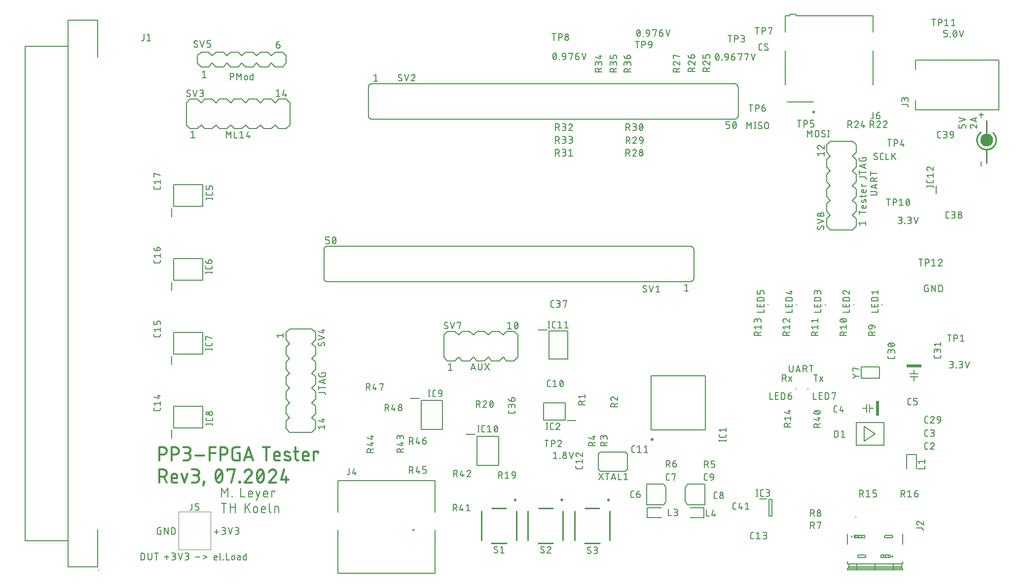
<source format=gbr>
G04 EAGLE Gerber RS-274X export*
G75*
%MOMM*%
%FSLAX34Y34*%
%LPD*%
%INSilkscreen Top*%
%IPPOS*%
%AMOC8*
5,1,8,0,0,1.08239X$1,22.5*%
G01*
%ADD10C,0.152400*%
%ADD11C,0.304800*%
%ADD12C,0.203200*%
%ADD13C,1.270000*%
%ADD14C,0.254000*%
%ADD15C,0.200000*%
%ADD16C,0.250000*%
%ADD17C,0.100000*%
%ADD18C,0.127000*%
%ADD19R,0.250000X0.250000*%
%ADD20R,0.596900X2.590800*%
%ADD21R,2.590800X0.596900*%
%ADD22C,0.240000*%


D10*
X1541188Y766762D02*
X1541188Y770487D01*
X1541186Y770585D01*
X1541180Y770682D01*
X1541171Y770779D01*
X1541157Y770876D01*
X1541140Y770972D01*
X1541119Y771067D01*
X1541095Y771161D01*
X1541066Y771255D01*
X1541034Y771347D01*
X1540999Y771438D01*
X1540960Y771527D01*
X1540917Y771615D01*
X1540871Y771701D01*
X1540822Y771785D01*
X1540769Y771867D01*
X1540714Y771947D01*
X1540655Y772025D01*
X1540593Y772100D01*
X1540528Y772173D01*
X1540460Y772243D01*
X1540390Y772311D01*
X1540317Y772376D01*
X1540242Y772438D01*
X1540164Y772497D01*
X1540084Y772552D01*
X1540002Y772605D01*
X1539918Y772654D01*
X1539832Y772700D01*
X1539744Y772743D01*
X1539655Y772782D01*
X1539564Y772817D01*
X1539472Y772849D01*
X1539378Y772878D01*
X1539284Y772902D01*
X1539189Y772923D01*
X1539093Y772940D01*
X1538996Y772954D01*
X1538899Y772963D01*
X1538802Y772969D01*
X1538704Y772971D01*
X1537463Y772971D01*
X1537365Y772969D01*
X1537268Y772963D01*
X1537171Y772954D01*
X1537074Y772940D01*
X1536978Y772923D01*
X1536883Y772902D01*
X1536789Y772878D01*
X1536695Y772849D01*
X1536603Y772817D01*
X1536512Y772782D01*
X1536423Y772743D01*
X1536335Y772700D01*
X1536249Y772654D01*
X1536165Y772605D01*
X1536083Y772552D01*
X1536003Y772497D01*
X1535925Y772438D01*
X1535850Y772376D01*
X1535777Y772311D01*
X1535707Y772243D01*
X1535639Y772173D01*
X1535574Y772100D01*
X1535512Y772025D01*
X1535453Y771947D01*
X1535398Y771867D01*
X1535345Y771785D01*
X1535296Y771701D01*
X1535250Y771615D01*
X1535207Y771527D01*
X1535168Y771438D01*
X1535133Y771347D01*
X1535101Y771255D01*
X1535072Y771161D01*
X1535048Y771067D01*
X1535027Y770972D01*
X1535010Y770876D01*
X1534996Y770779D01*
X1534987Y770682D01*
X1534981Y770585D01*
X1534979Y770487D01*
X1534979Y766762D01*
X1530012Y766762D01*
X1530012Y772971D01*
X1530012Y777571D02*
X1541188Y781296D01*
X1530012Y785022D01*
X1549062Y770177D02*
X1549064Y770281D01*
X1549070Y770386D01*
X1549080Y770490D01*
X1549093Y770593D01*
X1549111Y770696D01*
X1549132Y770799D01*
X1549157Y770900D01*
X1549186Y771001D01*
X1549219Y771100D01*
X1549255Y771198D01*
X1549295Y771294D01*
X1549339Y771389D01*
X1549386Y771483D01*
X1549436Y771574D01*
X1549490Y771663D01*
X1549547Y771751D01*
X1549608Y771836D01*
X1549672Y771919D01*
X1549738Y771999D01*
X1549808Y772077D01*
X1549880Y772153D01*
X1549956Y772225D01*
X1550034Y772295D01*
X1550114Y772361D01*
X1550197Y772425D01*
X1550282Y772486D01*
X1550370Y772543D01*
X1550459Y772597D01*
X1550550Y772647D01*
X1550644Y772694D01*
X1550739Y772738D01*
X1550835Y772778D01*
X1550933Y772814D01*
X1551032Y772847D01*
X1551133Y772876D01*
X1551234Y772901D01*
X1551337Y772922D01*
X1551440Y772940D01*
X1551543Y772953D01*
X1551647Y772963D01*
X1551752Y772969D01*
X1551856Y772971D01*
X1549062Y770177D02*
X1549064Y770058D01*
X1549070Y769940D01*
X1549080Y769821D01*
X1549093Y769703D01*
X1549111Y769586D01*
X1549133Y769469D01*
X1549158Y769353D01*
X1549187Y769238D01*
X1549220Y769123D01*
X1549257Y769010D01*
X1549297Y768899D01*
X1549341Y768788D01*
X1549389Y768680D01*
X1549440Y768573D01*
X1549495Y768467D01*
X1549554Y768364D01*
X1549615Y768262D01*
X1549680Y768163D01*
X1549749Y768065D01*
X1549820Y767971D01*
X1549895Y767878D01*
X1549972Y767788D01*
X1550053Y767701D01*
X1550136Y767616D01*
X1550222Y767534D01*
X1550311Y767455D01*
X1550402Y767379D01*
X1550496Y767306D01*
X1550592Y767237D01*
X1550691Y767170D01*
X1550791Y767107D01*
X1550894Y767047D01*
X1550998Y766990D01*
X1551105Y766938D01*
X1551213Y766888D01*
X1551322Y766842D01*
X1551434Y766800D01*
X1551546Y766762D01*
X1554029Y772040D02*
X1553955Y772115D01*
X1553878Y772187D01*
X1553799Y772257D01*
X1553717Y772324D01*
X1553633Y772388D01*
X1553547Y772449D01*
X1553459Y772507D01*
X1553368Y772562D01*
X1553276Y772614D01*
X1553182Y772662D01*
X1553087Y772707D01*
X1552989Y772749D01*
X1552891Y772787D01*
X1552791Y772822D01*
X1552690Y772853D01*
X1552588Y772880D01*
X1552485Y772904D01*
X1552382Y772925D01*
X1552277Y772941D01*
X1552172Y772954D01*
X1552067Y772964D01*
X1551962Y772969D01*
X1551856Y772971D01*
X1554029Y772040D02*
X1560238Y766762D01*
X1560238Y772971D01*
X1560238Y777571D02*
X1549062Y781296D01*
X1560238Y785022D01*
X1557444Y784090D02*
X1557444Y778502D01*
D11*
X157524Y217976D02*
X157524Y195624D01*
X157524Y217976D02*
X163733Y217976D01*
X163889Y217974D01*
X164045Y217968D01*
X164201Y217958D01*
X164356Y217945D01*
X164511Y217927D01*
X164666Y217906D01*
X164820Y217880D01*
X164973Y217851D01*
X165125Y217818D01*
X165277Y217781D01*
X165428Y217740D01*
X165577Y217696D01*
X165726Y217648D01*
X165873Y217596D01*
X166019Y217540D01*
X166163Y217481D01*
X166306Y217418D01*
X166447Y217351D01*
X166587Y217281D01*
X166724Y217208D01*
X166860Y217131D01*
X166994Y217051D01*
X167126Y216967D01*
X167255Y216880D01*
X167383Y216790D01*
X167508Y216697D01*
X167630Y216600D01*
X167751Y216501D01*
X167868Y216399D01*
X167983Y216293D01*
X168096Y216185D01*
X168205Y216074D01*
X168312Y215960D01*
X168416Y215844D01*
X168517Y215725D01*
X168615Y215603D01*
X168710Y215479D01*
X168802Y215353D01*
X168890Y215225D01*
X168975Y215094D01*
X169057Y214961D01*
X169136Y214826D01*
X169211Y214690D01*
X169283Y214551D01*
X169351Y214411D01*
X169416Y214269D01*
X169477Y214125D01*
X169534Y213980D01*
X169588Y213833D01*
X169638Y213686D01*
X169684Y213537D01*
X169727Y213387D01*
X169766Y213235D01*
X169801Y213083D01*
X169832Y212930D01*
X169859Y212777D01*
X169883Y212623D01*
X169902Y212468D01*
X169918Y212312D01*
X169930Y212157D01*
X169938Y212001D01*
X169942Y211845D01*
X169942Y211689D01*
X169938Y211533D01*
X169930Y211377D01*
X169918Y211222D01*
X169902Y211066D01*
X169883Y210911D01*
X169859Y210757D01*
X169832Y210604D01*
X169801Y210451D01*
X169766Y210299D01*
X169727Y210147D01*
X169684Y209997D01*
X169638Y209848D01*
X169588Y209701D01*
X169534Y209554D01*
X169477Y209409D01*
X169416Y209265D01*
X169351Y209123D01*
X169283Y208983D01*
X169211Y208844D01*
X169136Y208708D01*
X169057Y208573D01*
X168975Y208440D01*
X168890Y208309D01*
X168802Y208181D01*
X168710Y208055D01*
X168615Y207931D01*
X168517Y207809D01*
X168416Y207690D01*
X168312Y207574D01*
X168205Y207460D01*
X168096Y207349D01*
X167983Y207241D01*
X167868Y207135D01*
X167751Y207033D01*
X167630Y206934D01*
X167508Y206837D01*
X167383Y206744D01*
X167255Y206654D01*
X167126Y206567D01*
X166994Y206483D01*
X166860Y206403D01*
X166724Y206326D01*
X166587Y206253D01*
X166447Y206183D01*
X166306Y206116D01*
X166163Y206053D01*
X166019Y205994D01*
X165873Y205938D01*
X165726Y205886D01*
X165577Y205838D01*
X165428Y205794D01*
X165277Y205753D01*
X165125Y205716D01*
X164973Y205683D01*
X164820Y205654D01*
X164666Y205628D01*
X164511Y205607D01*
X164356Y205589D01*
X164201Y205576D01*
X164045Y205566D01*
X163889Y205560D01*
X163733Y205558D01*
X157524Y205558D01*
X178403Y195624D02*
X178403Y217976D01*
X184612Y217976D01*
X184768Y217974D01*
X184924Y217968D01*
X185080Y217958D01*
X185235Y217945D01*
X185390Y217927D01*
X185545Y217906D01*
X185699Y217880D01*
X185852Y217851D01*
X186004Y217818D01*
X186156Y217781D01*
X186307Y217740D01*
X186456Y217696D01*
X186605Y217648D01*
X186752Y217596D01*
X186898Y217540D01*
X187042Y217481D01*
X187185Y217418D01*
X187326Y217351D01*
X187466Y217281D01*
X187603Y217208D01*
X187739Y217131D01*
X187873Y217051D01*
X188005Y216967D01*
X188134Y216880D01*
X188262Y216790D01*
X188387Y216697D01*
X188509Y216600D01*
X188630Y216501D01*
X188747Y216399D01*
X188862Y216293D01*
X188975Y216185D01*
X189084Y216074D01*
X189191Y215960D01*
X189295Y215844D01*
X189396Y215725D01*
X189494Y215603D01*
X189589Y215479D01*
X189681Y215353D01*
X189769Y215225D01*
X189854Y215094D01*
X189936Y214961D01*
X190015Y214826D01*
X190090Y214690D01*
X190162Y214551D01*
X190230Y214411D01*
X190295Y214269D01*
X190356Y214125D01*
X190413Y213980D01*
X190467Y213833D01*
X190517Y213686D01*
X190563Y213537D01*
X190606Y213387D01*
X190645Y213235D01*
X190680Y213083D01*
X190711Y212930D01*
X190738Y212777D01*
X190762Y212623D01*
X190781Y212468D01*
X190797Y212312D01*
X190809Y212157D01*
X190817Y212001D01*
X190821Y211845D01*
X190821Y211689D01*
X190817Y211533D01*
X190809Y211377D01*
X190797Y211222D01*
X190781Y211066D01*
X190762Y210911D01*
X190738Y210757D01*
X190711Y210604D01*
X190680Y210451D01*
X190645Y210299D01*
X190606Y210147D01*
X190563Y209997D01*
X190517Y209848D01*
X190467Y209701D01*
X190413Y209554D01*
X190356Y209409D01*
X190295Y209265D01*
X190230Y209123D01*
X190162Y208983D01*
X190090Y208844D01*
X190015Y208708D01*
X189936Y208573D01*
X189854Y208440D01*
X189769Y208309D01*
X189681Y208181D01*
X189589Y208055D01*
X189494Y207931D01*
X189396Y207809D01*
X189295Y207690D01*
X189191Y207574D01*
X189084Y207460D01*
X188975Y207349D01*
X188862Y207241D01*
X188747Y207135D01*
X188630Y207033D01*
X188509Y206934D01*
X188387Y206837D01*
X188262Y206744D01*
X188134Y206654D01*
X188005Y206567D01*
X187873Y206483D01*
X187739Y206403D01*
X187603Y206326D01*
X187466Y206253D01*
X187326Y206183D01*
X187185Y206116D01*
X187042Y206053D01*
X186898Y205994D01*
X186752Y205938D01*
X186605Y205886D01*
X186456Y205838D01*
X186307Y205794D01*
X186156Y205753D01*
X186004Y205716D01*
X185852Y205683D01*
X185699Y205654D01*
X185545Y205628D01*
X185390Y205607D01*
X185235Y205589D01*
X185080Y205576D01*
X184924Y205566D01*
X184768Y205560D01*
X184612Y205558D01*
X178403Y205558D01*
X198349Y195624D02*
X204558Y195624D01*
X204714Y195626D01*
X204870Y195632D01*
X205026Y195642D01*
X205181Y195655D01*
X205336Y195673D01*
X205491Y195694D01*
X205645Y195720D01*
X205798Y195749D01*
X205950Y195782D01*
X206102Y195819D01*
X206253Y195860D01*
X206402Y195904D01*
X206551Y195952D01*
X206698Y196004D01*
X206844Y196060D01*
X206988Y196119D01*
X207131Y196182D01*
X207272Y196249D01*
X207412Y196319D01*
X207549Y196392D01*
X207685Y196469D01*
X207819Y196549D01*
X207951Y196633D01*
X208080Y196720D01*
X208208Y196810D01*
X208333Y196903D01*
X208455Y197000D01*
X208576Y197099D01*
X208693Y197201D01*
X208808Y197307D01*
X208921Y197415D01*
X209030Y197526D01*
X209137Y197640D01*
X209241Y197756D01*
X209342Y197875D01*
X209440Y197997D01*
X209535Y198121D01*
X209627Y198247D01*
X209715Y198375D01*
X209800Y198506D01*
X209882Y198639D01*
X209961Y198774D01*
X210036Y198910D01*
X210108Y199049D01*
X210176Y199189D01*
X210241Y199331D01*
X210302Y199475D01*
X210359Y199620D01*
X210413Y199767D01*
X210463Y199914D01*
X210509Y200063D01*
X210552Y200213D01*
X210591Y200365D01*
X210626Y200517D01*
X210657Y200670D01*
X210684Y200823D01*
X210708Y200977D01*
X210727Y201132D01*
X210743Y201288D01*
X210755Y201443D01*
X210763Y201599D01*
X210767Y201755D01*
X210767Y201911D01*
X210763Y202067D01*
X210755Y202223D01*
X210743Y202378D01*
X210727Y202534D01*
X210708Y202689D01*
X210684Y202843D01*
X210657Y202996D01*
X210626Y203149D01*
X210591Y203301D01*
X210552Y203453D01*
X210509Y203603D01*
X210463Y203752D01*
X210413Y203899D01*
X210359Y204046D01*
X210302Y204191D01*
X210241Y204335D01*
X210176Y204477D01*
X210108Y204617D01*
X210036Y204756D01*
X209961Y204892D01*
X209882Y205027D01*
X209800Y205160D01*
X209715Y205291D01*
X209627Y205419D01*
X209535Y205545D01*
X209440Y205669D01*
X209342Y205791D01*
X209241Y205910D01*
X209137Y206026D01*
X209030Y206140D01*
X208921Y206251D01*
X208808Y206359D01*
X208693Y206465D01*
X208576Y206567D01*
X208455Y206666D01*
X208333Y206763D01*
X208208Y206856D01*
X208080Y206946D01*
X207951Y207033D01*
X207819Y207117D01*
X207685Y207197D01*
X207549Y207274D01*
X207412Y207347D01*
X207272Y207417D01*
X207131Y207484D01*
X206988Y207547D01*
X206844Y207606D01*
X206698Y207662D01*
X206551Y207714D01*
X206402Y207762D01*
X206253Y207806D01*
X206102Y207847D01*
X205950Y207884D01*
X205798Y207917D01*
X205645Y207946D01*
X205491Y207972D01*
X205336Y207993D01*
X205181Y208011D01*
X205026Y208024D01*
X204870Y208034D01*
X204714Y208040D01*
X204558Y208042D01*
X205800Y217976D02*
X198349Y217976D01*
X205800Y217976D02*
X205939Y217974D01*
X206079Y217968D01*
X206217Y217958D01*
X206356Y217945D01*
X206494Y217927D01*
X206632Y217906D01*
X206769Y217881D01*
X206905Y217851D01*
X207041Y217819D01*
X207175Y217782D01*
X207308Y217741D01*
X207440Y217697D01*
X207571Y217649D01*
X207701Y217598D01*
X207829Y217543D01*
X207955Y217484D01*
X208080Y217422D01*
X208203Y217356D01*
X208324Y217287D01*
X208443Y217215D01*
X208560Y217139D01*
X208674Y217060D01*
X208787Y216978D01*
X208897Y216892D01*
X209005Y216804D01*
X209110Y216713D01*
X209212Y216618D01*
X209312Y216521D01*
X209409Y216421D01*
X209504Y216319D01*
X209595Y216214D01*
X209683Y216106D01*
X209769Y215996D01*
X209851Y215883D01*
X209930Y215769D01*
X210006Y215652D01*
X210078Y215533D01*
X210147Y215412D01*
X210213Y215289D01*
X210275Y215164D01*
X210334Y215038D01*
X210389Y214910D01*
X210440Y214780D01*
X210488Y214649D01*
X210532Y214517D01*
X210573Y214384D01*
X210610Y214250D01*
X210642Y214114D01*
X210672Y213978D01*
X210697Y213841D01*
X210718Y213703D01*
X210736Y213565D01*
X210749Y213426D01*
X210759Y213288D01*
X210765Y213148D01*
X210767Y213009D01*
X210765Y212870D01*
X210759Y212730D01*
X210749Y212592D01*
X210736Y212453D01*
X210718Y212315D01*
X210697Y212177D01*
X210672Y212040D01*
X210642Y211904D01*
X210610Y211768D01*
X210573Y211634D01*
X210532Y211501D01*
X210488Y211369D01*
X210440Y211238D01*
X210389Y211108D01*
X210334Y210980D01*
X210275Y210854D01*
X210213Y210729D01*
X210147Y210606D01*
X210078Y210485D01*
X210006Y210366D01*
X209930Y210249D01*
X209851Y210135D01*
X209769Y210022D01*
X209683Y209912D01*
X209595Y209804D01*
X209504Y209699D01*
X209409Y209597D01*
X209312Y209497D01*
X209212Y209400D01*
X209110Y209305D01*
X209005Y209214D01*
X208897Y209126D01*
X208787Y209040D01*
X208674Y208958D01*
X208560Y208879D01*
X208443Y208803D01*
X208324Y208731D01*
X208203Y208662D01*
X208080Y208596D01*
X207955Y208534D01*
X207829Y208475D01*
X207701Y208420D01*
X207571Y208369D01*
X207440Y208321D01*
X207308Y208277D01*
X207175Y208236D01*
X207041Y208199D01*
X206905Y208167D01*
X206769Y208137D01*
X206632Y208112D01*
X206494Y208091D01*
X206356Y208073D01*
X206217Y208060D01*
X206079Y208050D01*
X205939Y208044D01*
X205800Y208042D01*
X200833Y208042D01*
X219378Y204316D02*
X234279Y204316D01*
X243625Y195624D02*
X243625Y217976D01*
X253560Y217976D01*
X253560Y208042D02*
X243625Y208042D01*
X261918Y217976D02*
X261918Y195624D01*
X261918Y217976D02*
X268127Y217976D01*
X268283Y217974D01*
X268439Y217968D01*
X268595Y217958D01*
X268750Y217945D01*
X268905Y217927D01*
X269060Y217906D01*
X269214Y217880D01*
X269367Y217851D01*
X269519Y217818D01*
X269671Y217781D01*
X269822Y217740D01*
X269971Y217696D01*
X270120Y217648D01*
X270267Y217596D01*
X270413Y217540D01*
X270557Y217481D01*
X270700Y217418D01*
X270841Y217351D01*
X270981Y217281D01*
X271118Y217208D01*
X271254Y217131D01*
X271388Y217051D01*
X271520Y216967D01*
X271649Y216880D01*
X271777Y216790D01*
X271902Y216697D01*
X272024Y216600D01*
X272145Y216501D01*
X272262Y216399D01*
X272377Y216293D01*
X272490Y216185D01*
X272599Y216074D01*
X272706Y215960D01*
X272810Y215844D01*
X272911Y215725D01*
X273009Y215603D01*
X273104Y215479D01*
X273196Y215353D01*
X273284Y215225D01*
X273369Y215094D01*
X273451Y214961D01*
X273530Y214826D01*
X273605Y214690D01*
X273677Y214551D01*
X273745Y214411D01*
X273810Y214269D01*
X273871Y214125D01*
X273928Y213980D01*
X273982Y213833D01*
X274032Y213686D01*
X274078Y213537D01*
X274121Y213387D01*
X274160Y213235D01*
X274195Y213083D01*
X274226Y212930D01*
X274253Y212777D01*
X274277Y212623D01*
X274296Y212468D01*
X274312Y212312D01*
X274324Y212157D01*
X274332Y212001D01*
X274336Y211845D01*
X274336Y211689D01*
X274332Y211533D01*
X274324Y211377D01*
X274312Y211222D01*
X274296Y211066D01*
X274277Y210911D01*
X274253Y210757D01*
X274226Y210604D01*
X274195Y210451D01*
X274160Y210299D01*
X274121Y210147D01*
X274078Y209997D01*
X274032Y209848D01*
X273982Y209701D01*
X273928Y209554D01*
X273871Y209409D01*
X273810Y209265D01*
X273745Y209123D01*
X273677Y208983D01*
X273605Y208844D01*
X273530Y208708D01*
X273451Y208573D01*
X273369Y208440D01*
X273284Y208309D01*
X273196Y208181D01*
X273104Y208055D01*
X273009Y207931D01*
X272911Y207809D01*
X272810Y207690D01*
X272706Y207574D01*
X272599Y207460D01*
X272490Y207349D01*
X272377Y207241D01*
X272262Y207135D01*
X272145Y207033D01*
X272024Y206934D01*
X271902Y206837D01*
X271777Y206744D01*
X271649Y206654D01*
X271520Y206567D01*
X271388Y206483D01*
X271254Y206403D01*
X271118Y206326D01*
X270981Y206253D01*
X270841Y206183D01*
X270700Y206116D01*
X270557Y206053D01*
X270413Y205994D01*
X270267Y205938D01*
X270120Y205886D01*
X269971Y205838D01*
X269822Y205794D01*
X269671Y205753D01*
X269519Y205716D01*
X269367Y205683D01*
X269214Y205654D01*
X269060Y205628D01*
X268905Y205607D01*
X268750Y205589D01*
X268595Y205576D01*
X268439Y205566D01*
X268283Y205560D01*
X268127Y205558D01*
X261918Y205558D01*
X291253Y208042D02*
X294978Y208042D01*
X294978Y195624D01*
X287527Y195624D01*
X287388Y195626D01*
X287248Y195632D01*
X287110Y195642D01*
X286971Y195655D01*
X286833Y195673D01*
X286695Y195694D01*
X286558Y195719D01*
X286422Y195749D01*
X286286Y195781D01*
X286152Y195818D01*
X286019Y195859D01*
X285887Y195903D01*
X285756Y195951D01*
X285626Y196002D01*
X285498Y196057D01*
X285372Y196116D01*
X285247Y196178D01*
X285124Y196244D01*
X285003Y196313D01*
X284884Y196385D01*
X284767Y196461D01*
X284653Y196540D01*
X284540Y196622D01*
X284430Y196708D01*
X284322Y196796D01*
X284217Y196887D01*
X284115Y196982D01*
X284015Y197079D01*
X283918Y197179D01*
X283823Y197281D01*
X283732Y197386D01*
X283644Y197494D01*
X283558Y197604D01*
X283476Y197717D01*
X283397Y197831D01*
X283321Y197948D01*
X283249Y198067D01*
X283180Y198188D01*
X283114Y198311D01*
X283052Y198436D01*
X282993Y198562D01*
X282938Y198690D01*
X282887Y198820D01*
X282839Y198951D01*
X282795Y199083D01*
X282754Y199216D01*
X282717Y199350D01*
X282685Y199486D01*
X282655Y199622D01*
X282630Y199759D01*
X282609Y199897D01*
X282591Y200035D01*
X282578Y200174D01*
X282568Y200312D01*
X282562Y200452D01*
X282560Y200591D01*
X282560Y213009D01*
X282562Y213148D01*
X282568Y213288D01*
X282578Y213426D01*
X282591Y213565D01*
X282609Y213703D01*
X282630Y213841D01*
X282655Y213978D01*
X282685Y214114D01*
X282717Y214250D01*
X282754Y214384D01*
X282795Y214517D01*
X282839Y214649D01*
X282887Y214780D01*
X282938Y214910D01*
X282993Y215038D01*
X283052Y215164D01*
X283114Y215289D01*
X283180Y215412D01*
X283249Y215533D01*
X283321Y215652D01*
X283397Y215769D01*
X283476Y215883D01*
X283558Y215996D01*
X283644Y216106D01*
X283732Y216214D01*
X283823Y216319D01*
X283918Y216421D01*
X284015Y216521D01*
X284115Y216618D01*
X284217Y216713D01*
X284322Y216804D01*
X284430Y216892D01*
X284540Y216978D01*
X284653Y217060D01*
X284767Y217139D01*
X284884Y217215D01*
X285003Y217287D01*
X285124Y217356D01*
X285247Y217422D01*
X285372Y217484D01*
X285498Y217543D01*
X285626Y217598D01*
X285756Y217649D01*
X285886Y217697D01*
X286019Y217741D01*
X286152Y217782D01*
X286286Y217819D01*
X286422Y217851D01*
X286558Y217881D01*
X286695Y217906D01*
X286833Y217927D01*
X286971Y217945D01*
X287109Y217958D01*
X287248Y217968D01*
X287388Y217974D01*
X287527Y217976D01*
X294978Y217976D01*
X310344Y217976D02*
X302893Y195624D01*
X317794Y195624D02*
X310344Y217976D01*
X315932Y201212D02*
X304756Y201212D01*
X340966Y195624D02*
X340966Y217976D01*
X334757Y217976D02*
X347175Y217976D01*
X357819Y195624D02*
X364028Y195624D01*
X357819Y195624D02*
X357700Y195626D01*
X357580Y195632D01*
X357461Y195641D01*
X357343Y195655D01*
X357224Y195672D01*
X357107Y195693D01*
X356990Y195717D01*
X356874Y195746D01*
X356759Y195778D01*
X356645Y195814D01*
X356533Y195853D01*
X356421Y195896D01*
X356311Y195943D01*
X356203Y195993D01*
X356096Y196046D01*
X355991Y196103D01*
X355888Y196164D01*
X355787Y196227D01*
X355688Y196294D01*
X355591Y196364D01*
X355497Y196437D01*
X355404Y196513D01*
X355315Y196591D01*
X355228Y196673D01*
X355143Y196758D01*
X355061Y196845D01*
X354983Y196934D01*
X354907Y197027D01*
X354834Y197121D01*
X354764Y197218D01*
X354697Y197317D01*
X354634Y197418D01*
X354573Y197521D01*
X354516Y197626D01*
X354463Y197733D01*
X354413Y197841D01*
X354366Y197951D01*
X354323Y198063D01*
X354284Y198175D01*
X354248Y198289D01*
X354216Y198404D01*
X354187Y198520D01*
X354163Y198637D01*
X354142Y198754D01*
X354125Y198873D01*
X354111Y198991D01*
X354102Y199110D01*
X354096Y199230D01*
X354094Y199349D01*
X354094Y205558D01*
X354096Y205697D01*
X354102Y205837D01*
X354112Y205975D01*
X354125Y206114D01*
X354143Y206252D01*
X354164Y206390D01*
X354189Y206527D01*
X354219Y206663D01*
X354251Y206799D01*
X354288Y206933D01*
X354329Y207066D01*
X354373Y207198D01*
X354421Y207329D01*
X354472Y207459D01*
X354527Y207587D01*
X354586Y207713D01*
X354648Y207838D01*
X354714Y207961D01*
X354783Y208082D01*
X354855Y208201D01*
X354931Y208318D01*
X355010Y208432D01*
X355092Y208545D01*
X355178Y208655D01*
X355266Y208763D01*
X355357Y208868D01*
X355452Y208970D01*
X355549Y209070D01*
X355649Y209167D01*
X355751Y209262D01*
X355856Y209353D01*
X355964Y209441D01*
X356074Y209527D01*
X356187Y209609D01*
X356301Y209688D01*
X356418Y209764D01*
X356537Y209836D01*
X356658Y209905D01*
X356781Y209971D01*
X356906Y210033D01*
X357032Y210092D01*
X357160Y210147D01*
X357290Y210198D01*
X357421Y210246D01*
X357553Y210290D01*
X357686Y210331D01*
X357820Y210368D01*
X357956Y210400D01*
X358092Y210430D01*
X358229Y210455D01*
X358367Y210476D01*
X358505Y210494D01*
X358644Y210507D01*
X358782Y210517D01*
X358922Y210523D01*
X359061Y210525D01*
X359200Y210523D01*
X359340Y210517D01*
X359478Y210507D01*
X359617Y210494D01*
X359755Y210476D01*
X359893Y210455D01*
X360030Y210430D01*
X360166Y210400D01*
X360302Y210368D01*
X360436Y210331D01*
X360569Y210290D01*
X360701Y210246D01*
X360832Y210198D01*
X360962Y210147D01*
X361090Y210092D01*
X361216Y210033D01*
X361341Y209971D01*
X361464Y209905D01*
X361585Y209836D01*
X361704Y209764D01*
X361821Y209688D01*
X361935Y209609D01*
X362048Y209527D01*
X362158Y209441D01*
X362266Y209353D01*
X362371Y209262D01*
X362473Y209167D01*
X362573Y209070D01*
X362670Y208970D01*
X362765Y208868D01*
X362856Y208763D01*
X362944Y208655D01*
X363030Y208545D01*
X363112Y208432D01*
X363191Y208318D01*
X363267Y208201D01*
X363339Y208082D01*
X363408Y207961D01*
X363474Y207838D01*
X363536Y207713D01*
X363595Y207587D01*
X363650Y207459D01*
X363701Y207329D01*
X363749Y207198D01*
X363793Y207066D01*
X363834Y206933D01*
X363871Y206799D01*
X363903Y206663D01*
X363933Y206527D01*
X363958Y206390D01*
X363979Y206252D01*
X363997Y206114D01*
X364010Y205975D01*
X364020Y205837D01*
X364026Y205697D01*
X364028Y205558D01*
X364028Y203075D01*
X354094Y203075D01*
X374051Y204316D02*
X380260Y201833D01*
X374051Y204316D02*
X373948Y204360D01*
X373847Y204406D01*
X373747Y204457D01*
X373649Y204510D01*
X373553Y204568D01*
X373459Y204628D01*
X373367Y204692D01*
X373278Y204758D01*
X373191Y204828D01*
X373106Y204901D01*
X373024Y204977D01*
X372944Y205055D01*
X372868Y205136D01*
X372794Y205220D01*
X372723Y205307D01*
X372655Y205395D01*
X372590Y205486D01*
X372529Y205580D01*
X372471Y205675D01*
X372416Y205772D01*
X372364Y205871D01*
X372316Y205972D01*
X372272Y206075D01*
X372231Y206179D01*
X372194Y206284D01*
X372160Y206390D01*
X372130Y206498D01*
X372104Y206607D01*
X372081Y206716D01*
X372063Y206826D01*
X372048Y206937D01*
X372037Y207048D01*
X372030Y207160D01*
X372027Y207271D01*
X372028Y207383D01*
X372033Y207495D01*
X372041Y207606D01*
X372053Y207717D01*
X372070Y207828D01*
X372090Y207937D01*
X372113Y208047D01*
X372141Y208155D01*
X372172Y208262D01*
X372207Y208368D01*
X372246Y208473D01*
X372288Y208576D01*
X372334Y208678D01*
X372383Y208778D01*
X372436Y208877D01*
X372492Y208973D01*
X372552Y209068D01*
X372615Y209160D01*
X372680Y209251D01*
X372749Y209338D01*
X372821Y209424D01*
X372896Y209507D01*
X372974Y209587D01*
X373055Y209664D01*
X373138Y209739D01*
X373223Y209811D01*
X373311Y209879D01*
X373402Y209945D01*
X373495Y210007D01*
X373589Y210067D01*
X373686Y210122D01*
X373785Y210175D01*
X373885Y210224D01*
X373987Y210269D01*
X374091Y210311D01*
X374196Y210349D01*
X374302Y210384D01*
X374409Y210415D01*
X374517Y210442D01*
X374627Y210466D01*
X374737Y210485D01*
X374847Y210501D01*
X374958Y210513D01*
X375070Y210521D01*
X375181Y210525D01*
X375293Y210526D01*
X375632Y210517D01*
X375971Y210500D01*
X376309Y210474D01*
X376647Y210441D01*
X376983Y210400D01*
X377319Y210350D01*
X377653Y210293D01*
X377985Y210227D01*
X378316Y210153D01*
X378646Y210072D01*
X378973Y209983D01*
X379297Y209885D01*
X379620Y209780D01*
X379940Y209668D01*
X380257Y209547D01*
X380571Y209419D01*
X380881Y209284D01*
X380260Y201833D02*
X380363Y201789D01*
X380464Y201743D01*
X380564Y201692D01*
X380662Y201639D01*
X380758Y201581D01*
X380852Y201521D01*
X380944Y201457D01*
X381033Y201391D01*
X381120Y201321D01*
X381205Y201248D01*
X381287Y201172D01*
X381367Y201094D01*
X381443Y201013D01*
X381517Y200929D01*
X381588Y200842D01*
X381656Y200754D01*
X381721Y200663D01*
X381782Y200569D01*
X381840Y200474D01*
X381895Y200377D01*
X381947Y200278D01*
X381995Y200177D01*
X382039Y200074D01*
X382080Y199970D01*
X382117Y199865D01*
X382151Y199759D01*
X382181Y199651D01*
X382207Y199542D01*
X382230Y199433D01*
X382248Y199323D01*
X382263Y199212D01*
X382274Y199101D01*
X382281Y198989D01*
X382284Y198878D01*
X382283Y198766D01*
X382278Y198654D01*
X382270Y198543D01*
X382258Y198432D01*
X382241Y198321D01*
X382221Y198212D01*
X382198Y198102D01*
X382170Y197994D01*
X382139Y197887D01*
X382104Y197781D01*
X382065Y197676D01*
X382023Y197573D01*
X381977Y197471D01*
X381928Y197371D01*
X381875Y197272D01*
X381819Y197176D01*
X381759Y197081D01*
X381696Y196989D01*
X381631Y196898D01*
X381562Y196811D01*
X381490Y196725D01*
X381415Y196642D01*
X381337Y196562D01*
X381256Y196485D01*
X381173Y196410D01*
X381088Y196338D01*
X381000Y196270D01*
X380909Y196204D01*
X380816Y196142D01*
X380722Y196082D01*
X380625Y196027D01*
X380526Y195974D01*
X380426Y195925D01*
X380324Y195880D01*
X380220Y195838D01*
X380115Y195800D01*
X380009Y195765D01*
X379902Y195734D01*
X379794Y195707D01*
X379684Y195683D01*
X379574Y195664D01*
X379464Y195648D01*
X379353Y195636D01*
X379241Y195628D01*
X379130Y195624D01*
X379018Y195623D01*
X379018Y195624D02*
X378520Y195637D01*
X378023Y195662D01*
X377526Y195698D01*
X377030Y195747D01*
X376536Y195807D01*
X376043Y195878D01*
X375552Y195962D01*
X375063Y196057D01*
X374576Y196163D01*
X374092Y196281D01*
X373611Y196410D01*
X373133Y196551D01*
X372659Y196703D01*
X372188Y196866D01*
X388607Y210525D02*
X396058Y210525D01*
X391091Y217976D02*
X391091Y199349D01*
X391093Y199230D01*
X391099Y199110D01*
X391108Y198991D01*
X391122Y198873D01*
X391139Y198754D01*
X391160Y198637D01*
X391184Y198520D01*
X391213Y198404D01*
X391245Y198289D01*
X391281Y198175D01*
X391320Y198063D01*
X391363Y197951D01*
X391410Y197841D01*
X391460Y197733D01*
X391513Y197626D01*
X391570Y197521D01*
X391631Y197418D01*
X391694Y197317D01*
X391761Y197218D01*
X391831Y197121D01*
X391904Y197026D01*
X391980Y196934D01*
X392058Y196845D01*
X392140Y196758D01*
X392225Y196673D01*
X392312Y196591D01*
X392401Y196513D01*
X392494Y196437D01*
X392588Y196364D01*
X392685Y196294D01*
X392784Y196227D01*
X392885Y196164D01*
X392988Y196103D01*
X393093Y196046D01*
X393200Y195993D01*
X393308Y195943D01*
X393418Y195896D01*
X393530Y195853D01*
X393642Y195814D01*
X393756Y195778D01*
X393871Y195746D01*
X393987Y195717D01*
X394104Y195693D01*
X394222Y195672D01*
X394340Y195655D01*
X394458Y195641D01*
X394577Y195632D01*
X394697Y195626D01*
X394816Y195624D01*
X396058Y195624D01*
X407232Y195624D02*
X413441Y195624D01*
X407232Y195624D02*
X407113Y195626D01*
X406993Y195632D01*
X406874Y195641D01*
X406756Y195655D01*
X406637Y195672D01*
X406520Y195693D01*
X406403Y195717D01*
X406287Y195746D01*
X406172Y195778D01*
X406058Y195814D01*
X405946Y195853D01*
X405834Y195896D01*
X405724Y195943D01*
X405616Y195993D01*
X405509Y196046D01*
X405404Y196103D01*
X405301Y196164D01*
X405200Y196227D01*
X405101Y196294D01*
X405004Y196364D01*
X404910Y196437D01*
X404817Y196513D01*
X404728Y196591D01*
X404641Y196673D01*
X404556Y196758D01*
X404474Y196845D01*
X404396Y196934D01*
X404320Y197027D01*
X404247Y197121D01*
X404177Y197218D01*
X404110Y197317D01*
X404047Y197418D01*
X403986Y197521D01*
X403929Y197626D01*
X403876Y197733D01*
X403826Y197841D01*
X403779Y197951D01*
X403736Y198063D01*
X403697Y198175D01*
X403661Y198289D01*
X403629Y198404D01*
X403600Y198520D01*
X403576Y198637D01*
X403555Y198754D01*
X403538Y198873D01*
X403524Y198991D01*
X403515Y199110D01*
X403509Y199230D01*
X403507Y199349D01*
X403507Y205558D01*
X403509Y205697D01*
X403515Y205837D01*
X403525Y205975D01*
X403538Y206114D01*
X403556Y206252D01*
X403577Y206390D01*
X403602Y206527D01*
X403632Y206663D01*
X403664Y206799D01*
X403701Y206933D01*
X403742Y207066D01*
X403786Y207198D01*
X403834Y207329D01*
X403885Y207459D01*
X403940Y207587D01*
X403999Y207713D01*
X404061Y207838D01*
X404127Y207961D01*
X404196Y208082D01*
X404268Y208201D01*
X404344Y208318D01*
X404423Y208432D01*
X404505Y208545D01*
X404591Y208655D01*
X404679Y208763D01*
X404770Y208868D01*
X404865Y208970D01*
X404962Y209070D01*
X405062Y209167D01*
X405164Y209262D01*
X405269Y209353D01*
X405377Y209441D01*
X405487Y209527D01*
X405600Y209609D01*
X405714Y209688D01*
X405831Y209764D01*
X405950Y209836D01*
X406071Y209905D01*
X406194Y209971D01*
X406319Y210033D01*
X406445Y210092D01*
X406573Y210147D01*
X406703Y210198D01*
X406834Y210246D01*
X406966Y210290D01*
X407099Y210331D01*
X407233Y210368D01*
X407369Y210400D01*
X407505Y210430D01*
X407642Y210455D01*
X407780Y210476D01*
X407918Y210494D01*
X408057Y210507D01*
X408195Y210517D01*
X408335Y210523D01*
X408474Y210525D01*
X408613Y210523D01*
X408753Y210517D01*
X408891Y210507D01*
X409030Y210494D01*
X409168Y210476D01*
X409306Y210455D01*
X409443Y210430D01*
X409579Y210400D01*
X409715Y210368D01*
X409849Y210331D01*
X409982Y210290D01*
X410114Y210246D01*
X410245Y210198D01*
X410375Y210147D01*
X410503Y210092D01*
X410629Y210033D01*
X410754Y209971D01*
X410877Y209905D01*
X410998Y209836D01*
X411117Y209764D01*
X411234Y209688D01*
X411348Y209609D01*
X411461Y209527D01*
X411571Y209441D01*
X411679Y209353D01*
X411784Y209262D01*
X411886Y209167D01*
X411986Y209070D01*
X412083Y208970D01*
X412178Y208868D01*
X412269Y208763D01*
X412357Y208655D01*
X412443Y208545D01*
X412525Y208432D01*
X412604Y208318D01*
X412680Y208201D01*
X412752Y208082D01*
X412821Y207961D01*
X412887Y207838D01*
X412949Y207713D01*
X413008Y207587D01*
X413063Y207459D01*
X413114Y207329D01*
X413162Y207198D01*
X413206Y207066D01*
X413247Y206933D01*
X413284Y206799D01*
X413316Y206663D01*
X413346Y206527D01*
X413371Y206390D01*
X413392Y206252D01*
X413410Y206114D01*
X413423Y205975D01*
X413433Y205837D01*
X413439Y205697D01*
X413441Y205558D01*
X413441Y203075D01*
X403507Y203075D01*
X422400Y210525D02*
X422400Y195624D01*
X422400Y210525D02*
X429851Y210525D01*
X429851Y208042D01*
X157524Y179876D02*
X157524Y157524D01*
X157524Y179876D02*
X163733Y179876D01*
X163889Y179874D01*
X164045Y179868D01*
X164201Y179858D01*
X164356Y179845D01*
X164511Y179827D01*
X164666Y179806D01*
X164820Y179780D01*
X164973Y179751D01*
X165125Y179718D01*
X165277Y179681D01*
X165428Y179640D01*
X165577Y179596D01*
X165726Y179548D01*
X165873Y179496D01*
X166019Y179440D01*
X166163Y179381D01*
X166306Y179318D01*
X166447Y179251D01*
X166587Y179181D01*
X166724Y179108D01*
X166860Y179031D01*
X166994Y178951D01*
X167126Y178867D01*
X167255Y178780D01*
X167383Y178690D01*
X167508Y178597D01*
X167630Y178500D01*
X167751Y178401D01*
X167868Y178299D01*
X167983Y178193D01*
X168096Y178085D01*
X168205Y177974D01*
X168312Y177860D01*
X168416Y177744D01*
X168517Y177625D01*
X168615Y177503D01*
X168710Y177379D01*
X168802Y177253D01*
X168890Y177125D01*
X168975Y176994D01*
X169057Y176861D01*
X169136Y176726D01*
X169211Y176590D01*
X169283Y176451D01*
X169351Y176311D01*
X169416Y176169D01*
X169477Y176025D01*
X169534Y175880D01*
X169588Y175733D01*
X169638Y175586D01*
X169684Y175437D01*
X169727Y175287D01*
X169766Y175135D01*
X169801Y174983D01*
X169832Y174830D01*
X169859Y174677D01*
X169883Y174523D01*
X169902Y174368D01*
X169918Y174212D01*
X169930Y174057D01*
X169938Y173901D01*
X169942Y173745D01*
X169942Y173589D01*
X169938Y173433D01*
X169930Y173277D01*
X169918Y173122D01*
X169902Y172966D01*
X169883Y172811D01*
X169859Y172657D01*
X169832Y172504D01*
X169801Y172351D01*
X169766Y172199D01*
X169727Y172047D01*
X169684Y171897D01*
X169638Y171748D01*
X169588Y171601D01*
X169534Y171454D01*
X169477Y171309D01*
X169416Y171165D01*
X169351Y171023D01*
X169283Y170883D01*
X169211Y170744D01*
X169136Y170608D01*
X169057Y170473D01*
X168975Y170340D01*
X168890Y170209D01*
X168802Y170081D01*
X168710Y169955D01*
X168615Y169831D01*
X168517Y169709D01*
X168416Y169590D01*
X168312Y169474D01*
X168205Y169360D01*
X168096Y169249D01*
X167983Y169141D01*
X167868Y169035D01*
X167751Y168933D01*
X167630Y168834D01*
X167508Y168737D01*
X167383Y168644D01*
X167255Y168554D01*
X167126Y168467D01*
X166994Y168383D01*
X166860Y168303D01*
X166724Y168226D01*
X166587Y168153D01*
X166447Y168083D01*
X166306Y168016D01*
X166163Y167953D01*
X166019Y167894D01*
X165873Y167838D01*
X165726Y167786D01*
X165577Y167738D01*
X165428Y167694D01*
X165277Y167653D01*
X165125Y167616D01*
X164973Y167583D01*
X164820Y167554D01*
X164666Y167528D01*
X164511Y167507D01*
X164356Y167489D01*
X164201Y167476D01*
X164045Y167466D01*
X163889Y167460D01*
X163733Y167458D01*
X157524Y167458D01*
X164975Y167458D02*
X169942Y157524D01*
X181876Y157524D02*
X188085Y157524D01*
X181876Y157524D02*
X181757Y157526D01*
X181637Y157532D01*
X181518Y157541D01*
X181400Y157555D01*
X181281Y157572D01*
X181164Y157593D01*
X181047Y157617D01*
X180931Y157646D01*
X180816Y157678D01*
X180702Y157714D01*
X180590Y157753D01*
X180478Y157796D01*
X180368Y157843D01*
X180260Y157893D01*
X180153Y157946D01*
X180048Y158003D01*
X179945Y158064D01*
X179844Y158127D01*
X179745Y158194D01*
X179648Y158264D01*
X179554Y158337D01*
X179461Y158413D01*
X179372Y158491D01*
X179285Y158573D01*
X179200Y158658D01*
X179118Y158745D01*
X179040Y158834D01*
X178964Y158927D01*
X178891Y159021D01*
X178821Y159118D01*
X178754Y159217D01*
X178691Y159318D01*
X178630Y159421D01*
X178573Y159526D01*
X178520Y159633D01*
X178470Y159741D01*
X178423Y159851D01*
X178380Y159963D01*
X178341Y160075D01*
X178305Y160189D01*
X178273Y160304D01*
X178244Y160420D01*
X178220Y160537D01*
X178199Y160654D01*
X178182Y160773D01*
X178168Y160891D01*
X178159Y161010D01*
X178153Y161130D01*
X178151Y161249D01*
X178150Y161249D02*
X178150Y167458D01*
X178151Y167458D02*
X178153Y167597D01*
X178159Y167737D01*
X178169Y167875D01*
X178182Y168014D01*
X178200Y168152D01*
X178221Y168290D01*
X178246Y168427D01*
X178276Y168563D01*
X178308Y168699D01*
X178345Y168833D01*
X178386Y168966D01*
X178430Y169098D01*
X178478Y169229D01*
X178529Y169359D01*
X178584Y169487D01*
X178643Y169613D01*
X178705Y169738D01*
X178771Y169861D01*
X178840Y169982D01*
X178912Y170101D01*
X178988Y170218D01*
X179067Y170332D01*
X179149Y170445D01*
X179235Y170555D01*
X179323Y170663D01*
X179414Y170768D01*
X179509Y170870D01*
X179606Y170970D01*
X179706Y171067D01*
X179808Y171162D01*
X179913Y171253D01*
X180021Y171341D01*
X180131Y171427D01*
X180244Y171509D01*
X180358Y171588D01*
X180475Y171664D01*
X180594Y171736D01*
X180715Y171805D01*
X180838Y171871D01*
X180963Y171933D01*
X181089Y171992D01*
X181217Y172047D01*
X181347Y172098D01*
X181478Y172146D01*
X181610Y172190D01*
X181743Y172231D01*
X181877Y172268D01*
X182013Y172300D01*
X182149Y172330D01*
X182286Y172355D01*
X182424Y172376D01*
X182562Y172394D01*
X182701Y172407D01*
X182839Y172417D01*
X182979Y172423D01*
X183118Y172425D01*
X183257Y172423D01*
X183397Y172417D01*
X183535Y172407D01*
X183674Y172394D01*
X183812Y172376D01*
X183950Y172355D01*
X184087Y172330D01*
X184223Y172300D01*
X184359Y172268D01*
X184493Y172231D01*
X184626Y172190D01*
X184758Y172146D01*
X184889Y172098D01*
X185019Y172047D01*
X185147Y171992D01*
X185273Y171933D01*
X185398Y171871D01*
X185521Y171805D01*
X185642Y171736D01*
X185761Y171664D01*
X185878Y171588D01*
X185992Y171509D01*
X186105Y171427D01*
X186215Y171341D01*
X186323Y171253D01*
X186428Y171162D01*
X186530Y171067D01*
X186630Y170970D01*
X186727Y170870D01*
X186822Y170768D01*
X186913Y170663D01*
X187001Y170555D01*
X187087Y170445D01*
X187169Y170332D01*
X187248Y170218D01*
X187324Y170101D01*
X187396Y169982D01*
X187465Y169861D01*
X187531Y169738D01*
X187593Y169613D01*
X187652Y169487D01*
X187707Y169359D01*
X187758Y169229D01*
X187806Y169098D01*
X187850Y168966D01*
X187891Y168833D01*
X187928Y168699D01*
X187960Y168563D01*
X187990Y168427D01*
X188015Y168290D01*
X188036Y168152D01*
X188054Y168014D01*
X188067Y167875D01*
X188077Y167737D01*
X188083Y167597D01*
X188085Y167458D01*
X188085Y164975D01*
X178150Y164975D01*
X195549Y172425D02*
X200517Y157524D01*
X205484Y172425D01*
X213099Y157524D02*
X219307Y157524D01*
X219463Y157526D01*
X219619Y157532D01*
X219775Y157542D01*
X219930Y157555D01*
X220085Y157573D01*
X220240Y157594D01*
X220394Y157620D01*
X220547Y157649D01*
X220699Y157682D01*
X220851Y157719D01*
X221002Y157760D01*
X221151Y157804D01*
X221300Y157852D01*
X221447Y157904D01*
X221593Y157960D01*
X221737Y158019D01*
X221880Y158082D01*
X222021Y158149D01*
X222161Y158219D01*
X222298Y158292D01*
X222434Y158369D01*
X222568Y158449D01*
X222700Y158533D01*
X222829Y158620D01*
X222957Y158710D01*
X223082Y158803D01*
X223204Y158900D01*
X223325Y158999D01*
X223442Y159101D01*
X223557Y159207D01*
X223670Y159315D01*
X223779Y159426D01*
X223886Y159540D01*
X223990Y159656D01*
X224091Y159775D01*
X224189Y159897D01*
X224284Y160021D01*
X224376Y160147D01*
X224464Y160275D01*
X224549Y160406D01*
X224631Y160539D01*
X224710Y160674D01*
X224785Y160810D01*
X224857Y160949D01*
X224925Y161089D01*
X224990Y161231D01*
X225051Y161375D01*
X225108Y161520D01*
X225162Y161667D01*
X225212Y161814D01*
X225258Y161963D01*
X225301Y162113D01*
X225340Y162265D01*
X225375Y162417D01*
X225406Y162570D01*
X225433Y162723D01*
X225457Y162877D01*
X225476Y163032D01*
X225492Y163188D01*
X225504Y163343D01*
X225512Y163499D01*
X225516Y163655D01*
X225516Y163811D01*
X225512Y163967D01*
X225504Y164123D01*
X225492Y164278D01*
X225476Y164434D01*
X225457Y164589D01*
X225433Y164743D01*
X225406Y164896D01*
X225375Y165049D01*
X225340Y165201D01*
X225301Y165353D01*
X225258Y165503D01*
X225212Y165652D01*
X225162Y165799D01*
X225108Y165946D01*
X225051Y166091D01*
X224990Y166235D01*
X224925Y166377D01*
X224857Y166517D01*
X224785Y166656D01*
X224710Y166792D01*
X224631Y166927D01*
X224549Y167060D01*
X224464Y167191D01*
X224376Y167319D01*
X224284Y167445D01*
X224189Y167569D01*
X224091Y167691D01*
X223990Y167810D01*
X223886Y167926D01*
X223779Y168040D01*
X223670Y168151D01*
X223557Y168259D01*
X223442Y168365D01*
X223325Y168467D01*
X223204Y168566D01*
X223082Y168663D01*
X222957Y168756D01*
X222829Y168846D01*
X222700Y168933D01*
X222568Y169017D01*
X222434Y169097D01*
X222298Y169174D01*
X222161Y169247D01*
X222021Y169317D01*
X221880Y169384D01*
X221737Y169447D01*
X221593Y169506D01*
X221447Y169562D01*
X221300Y169614D01*
X221151Y169662D01*
X221002Y169706D01*
X220851Y169747D01*
X220699Y169784D01*
X220547Y169817D01*
X220394Y169846D01*
X220240Y169872D01*
X220085Y169893D01*
X219930Y169911D01*
X219775Y169924D01*
X219619Y169934D01*
X219463Y169940D01*
X219307Y169942D01*
X220549Y179876D02*
X213099Y179876D01*
X220549Y179876D02*
X220688Y179874D01*
X220828Y179868D01*
X220966Y179858D01*
X221105Y179845D01*
X221243Y179827D01*
X221381Y179806D01*
X221518Y179781D01*
X221654Y179751D01*
X221790Y179719D01*
X221924Y179682D01*
X222057Y179641D01*
X222189Y179597D01*
X222320Y179549D01*
X222450Y179498D01*
X222578Y179443D01*
X222704Y179384D01*
X222829Y179322D01*
X222952Y179256D01*
X223073Y179187D01*
X223192Y179115D01*
X223309Y179039D01*
X223423Y178960D01*
X223536Y178878D01*
X223646Y178792D01*
X223754Y178704D01*
X223859Y178613D01*
X223961Y178518D01*
X224061Y178421D01*
X224158Y178321D01*
X224253Y178219D01*
X224344Y178114D01*
X224432Y178006D01*
X224518Y177896D01*
X224600Y177783D01*
X224679Y177669D01*
X224755Y177552D01*
X224827Y177433D01*
X224896Y177312D01*
X224962Y177189D01*
X225024Y177064D01*
X225083Y176938D01*
X225138Y176810D01*
X225189Y176680D01*
X225237Y176549D01*
X225281Y176417D01*
X225322Y176284D01*
X225359Y176150D01*
X225391Y176014D01*
X225421Y175878D01*
X225446Y175741D01*
X225467Y175603D01*
X225485Y175465D01*
X225498Y175326D01*
X225508Y175188D01*
X225514Y175048D01*
X225516Y174909D01*
X225514Y174770D01*
X225508Y174630D01*
X225498Y174492D01*
X225485Y174353D01*
X225467Y174215D01*
X225446Y174077D01*
X225421Y173940D01*
X225391Y173804D01*
X225359Y173668D01*
X225322Y173534D01*
X225281Y173401D01*
X225237Y173269D01*
X225189Y173138D01*
X225138Y173008D01*
X225083Y172880D01*
X225024Y172754D01*
X224962Y172629D01*
X224896Y172506D01*
X224827Y172385D01*
X224755Y172266D01*
X224679Y172149D01*
X224600Y172035D01*
X224518Y171922D01*
X224432Y171812D01*
X224344Y171704D01*
X224253Y171599D01*
X224158Y171497D01*
X224061Y171397D01*
X223961Y171300D01*
X223859Y171205D01*
X223754Y171114D01*
X223646Y171026D01*
X223536Y170940D01*
X223423Y170858D01*
X223309Y170779D01*
X223192Y170703D01*
X223073Y170631D01*
X222952Y170562D01*
X222829Y170496D01*
X222704Y170434D01*
X222578Y170375D01*
X222450Y170320D01*
X222320Y170269D01*
X222189Y170221D01*
X222057Y170177D01*
X221924Y170136D01*
X221790Y170099D01*
X221654Y170067D01*
X221518Y170037D01*
X221381Y170012D01*
X221243Y169991D01*
X221105Y169973D01*
X220966Y169960D01*
X220828Y169950D01*
X220688Y169944D01*
X220549Y169942D01*
X215582Y169942D01*
X233243Y157524D02*
X234485Y157524D01*
X233243Y157524D02*
X233243Y158766D01*
X234485Y158766D01*
X234485Y157524D01*
X232622Y152557D01*
X253464Y168700D02*
X253469Y169140D01*
X253485Y169579D01*
X253511Y170018D01*
X253548Y170456D01*
X253595Y170894D01*
X253653Y171329D01*
X253721Y171764D01*
X253799Y172197D01*
X253888Y172627D01*
X253986Y173056D01*
X254096Y173482D01*
X254215Y173905D01*
X254344Y174325D01*
X254483Y174743D01*
X254633Y175156D01*
X254792Y175566D01*
X254960Y175972D01*
X255139Y176374D01*
X255327Y176772D01*
X255326Y176771D02*
X255371Y176896D01*
X255420Y177019D01*
X255471Y177141D01*
X255527Y177262D01*
X255586Y177381D01*
X255648Y177498D01*
X255714Y177613D01*
X255783Y177726D01*
X255855Y177837D01*
X255930Y177946D01*
X256008Y178053D01*
X256090Y178158D01*
X256174Y178260D01*
X256262Y178360D01*
X256352Y178457D01*
X256445Y178551D01*
X256541Y178643D01*
X256639Y178732D01*
X256740Y178818D01*
X256843Y178901D01*
X256949Y178981D01*
X257056Y179058D01*
X257166Y179132D01*
X257279Y179203D01*
X257393Y179270D01*
X257509Y179334D01*
X257627Y179395D01*
X257746Y179452D01*
X257867Y179506D01*
X257990Y179557D01*
X258114Y179603D01*
X258239Y179647D01*
X258366Y179686D01*
X258493Y179722D01*
X258622Y179754D01*
X258751Y179783D01*
X258882Y179807D01*
X259012Y179828D01*
X259144Y179845D01*
X259276Y179859D01*
X259408Y179868D01*
X259540Y179874D01*
X259673Y179876D01*
X259806Y179874D01*
X259938Y179868D01*
X260070Y179859D01*
X260202Y179845D01*
X260334Y179828D01*
X260464Y179807D01*
X260595Y179783D01*
X260724Y179754D01*
X260853Y179722D01*
X260980Y179686D01*
X261107Y179647D01*
X261232Y179603D01*
X261356Y179557D01*
X261479Y179506D01*
X261600Y179452D01*
X261719Y179395D01*
X261837Y179334D01*
X261953Y179270D01*
X262067Y179203D01*
X262180Y179132D01*
X262290Y179058D01*
X262397Y178981D01*
X262503Y178901D01*
X262606Y178818D01*
X262707Y178732D01*
X262805Y178643D01*
X262901Y178551D01*
X262994Y178457D01*
X263084Y178360D01*
X263172Y178260D01*
X263256Y178158D01*
X263338Y178053D01*
X263416Y177946D01*
X263491Y177837D01*
X263563Y177726D01*
X263632Y177613D01*
X263698Y177498D01*
X263760Y177381D01*
X263819Y177262D01*
X263875Y177141D01*
X263926Y177019D01*
X263975Y176896D01*
X264020Y176771D01*
X264019Y176772D02*
X264207Y176374D01*
X264386Y175972D01*
X264554Y175566D01*
X264713Y175156D01*
X264863Y174743D01*
X265002Y174325D01*
X265131Y173905D01*
X265250Y173482D01*
X265360Y173056D01*
X265458Y172627D01*
X265547Y172197D01*
X265625Y171764D01*
X265693Y171329D01*
X265751Y170894D01*
X265798Y170456D01*
X265835Y170018D01*
X265861Y169579D01*
X265877Y169140D01*
X265882Y168700D01*
X253464Y168700D02*
X253469Y168260D01*
X253485Y167821D01*
X253511Y167382D01*
X253548Y166944D01*
X253595Y166506D01*
X253653Y166071D01*
X253721Y165636D01*
X253799Y165203D01*
X253888Y164773D01*
X253986Y164344D01*
X254096Y163918D01*
X254215Y163495D01*
X254344Y163075D01*
X254483Y162658D01*
X254632Y162244D01*
X254792Y161834D01*
X254960Y161428D01*
X255139Y161026D01*
X255327Y160628D01*
X255326Y160629D02*
X255371Y160504D01*
X255420Y160381D01*
X255471Y160259D01*
X255527Y160138D01*
X255586Y160019D01*
X255648Y159902D01*
X255714Y159787D01*
X255783Y159674D01*
X255855Y159563D01*
X255930Y159454D01*
X256008Y159347D01*
X256090Y159242D01*
X256174Y159140D01*
X256262Y159040D01*
X256352Y158943D01*
X256445Y158849D01*
X256541Y158757D01*
X256639Y158668D01*
X256740Y158582D01*
X256843Y158499D01*
X256949Y158419D01*
X257056Y158342D01*
X257166Y158268D01*
X257279Y158197D01*
X257393Y158130D01*
X257509Y158066D01*
X257627Y158005D01*
X257746Y157948D01*
X257867Y157894D01*
X257990Y157843D01*
X258114Y157797D01*
X258239Y157753D01*
X258366Y157714D01*
X258493Y157678D01*
X258622Y157646D01*
X258751Y157617D01*
X258882Y157593D01*
X259012Y157572D01*
X259144Y157555D01*
X259276Y157541D01*
X259408Y157532D01*
X259540Y157526D01*
X259673Y157524D01*
X264019Y160628D02*
X264207Y161026D01*
X264386Y161428D01*
X264554Y161834D01*
X264714Y162244D01*
X264863Y162658D01*
X265002Y163075D01*
X265131Y163495D01*
X265250Y163918D01*
X265360Y164344D01*
X265458Y164773D01*
X265547Y165203D01*
X265625Y165636D01*
X265693Y166071D01*
X265751Y166506D01*
X265798Y166944D01*
X265835Y167382D01*
X265861Y167821D01*
X265877Y168260D01*
X265882Y168700D01*
X264020Y160629D02*
X263975Y160504D01*
X263926Y160381D01*
X263875Y160259D01*
X263819Y160138D01*
X263760Y160019D01*
X263698Y159902D01*
X263632Y159787D01*
X263563Y159674D01*
X263491Y159563D01*
X263416Y159454D01*
X263338Y159347D01*
X263256Y159242D01*
X263172Y159140D01*
X263084Y159040D01*
X262994Y158943D01*
X262901Y158849D01*
X262805Y158757D01*
X262707Y158668D01*
X262606Y158582D01*
X262503Y158499D01*
X262397Y158419D01*
X262290Y158342D01*
X262180Y158268D01*
X262067Y158197D01*
X261953Y158130D01*
X261837Y158066D01*
X261719Y158005D01*
X261600Y157948D01*
X261479Y157894D01*
X261356Y157843D01*
X261232Y157797D01*
X261107Y157753D01*
X260980Y157714D01*
X260853Y157678D01*
X260724Y157646D01*
X260595Y157617D01*
X260464Y157593D01*
X260334Y157572D01*
X260202Y157555D01*
X260070Y157541D01*
X259938Y157532D01*
X259806Y157526D01*
X259673Y157524D01*
X254706Y162491D02*
X264640Y174909D01*
X274343Y177392D02*
X274343Y179876D01*
X286761Y179876D01*
X280552Y157524D01*
X294546Y157524D02*
X294546Y158766D01*
X295788Y158766D01*
X295788Y157524D01*
X294546Y157524D01*
X315991Y174288D02*
X315989Y174437D01*
X315983Y174585D01*
X315973Y174734D01*
X315959Y174882D01*
X315942Y175030D01*
X315920Y175177D01*
X315894Y175323D01*
X315865Y175469D01*
X315831Y175614D01*
X315794Y175758D01*
X315753Y175901D01*
X315708Y176043D01*
X315660Y176184D01*
X315607Y176323D01*
X315551Y176461D01*
X315492Y176597D01*
X315428Y176732D01*
X315362Y176865D01*
X315291Y176996D01*
X315217Y177125D01*
X315140Y177252D01*
X315060Y177377D01*
X314976Y177500D01*
X314889Y177621D01*
X314798Y177739D01*
X314705Y177855D01*
X314608Y177968D01*
X314509Y178078D01*
X314407Y178186D01*
X314301Y178292D01*
X314193Y178394D01*
X314083Y178493D01*
X313970Y178590D01*
X313854Y178683D01*
X313736Y178774D01*
X313615Y178861D01*
X313492Y178945D01*
X313367Y179025D01*
X313240Y179102D01*
X313111Y179176D01*
X312980Y179247D01*
X312847Y179313D01*
X312712Y179377D01*
X312576Y179436D01*
X312438Y179492D01*
X312299Y179545D01*
X312158Y179593D01*
X312016Y179638D01*
X311873Y179679D01*
X311729Y179716D01*
X311584Y179750D01*
X311438Y179779D01*
X311292Y179805D01*
X311145Y179827D01*
X310997Y179844D01*
X310849Y179858D01*
X310700Y179868D01*
X310552Y179874D01*
X310403Y179876D01*
X310229Y179874D01*
X310056Y179868D01*
X309883Y179857D01*
X309710Y179842D01*
X309537Y179824D01*
X309365Y179801D01*
X309193Y179773D01*
X309023Y179742D01*
X308853Y179707D01*
X308684Y179667D01*
X308516Y179623D01*
X308349Y179576D01*
X308183Y179524D01*
X308018Y179468D01*
X307855Y179409D01*
X307694Y179345D01*
X307534Y179278D01*
X307376Y179206D01*
X307219Y179131D01*
X307064Y179052D01*
X306912Y178970D01*
X306761Y178884D01*
X306612Y178794D01*
X306466Y178700D01*
X306322Y178603D01*
X306180Y178503D01*
X306041Y178399D01*
X305905Y178292D01*
X305771Y178182D01*
X305639Y178068D01*
X305511Y177951D01*
X305385Y177831D01*
X305263Y177708D01*
X305143Y177583D01*
X305026Y177454D01*
X304913Y177323D01*
X304803Y177189D01*
X304696Y177052D01*
X304592Y176913D01*
X304492Y176771D01*
X304395Y176627D01*
X304302Y176480D01*
X304212Y176332D01*
X304126Y176181D01*
X304044Y176028D01*
X303965Y175873D01*
X303890Y175717D01*
X303819Y175558D01*
X303752Y175398D01*
X303688Y175236D01*
X303629Y175073D01*
X303573Y174909D01*
X314128Y169942D02*
X314237Y170048D01*
X314343Y170157D01*
X314446Y170268D01*
X314546Y170382D01*
X314644Y170499D01*
X314738Y170618D01*
X314829Y170739D01*
X314918Y170863D01*
X315003Y170989D01*
X315085Y171117D01*
X315163Y171246D01*
X315239Y171378D01*
X315311Y171512D01*
X315379Y171648D01*
X315444Y171785D01*
X315506Y171924D01*
X315564Y172064D01*
X315618Y172206D01*
X315669Y172349D01*
X315716Y172493D01*
X315760Y172639D01*
X315800Y172785D01*
X315836Y172933D01*
X315868Y173081D01*
X315897Y173230D01*
X315922Y173380D01*
X315943Y173531D01*
X315960Y173682D01*
X315974Y173833D01*
X315983Y173984D01*
X315989Y174136D01*
X315991Y174288D01*
X314128Y169942D02*
X303573Y157524D01*
X315991Y157524D01*
X324451Y168700D02*
X324456Y169140D01*
X324472Y169579D01*
X324498Y170018D01*
X324535Y170456D01*
X324582Y170894D01*
X324640Y171329D01*
X324708Y171764D01*
X324786Y172197D01*
X324875Y172627D01*
X324973Y173056D01*
X325083Y173482D01*
X325202Y173905D01*
X325331Y174325D01*
X325470Y174743D01*
X325620Y175156D01*
X325779Y175566D01*
X325947Y175972D01*
X326126Y176374D01*
X326314Y176772D01*
X326314Y176771D02*
X326359Y176896D01*
X326408Y177019D01*
X326459Y177141D01*
X326515Y177262D01*
X326574Y177381D01*
X326636Y177498D01*
X326702Y177613D01*
X326771Y177726D01*
X326843Y177837D01*
X326918Y177946D01*
X326996Y178053D01*
X327078Y178158D01*
X327162Y178260D01*
X327250Y178360D01*
X327340Y178457D01*
X327433Y178551D01*
X327529Y178643D01*
X327627Y178732D01*
X327728Y178818D01*
X327831Y178901D01*
X327937Y178981D01*
X328044Y179058D01*
X328154Y179132D01*
X328267Y179203D01*
X328381Y179270D01*
X328497Y179334D01*
X328615Y179395D01*
X328734Y179452D01*
X328855Y179506D01*
X328978Y179557D01*
X329102Y179603D01*
X329227Y179647D01*
X329354Y179686D01*
X329481Y179722D01*
X329610Y179754D01*
X329739Y179783D01*
X329870Y179807D01*
X330000Y179828D01*
X330132Y179845D01*
X330264Y179859D01*
X330396Y179868D01*
X330528Y179874D01*
X330661Y179876D01*
X330794Y179874D01*
X330926Y179868D01*
X331058Y179859D01*
X331190Y179845D01*
X331322Y179828D01*
X331452Y179807D01*
X331583Y179783D01*
X331712Y179754D01*
X331841Y179722D01*
X331968Y179686D01*
X332095Y179647D01*
X332220Y179603D01*
X332344Y179557D01*
X332467Y179506D01*
X332588Y179452D01*
X332707Y179395D01*
X332825Y179334D01*
X332941Y179270D01*
X333055Y179203D01*
X333168Y179132D01*
X333278Y179058D01*
X333385Y178981D01*
X333491Y178901D01*
X333594Y178818D01*
X333695Y178732D01*
X333793Y178643D01*
X333889Y178551D01*
X333982Y178457D01*
X334072Y178360D01*
X334160Y178260D01*
X334244Y178158D01*
X334326Y178053D01*
X334404Y177946D01*
X334479Y177837D01*
X334551Y177726D01*
X334620Y177613D01*
X334686Y177498D01*
X334748Y177381D01*
X334807Y177262D01*
X334863Y177141D01*
X334914Y177019D01*
X334963Y176896D01*
X335008Y176771D01*
X335007Y176772D02*
X335195Y176374D01*
X335374Y175972D01*
X335542Y175566D01*
X335701Y175156D01*
X335851Y174743D01*
X335990Y174325D01*
X336119Y173905D01*
X336238Y173482D01*
X336348Y173056D01*
X336446Y172627D01*
X336535Y172197D01*
X336613Y171764D01*
X336681Y171329D01*
X336739Y170894D01*
X336786Y170456D01*
X336823Y170018D01*
X336849Y169579D01*
X336865Y169140D01*
X336870Y168700D01*
X324452Y168700D02*
X324457Y168260D01*
X324473Y167821D01*
X324499Y167382D01*
X324536Y166944D01*
X324583Y166506D01*
X324641Y166071D01*
X324709Y165636D01*
X324787Y165203D01*
X324876Y164773D01*
X324974Y164344D01*
X325084Y163918D01*
X325203Y163495D01*
X325332Y163075D01*
X325471Y162658D01*
X325620Y162244D01*
X325780Y161834D01*
X325948Y161428D01*
X326127Y161026D01*
X326315Y160628D01*
X326314Y160629D02*
X326359Y160504D01*
X326408Y160381D01*
X326459Y160259D01*
X326515Y160138D01*
X326574Y160019D01*
X326636Y159902D01*
X326702Y159787D01*
X326771Y159674D01*
X326843Y159563D01*
X326918Y159454D01*
X326996Y159347D01*
X327078Y159242D01*
X327162Y159140D01*
X327250Y159040D01*
X327340Y158943D01*
X327433Y158849D01*
X327529Y158757D01*
X327627Y158668D01*
X327728Y158582D01*
X327831Y158499D01*
X327937Y158419D01*
X328044Y158342D01*
X328154Y158268D01*
X328267Y158197D01*
X328381Y158130D01*
X328497Y158066D01*
X328615Y158005D01*
X328734Y157948D01*
X328855Y157894D01*
X328978Y157843D01*
X329102Y157797D01*
X329227Y157753D01*
X329354Y157714D01*
X329481Y157678D01*
X329610Y157646D01*
X329739Y157617D01*
X329870Y157593D01*
X330000Y157572D01*
X330132Y157555D01*
X330264Y157541D01*
X330396Y157532D01*
X330528Y157526D01*
X330661Y157524D01*
X335007Y160628D02*
X335195Y161026D01*
X335374Y161428D01*
X335542Y161834D01*
X335702Y162244D01*
X335851Y162658D01*
X335990Y163075D01*
X336119Y163495D01*
X336238Y163918D01*
X336348Y164344D01*
X336446Y164773D01*
X336535Y165203D01*
X336613Y165636D01*
X336681Y166071D01*
X336739Y166506D01*
X336786Y166944D01*
X336823Y167382D01*
X336849Y167821D01*
X336865Y168260D01*
X336870Y168700D01*
X335008Y160629D02*
X334963Y160504D01*
X334914Y160381D01*
X334863Y160259D01*
X334807Y160138D01*
X334748Y160019D01*
X334686Y159902D01*
X334620Y159787D01*
X334551Y159674D01*
X334479Y159563D01*
X334404Y159454D01*
X334326Y159347D01*
X334244Y159242D01*
X334160Y159140D01*
X334072Y159040D01*
X333982Y158943D01*
X333889Y158849D01*
X333793Y158757D01*
X333695Y158668D01*
X333594Y158582D01*
X333491Y158499D01*
X333385Y158419D01*
X333278Y158342D01*
X333168Y158268D01*
X333055Y158197D01*
X332941Y158130D01*
X332825Y158066D01*
X332707Y158005D01*
X332588Y157948D01*
X332467Y157894D01*
X332344Y157843D01*
X332220Y157797D01*
X332095Y157753D01*
X331968Y157714D01*
X331841Y157678D01*
X331712Y157646D01*
X331583Y157617D01*
X331452Y157593D01*
X331322Y157572D01*
X331190Y157555D01*
X331058Y157541D01*
X330926Y157532D01*
X330794Y157526D01*
X330661Y157524D01*
X325694Y162491D02*
X335628Y174909D01*
X352160Y179876D02*
X352309Y179874D01*
X352457Y179868D01*
X352606Y179858D01*
X352754Y179844D01*
X352902Y179827D01*
X353049Y179805D01*
X353195Y179779D01*
X353341Y179750D01*
X353486Y179716D01*
X353630Y179679D01*
X353773Y179638D01*
X353915Y179593D01*
X354056Y179545D01*
X354195Y179492D01*
X354333Y179436D01*
X354469Y179377D01*
X354604Y179313D01*
X354737Y179247D01*
X354868Y179176D01*
X354997Y179102D01*
X355124Y179025D01*
X355249Y178945D01*
X355372Y178861D01*
X355493Y178774D01*
X355611Y178683D01*
X355727Y178590D01*
X355840Y178493D01*
X355950Y178394D01*
X356058Y178292D01*
X356164Y178186D01*
X356266Y178078D01*
X356365Y177968D01*
X356462Y177855D01*
X356555Y177739D01*
X356646Y177621D01*
X356733Y177500D01*
X356817Y177377D01*
X356897Y177252D01*
X356974Y177125D01*
X357048Y176996D01*
X357119Y176865D01*
X357185Y176732D01*
X357249Y176597D01*
X357308Y176461D01*
X357364Y176323D01*
X357417Y176184D01*
X357465Y176043D01*
X357510Y175901D01*
X357551Y175758D01*
X357588Y175614D01*
X357622Y175469D01*
X357651Y175323D01*
X357677Y175177D01*
X357699Y175030D01*
X357716Y174882D01*
X357730Y174734D01*
X357740Y174585D01*
X357746Y174437D01*
X357748Y174288D01*
X352160Y179876D02*
X351986Y179874D01*
X351813Y179868D01*
X351640Y179857D01*
X351467Y179842D01*
X351294Y179824D01*
X351122Y179801D01*
X350950Y179773D01*
X350780Y179742D01*
X350610Y179707D01*
X350441Y179667D01*
X350273Y179623D01*
X350106Y179576D01*
X349940Y179524D01*
X349775Y179468D01*
X349612Y179409D01*
X349451Y179345D01*
X349291Y179278D01*
X349133Y179206D01*
X348976Y179131D01*
X348821Y179052D01*
X348669Y178970D01*
X348518Y178884D01*
X348369Y178794D01*
X348223Y178700D01*
X348079Y178603D01*
X347937Y178503D01*
X347798Y178399D01*
X347662Y178292D01*
X347528Y178182D01*
X347396Y178068D01*
X347268Y177951D01*
X347142Y177831D01*
X347020Y177708D01*
X346900Y177583D01*
X346783Y177454D01*
X346670Y177323D01*
X346560Y177189D01*
X346453Y177052D01*
X346349Y176913D01*
X346249Y176771D01*
X346152Y176627D01*
X346059Y176480D01*
X345969Y176332D01*
X345883Y176181D01*
X345801Y176028D01*
X345722Y175873D01*
X345647Y175717D01*
X345576Y175558D01*
X345509Y175398D01*
X345445Y175236D01*
X345386Y175073D01*
X345330Y174909D01*
X355885Y169942D02*
X355994Y170048D01*
X356100Y170157D01*
X356203Y170268D01*
X356303Y170382D01*
X356401Y170499D01*
X356495Y170618D01*
X356586Y170739D01*
X356675Y170863D01*
X356760Y170989D01*
X356842Y171117D01*
X356920Y171246D01*
X356996Y171378D01*
X357068Y171512D01*
X357136Y171648D01*
X357201Y171785D01*
X357263Y171924D01*
X357321Y172064D01*
X357375Y172206D01*
X357426Y172349D01*
X357473Y172493D01*
X357517Y172639D01*
X357557Y172785D01*
X357593Y172933D01*
X357625Y173081D01*
X357654Y173230D01*
X357679Y173380D01*
X357700Y173531D01*
X357717Y173682D01*
X357731Y173833D01*
X357740Y173984D01*
X357746Y174136D01*
X357748Y174288D01*
X355886Y169942D02*
X345331Y157524D01*
X357748Y157524D01*
X366209Y162491D02*
X371176Y179876D01*
X366209Y162491D02*
X378627Y162491D01*
X374902Y167458D02*
X374902Y157524D01*
D12*
X264016Y148434D02*
X264016Y132686D01*
X269265Y139685D02*
X264016Y148434D01*
X269265Y139685D02*
X274515Y148434D01*
X274515Y132686D01*
X281333Y132686D02*
X281333Y133561D01*
X282208Y133561D01*
X282208Y132686D01*
X281333Y132686D01*
X297231Y132686D02*
X297231Y148434D01*
X297231Y132686D02*
X304230Y132686D01*
X312679Y132686D02*
X317053Y132686D01*
X312679Y132686D02*
X312578Y132688D01*
X312478Y132694D01*
X312378Y132703D01*
X312278Y132717D01*
X312179Y132734D01*
X312081Y132755D01*
X311983Y132780D01*
X311887Y132808D01*
X311792Y132841D01*
X311698Y132876D01*
X311605Y132916D01*
X311514Y132959D01*
X311425Y133005D01*
X311338Y133055D01*
X311252Y133108D01*
X311169Y133164D01*
X311088Y133223D01*
X311009Y133286D01*
X310933Y133351D01*
X310859Y133420D01*
X310788Y133491D01*
X310719Y133565D01*
X310654Y133641D01*
X310591Y133720D01*
X310532Y133801D01*
X310476Y133884D01*
X310423Y133970D01*
X310373Y134057D01*
X310327Y134146D01*
X310284Y134237D01*
X310244Y134330D01*
X310209Y134424D01*
X310176Y134519D01*
X310148Y134615D01*
X310123Y134713D01*
X310102Y134811D01*
X310085Y134910D01*
X310071Y135010D01*
X310062Y135110D01*
X310056Y135210D01*
X310054Y135311D01*
X310054Y139685D01*
X310056Y139803D01*
X310062Y139921D01*
X310072Y140039D01*
X310086Y140156D01*
X310104Y140273D01*
X310126Y140390D01*
X310151Y140505D01*
X310181Y140619D01*
X310215Y140733D01*
X310252Y140845D01*
X310293Y140956D01*
X310338Y141065D01*
X310386Y141173D01*
X310438Y141279D01*
X310494Y141384D01*
X310553Y141486D01*
X310615Y141586D01*
X310681Y141684D01*
X310750Y141780D01*
X310823Y141874D01*
X310898Y141965D01*
X310977Y142053D01*
X311058Y142139D01*
X311143Y142222D01*
X311230Y142302D01*
X311319Y142379D01*
X311412Y142453D01*
X311506Y142523D01*
X311603Y142591D01*
X311703Y142655D01*
X311804Y142716D01*
X311907Y142773D01*
X312013Y142827D01*
X312120Y142878D01*
X312228Y142924D01*
X312338Y142967D01*
X312450Y143006D01*
X312563Y143042D01*
X312677Y143073D01*
X312792Y143101D01*
X312907Y143125D01*
X313024Y143145D01*
X313141Y143161D01*
X313259Y143173D01*
X313377Y143181D01*
X313495Y143185D01*
X313613Y143185D01*
X313731Y143181D01*
X313849Y143173D01*
X313967Y143161D01*
X314084Y143145D01*
X314201Y143125D01*
X314316Y143101D01*
X314431Y143073D01*
X314545Y143042D01*
X314658Y143006D01*
X314770Y142967D01*
X314880Y142924D01*
X314988Y142878D01*
X315095Y142827D01*
X315201Y142773D01*
X315304Y142716D01*
X315405Y142655D01*
X315505Y142591D01*
X315602Y142523D01*
X315696Y142453D01*
X315789Y142379D01*
X315878Y142302D01*
X315965Y142222D01*
X316050Y142139D01*
X316131Y142053D01*
X316210Y141965D01*
X316285Y141874D01*
X316358Y141780D01*
X316427Y141684D01*
X316493Y141586D01*
X316555Y141486D01*
X316614Y141384D01*
X316670Y141279D01*
X316722Y141173D01*
X316770Y141065D01*
X316815Y140956D01*
X316856Y140845D01*
X316893Y140733D01*
X316927Y140619D01*
X316957Y140505D01*
X316982Y140390D01*
X317004Y140273D01*
X317022Y140156D01*
X317036Y140039D01*
X317046Y139921D01*
X317052Y139803D01*
X317054Y139685D01*
X317053Y139685D02*
X317053Y137935D01*
X310054Y137935D01*
X323080Y127437D02*
X324830Y127437D01*
X330079Y143185D01*
X323080Y143185D02*
X326580Y132686D01*
X338731Y132686D02*
X343105Y132686D01*
X338731Y132686D02*
X338630Y132688D01*
X338530Y132694D01*
X338430Y132703D01*
X338330Y132717D01*
X338231Y132734D01*
X338133Y132755D01*
X338035Y132780D01*
X337939Y132808D01*
X337844Y132841D01*
X337750Y132876D01*
X337657Y132916D01*
X337566Y132959D01*
X337477Y133005D01*
X337390Y133055D01*
X337304Y133108D01*
X337221Y133164D01*
X337140Y133223D01*
X337061Y133286D01*
X336985Y133351D01*
X336911Y133420D01*
X336840Y133491D01*
X336771Y133565D01*
X336706Y133641D01*
X336643Y133720D01*
X336584Y133801D01*
X336528Y133884D01*
X336475Y133970D01*
X336425Y134057D01*
X336379Y134146D01*
X336336Y134237D01*
X336296Y134330D01*
X336261Y134424D01*
X336228Y134519D01*
X336200Y134615D01*
X336175Y134713D01*
X336154Y134811D01*
X336137Y134910D01*
X336123Y135010D01*
X336114Y135110D01*
X336108Y135210D01*
X336106Y135311D01*
X336106Y139685D01*
X336108Y139803D01*
X336114Y139921D01*
X336124Y140039D01*
X336138Y140156D01*
X336156Y140273D01*
X336178Y140390D01*
X336203Y140505D01*
X336233Y140619D01*
X336267Y140733D01*
X336304Y140845D01*
X336345Y140956D01*
X336390Y141065D01*
X336438Y141173D01*
X336490Y141279D01*
X336546Y141384D01*
X336605Y141486D01*
X336667Y141586D01*
X336733Y141684D01*
X336802Y141780D01*
X336875Y141874D01*
X336950Y141965D01*
X337029Y142053D01*
X337110Y142139D01*
X337195Y142222D01*
X337282Y142302D01*
X337371Y142379D01*
X337464Y142453D01*
X337558Y142523D01*
X337655Y142591D01*
X337755Y142655D01*
X337856Y142716D01*
X337959Y142773D01*
X338065Y142827D01*
X338172Y142878D01*
X338280Y142924D01*
X338390Y142967D01*
X338502Y143006D01*
X338615Y143042D01*
X338729Y143073D01*
X338844Y143101D01*
X338959Y143125D01*
X339076Y143145D01*
X339193Y143161D01*
X339311Y143173D01*
X339429Y143181D01*
X339547Y143185D01*
X339665Y143185D01*
X339783Y143181D01*
X339901Y143173D01*
X340019Y143161D01*
X340136Y143145D01*
X340253Y143125D01*
X340368Y143101D01*
X340483Y143073D01*
X340597Y143042D01*
X340710Y143006D01*
X340822Y142967D01*
X340932Y142924D01*
X341040Y142878D01*
X341147Y142827D01*
X341253Y142773D01*
X341356Y142716D01*
X341457Y142655D01*
X341557Y142591D01*
X341654Y142523D01*
X341748Y142453D01*
X341841Y142379D01*
X341930Y142302D01*
X342017Y142222D01*
X342102Y142139D01*
X342183Y142053D01*
X342262Y141965D01*
X342337Y141874D01*
X342410Y141780D01*
X342479Y141684D01*
X342545Y141586D01*
X342607Y141486D01*
X342666Y141384D01*
X342722Y141279D01*
X342774Y141173D01*
X342822Y141065D01*
X342867Y140956D01*
X342908Y140845D01*
X342945Y140733D01*
X342979Y140619D01*
X343009Y140505D01*
X343034Y140390D01*
X343056Y140273D01*
X343074Y140156D01*
X343088Y140039D01*
X343098Y139921D01*
X343104Y139803D01*
X343106Y139685D01*
X343105Y139685D02*
X343105Y137935D01*
X336106Y137935D01*
X350276Y132686D02*
X350276Y143185D01*
X355526Y143185D01*
X355526Y141435D01*
X268390Y121764D02*
X268390Y106016D01*
X264016Y121764D02*
X272765Y121764D01*
X279126Y121764D02*
X279126Y106016D01*
X279126Y114765D02*
X287875Y114765D01*
X287875Y121764D02*
X287875Y106016D01*
X304390Y106016D02*
X304390Y121764D01*
X313139Y121764D02*
X304390Y112140D01*
X307890Y115640D02*
X313139Y106016D01*
X319079Y109516D02*
X319079Y113015D01*
X319081Y113133D01*
X319087Y113251D01*
X319097Y113369D01*
X319111Y113486D01*
X319129Y113603D01*
X319151Y113720D01*
X319176Y113835D01*
X319206Y113949D01*
X319240Y114063D01*
X319277Y114175D01*
X319318Y114286D01*
X319363Y114395D01*
X319411Y114503D01*
X319463Y114609D01*
X319519Y114714D01*
X319578Y114816D01*
X319640Y114916D01*
X319706Y115014D01*
X319775Y115110D01*
X319848Y115204D01*
X319923Y115295D01*
X320002Y115383D01*
X320083Y115469D01*
X320168Y115552D01*
X320255Y115632D01*
X320344Y115709D01*
X320437Y115783D01*
X320531Y115853D01*
X320628Y115921D01*
X320728Y115985D01*
X320829Y116046D01*
X320932Y116103D01*
X321038Y116157D01*
X321145Y116208D01*
X321253Y116254D01*
X321363Y116297D01*
X321475Y116336D01*
X321588Y116372D01*
X321702Y116403D01*
X321817Y116431D01*
X321932Y116455D01*
X322049Y116475D01*
X322166Y116491D01*
X322284Y116503D01*
X322402Y116511D01*
X322520Y116515D01*
X322638Y116515D01*
X322756Y116511D01*
X322874Y116503D01*
X322992Y116491D01*
X323109Y116475D01*
X323226Y116455D01*
X323341Y116431D01*
X323456Y116403D01*
X323570Y116372D01*
X323683Y116336D01*
X323795Y116297D01*
X323905Y116254D01*
X324013Y116208D01*
X324120Y116157D01*
X324226Y116103D01*
X324329Y116046D01*
X324430Y115985D01*
X324530Y115921D01*
X324627Y115853D01*
X324721Y115783D01*
X324814Y115709D01*
X324903Y115632D01*
X324990Y115552D01*
X325075Y115469D01*
X325156Y115383D01*
X325235Y115295D01*
X325310Y115204D01*
X325383Y115110D01*
X325452Y115014D01*
X325518Y114916D01*
X325580Y114816D01*
X325639Y114714D01*
X325695Y114609D01*
X325747Y114503D01*
X325795Y114395D01*
X325840Y114286D01*
X325881Y114175D01*
X325918Y114063D01*
X325952Y113949D01*
X325982Y113835D01*
X326007Y113720D01*
X326029Y113603D01*
X326047Y113486D01*
X326061Y113369D01*
X326071Y113251D01*
X326077Y113133D01*
X326079Y113015D01*
X326078Y113015D02*
X326078Y109516D01*
X326079Y109516D02*
X326077Y109398D01*
X326071Y109280D01*
X326061Y109162D01*
X326047Y109045D01*
X326029Y108928D01*
X326007Y108811D01*
X325982Y108696D01*
X325952Y108582D01*
X325918Y108468D01*
X325881Y108356D01*
X325840Y108245D01*
X325795Y108136D01*
X325747Y108028D01*
X325695Y107922D01*
X325639Y107817D01*
X325580Y107715D01*
X325518Y107615D01*
X325452Y107517D01*
X325383Y107421D01*
X325310Y107327D01*
X325235Y107236D01*
X325156Y107148D01*
X325075Y107062D01*
X324990Y106979D01*
X324903Y106899D01*
X324814Y106822D01*
X324721Y106748D01*
X324627Y106678D01*
X324530Y106610D01*
X324430Y106546D01*
X324329Y106485D01*
X324226Y106428D01*
X324120Y106374D01*
X324013Y106323D01*
X323905Y106277D01*
X323795Y106234D01*
X323683Y106195D01*
X323570Y106159D01*
X323456Y106128D01*
X323341Y106100D01*
X323226Y106076D01*
X323109Y106056D01*
X322992Y106040D01*
X322874Y106028D01*
X322756Y106020D01*
X322638Y106016D01*
X322520Y106016D01*
X322402Y106020D01*
X322284Y106028D01*
X322166Y106040D01*
X322049Y106056D01*
X321932Y106076D01*
X321817Y106100D01*
X321702Y106128D01*
X321588Y106159D01*
X321475Y106195D01*
X321363Y106234D01*
X321253Y106277D01*
X321145Y106323D01*
X321038Y106374D01*
X320932Y106428D01*
X320829Y106485D01*
X320728Y106546D01*
X320628Y106610D01*
X320531Y106678D01*
X320437Y106748D01*
X320344Y106822D01*
X320255Y106899D01*
X320168Y106979D01*
X320083Y107062D01*
X320002Y107148D01*
X319923Y107236D01*
X319848Y107327D01*
X319775Y107421D01*
X319706Y107517D01*
X319640Y107615D01*
X319578Y107715D01*
X319519Y107817D01*
X319463Y107922D01*
X319411Y108028D01*
X319363Y108136D01*
X319318Y108245D01*
X319277Y108356D01*
X319240Y108468D01*
X319206Y108582D01*
X319176Y108696D01*
X319151Y108811D01*
X319129Y108928D01*
X319111Y109045D01*
X319097Y109162D01*
X319087Y109280D01*
X319081Y109398D01*
X319079Y109516D01*
X335251Y106016D02*
X339625Y106016D01*
X335251Y106016D02*
X335150Y106018D01*
X335050Y106024D01*
X334950Y106033D01*
X334850Y106047D01*
X334751Y106064D01*
X334653Y106085D01*
X334555Y106110D01*
X334459Y106138D01*
X334364Y106171D01*
X334270Y106206D01*
X334177Y106246D01*
X334086Y106289D01*
X333997Y106335D01*
X333910Y106385D01*
X333824Y106438D01*
X333741Y106494D01*
X333660Y106553D01*
X333581Y106616D01*
X333505Y106681D01*
X333431Y106750D01*
X333360Y106821D01*
X333291Y106895D01*
X333226Y106971D01*
X333163Y107050D01*
X333104Y107131D01*
X333048Y107214D01*
X332995Y107300D01*
X332945Y107387D01*
X332899Y107476D01*
X332856Y107567D01*
X332816Y107660D01*
X332781Y107754D01*
X332748Y107849D01*
X332720Y107945D01*
X332695Y108043D01*
X332674Y108141D01*
X332657Y108240D01*
X332643Y108340D01*
X332634Y108440D01*
X332628Y108540D01*
X332626Y108641D01*
X332626Y113015D01*
X332628Y113133D01*
X332634Y113251D01*
X332644Y113369D01*
X332658Y113486D01*
X332676Y113603D01*
X332698Y113720D01*
X332723Y113835D01*
X332753Y113949D01*
X332787Y114063D01*
X332824Y114175D01*
X332865Y114286D01*
X332910Y114395D01*
X332958Y114503D01*
X333010Y114609D01*
X333066Y114714D01*
X333125Y114816D01*
X333187Y114916D01*
X333253Y115014D01*
X333322Y115110D01*
X333395Y115204D01*
X333470Y115295D01*
X333549Y115383D01*
X333630Y115469D01*
X333715Y115552D01*
X333802Y115632D01*
X333891Y115709D01*
X333984Y115783D01*
X334078Y115853D01*
X334175Y115921D01*
X334275Y115985D01*
X334376Y116046D01*
X334479Y116103D01*
X334585Y116157D01*
X334692Y116208D01*
X334800Y116254D01*
X334910Y116297D01*
X335022Y116336D01*
X335135Y116372D01*
X335249Y116403D01*
X335364Y116431D01*
X335479Y116455D01*
X335596Y116475D01*
X335713Y116491D01*
X335831Y116503D01*
X335949Y116511D01*
X336067Y116515D01*
X336185Y116515D01*
X336303Y116511D01*
X336421Y116503D01*
X336539Y116491D01*
X336656Y116475D01*
X336773Y116455D01*
X336888Y116431D01*
X337003Y116403D01*
X337117Y116372D01*
X337230Y116336D01*
X337342Y116297D01*
X337452Y116254D01*
X337560Y116208D01*
X337667Y116157D01*
X337773Y116103D01*
X337876Y116046D01*
X337977Y115985D01*
X338077Y115921D01*
X338174Y115853D01*
X338268Y115783D01*
X338361Y115709D01*
X338450Y115632D01*
X338537Y115552D01*
X338622Y115469D01*
X338703Y115383D01*
X338782Y115295D01*
X338857Y115204D01*
X338930Y115110D01*
X338999Y115014D01*
X339065Y114916D01*
X339127Y114816D01*
X339186Y114714D01*
X339242Y114609D01*
X339294Y114503D01*
X339342Y114395D01*
X339387Y114286D01*
X339428Y114175D01*
X339465Y114063D01*
X339499Y113949D01*
X339529Y113835D01*
X339554Y113720D01*
X339576Y113603D01*
X339594Y113486D01*
X339608Y113369D01*
X339618Y113251D01*
X339624Y113133D01*
X339626Y113015D01*
X339625Y113015D02*
X339625Y111265D01*
X332626Y111265D01*
X346352Y108641D02*
X346352Y121764D01*
X346352Y108641D02*
X346354Y108540D01*
X346360Y108440D01*
X346369Y108340D01*
X346383Y108240D01*
X346400Y108141D01*
X346421Y108043D01*
X346446Y107945D01*
X346474Y107849D01*
X346507Y107754D01*
X346542Y107660D01*
X346582Y107567D01*
X346625Y107476D01*
X346671Y107387D01*
X346721Y107300D01*
X346774Y107214D01*
X346830Y107131D01*
X346889Y107050D01*
X346952Y106971D01*
X347017Y106895D01*
X347086Y106821D01*
X347157Y106750D01*
X347231Y106681D01*
X347307Y106616D01*
X347386Y106553D01*
X347467Y106494D01*
X347550Y106438D01*
X347636Y106385D01*
X347723Y106335D01*
X347812Y106289D01*
X347903Y106246D01*
X347996Y106206D01*
X348090Y106171D01*
X348185Y106138D01*
X348281Y106110D01*
X348379Y106085D01*
X348477Y106064D01*
X348576Y106047D01*
X348676Y106033D01*
X348776Y106024D01*
X348876Y106018D01*
X348977Y106016D01*
X355031Y106016D02*
X355031Y116515D01*
X359405Y116515D01*
X359506Y116513D01*
X359606Y116507D01*
X359706Y116498D01*
X359806Y116484D01*
X359905Y116467D01*
X360003Y116446D01*
X360101Y116421D01*
X360197Y116393D01*
X360292Y116360D01*
X360386Y116325D01*
X360479Y116285D01*
X360570Y116242D01*
X360659Y116196D01*
X360746Y116146D01*
X360832Y116093D01*
X360915Y116037D01*
X360996Y115978D01*
X361075Y115915D01*
X361151Y115850D01*
X361225Y115781D01*
X361296Y115710D01*
X361365Y115636D01*
X361430Y115560D01*
X361493Y115481D01*
X361552Y115400D01*
X361608Y115317D01*
X361661Y115231D01*
X361711Y115144D01*
X361757Y115055D01*
X361800Y114964D01*
X361840Y114871D01*
X361875Y114777D01*
X361908Y114682D01*
X361936Y114586D01*
X361961Y114488D01*
X361982Y114390D01*
X361999Y114291D01*
X362013Y114191D01*
X362022Y114091D01*
X362028Y113991D01*
X362030Y113890D01*
X362030Y106016D01*
D10*
X833762Y207454D02*
X836866Y209938D01*
X836866Y198762D01*
X833762Y198762D02*
X839971Y198762D01*
X844557Y198762D02*
X844557Y199383D01*
X845178Y199383D01*
X845178Y198762D01*
X844557Y198762D01*
X849764Y201866D02*
X849766Y201977D01*
X849772Y202087D01*
X849782Y202198D01*
X849796Y202308D01*
X849813Y202417D01*
X849835Y202526D01*
X849860Y202634D01*
X849890Y202740D01*
X849923Y202846D01*
X849960Y202951D01*
X850000Y203054D01*
X850045Y203155D01*
X850092Y203255D01*
X850144Y203354D01*
X850199Y203450D01*
X850257Y203544D01*
X850318Y203636D01*
X850383Y203726D01*
X850451Y203814D01*
X850522Y203899D01*
X850596Y203981D01*
X850673Y204061D01*
X850753Y204138D01*
X850835Y204212D01*
X850920Y204283D01*
X851008Y204351D01*
X851098Y204416D01*
X851190Y204477D01*
X851284Y204535D01*
X851380Y204590D01*
X851479Y204642D01*
X851579Y204689D01*
X851680Y204734D01*
X851783Y204774D01*
X851888Y204811D01*
X851994Y204844D01*
X852100Y204874D01*
X852208Y204899D01*
X852317Y204921D01*
X852426Y204938D01*
X852536Y204952D01*
X852647Y204962D01*
X852757Y204968D01*
X852868Y204970D01*
X852979Y204968D01*
X853089Y204962D01*
X853200Y204952D01*
X853310Y204938D01*
X853419Y204921D01*
X853528Y204899D01*
X853636Y204874D01*
X853742Y204844D01*
X853848Y204811D01*
X853953Y204774D01*
X854056Y204734D01*
X854157Y204689D01*
X854257Y204642D01*
X854356Y204590D01*
X854452Y204535D01*
X854546Y204477D01*
X854638Y204416D01*
X854728Y204351D01*
X854816Y204283D01*
X854901Y204212D01*
X854983Y204138D01*
X855063Y204061D01*
X855140Y203981D01*
X855214Y203899D01*
X855285Y203814D01*
X855353Y203726D01*
X855418Y203636D01*
X855479Y203544D01*
X855537Y203450D01*
X855592Y203354D01*
X855644Y203255D01*
X855691Y203155D01*
X855736Y203054D01*
X855776Y202951D01*
X855813Y202846D01*
X855846Y202740D01*
X855876Y202634D01*
X855901Y202526D01*
X855923Y202417D01*
X855940Y202308D01*
X855954Y202198D01*
X855964Y202087D01*
X855970Y201977D01*
X855972Y201866D01*
X855970Y201755D01*
X855964Y201645D01*
X855954Y201534D01*
X855940Y201424D01*
X855923Y201315D01*
X855901Y201206D01*
X855876Y201098D01*
X855846Y200992D01*
X855813Y200886D01*
X855776Y200781D01*
X855736Y200678D01*
X855691Y200577D01*
X855644Y200477D01*
X855592Y200378D01*
X855537Y200282D01*
X855479Y200188D01*
X855418Y200096D01*
X855353Y200006D01*
X855285Y199918D01*
X855214Y199833D01*
X855140Y199751D01*
X855063Y199671D01*
X854983Y199594D01*
X854901Y199520D01*
X854816Y199449D01*
X854728Y199381D01*
X854638Y199316D01*
X854546Y199255D01*
X854452Y199197D01*
X854356Y199142D01*
X854257Y199090D01*
X854157Y199043D01*
X854056Y198998D01*
X853953Y198958D01*
X853848Y198921D01*
X853742Y198888D01*
X853636Y198858D01*
X853528Y198833D01*
X853419Y198811D01*
X853310Y198794D01*
X853200Y198780D01*
X853089Y198770D01*
X852979Y198764D01*
X852868Y198762D01*
X852757Y198764D01*
X852647Y198770D01*
X852536Y198780D01*
X852426Y198794D01*
X852317Y198811D01*
X852208Y198833D01*
X852100Y198858D01*
X851994Y198888D01*
X851888Y198921D01*
X851783Y198958D01*
X851680Y198998D01*
X851579Y199043D01*
X851479Y199090D01*
X851380Y199142D01*
X851284Y199197D01*
X851190Y199255D01*
X851098Y199316D01*
X851008Y199381D01*
X850920Y199449D01*
X850835Y199520D01*
X850753Y199594D01*
X850673Y199671D01*
X850596Y199751D01*
X850522Y199833D01*
X850451Y199918D01*
X850383Y200006D01*
X850318Y200096D01*
X850257Y200188D01*
X850199Y200282D01*
X850144Y200378D01*
X850092Y200477D01*
X850045Y200577D01*
X850000Y200678D01*
X849960Y200781D01*
X849923Y200886D01*
X849890Y200992D01*
X849860Y201098D01*
X849835Y201206D01*
X849813Y201315D01*
X849796Y201424D01*
X849782Y201534D01*
X849772Y201645D01*
X849766Y201755D01*
X849764Y201866D01*
X850384Y207454D02*
X850386Y207553D01*
X850392Y207651D01*
X850402Y207750D01*
X850415Y207847D01*
X850433Y207945D01*
X850454Y208041D01*
X850480Y208137D01*
X850509Y208231D01*
X850541Y208324D01*
X850578Y208416D01*
X850618Y208506D01*
X850662Y208595D01*
X850709Y208682D01*
X850759Y208767D01*
X850813Y208849D01*
X850870Y208930D01*
X850930Y209008D01*
X850994Y209084D01*
X851060Y209157D01*
X851129Y209228D01*
X851201Y209296D01*
X851276Y209360D01*
X851353Y209422D01*
X851432Y209481D01*
X851514Y209536D01*
X851598Y209589D01*
X851683Y209637D01*
X851771Y209683D01*
X851861Y209725D01*
X851952Y209763D01*
X852044Y209797D01*
X852138Y209828D01*
X852233Y209855D01*
X852329Y209879D01*
X852426Y209898D01*
X852523Y209914D01*
X852621Y209926D01*
X852720Y209934D01*
X852819Y209938D01*
X852917Y209938D01*
X853016Y209934D01*
X853115Y209926D01*
X853213Y209914D01*
X853310Y209898D01*
X853407Y209879D01*
X853503Y209855D01*
X853598Y209828D01*
X853692Y209797D01*
X853784Y209763D01*
X853875Y209725D01*
X853965Y209683D01*
X854053Y209637D01*
X854138Y209589D01*
X854222Y209536D01*
X854304Y209481D01*
X854383Y209422D01*
X854460Y209360D01*
X854535Y209296D01*
X854607Y209228D01*
X854676Y209157D01*
X854742Y209084D01*
X854806Y209008D01*
X854866Y208930D01*
X854923Y208849D01*
X854977Y208767D01*
X855027Y208682D01*
X855074Y208595D01*
X855118Y208506D01*
X855158Y208416D01*
X855195Y208324D01*
X855227Y208231D01*
X855256Y208137D01*
X855282Y208041D01*
X855303Y207945D01*
X855321Y207847D01*
X855334Y207750D01*
X855344Y207651D01*
X855350Y207553D01*
X855352Y207454D01*
X855350Y207355D01*
X855344Y207257D01*
X855334Y207158D01*
X855321Y207061D01*
X855303Y206963D01*
X855282Y206867D01*
X855256Y206771D01*
X855227Y206677D01*
X855195Y206584D01*
X855158Y206492D01*
X855118Y206402D01*
X855074Y206313D01*
X855027Y206226D01*
X854977Y206141D01*
X854923Y206059D01*
X854866Y205978D01*
X854806Y205900D01*
X854742Y205824D01*
X854676Y205751D01*
X854607Y205680D01*
X854535Y205612D01*
X854460Y205548D01*
X854383Y205486D01*
X854304Y205427D01*
X854222Y205372D01*
X854138Y205319D01*
X854053Y205271D01*
X853965Y205225D01*
X853875Y205183D01*
X853784Y205145D01*
X853692Y205111D01*
X853598Y205080D01*
X853503Y205053D01*
X853407Y205029D01*
X853310Y205010D01*
X853213Y204994D01*
X853115Y204982D01*
X853016Y204974D01*
X852917Y204970D01*
X852819Y204970D01*
X852720Y204974D01*
X852621Y204982D01*
X852523Y204994D01*
X852426Y205010D01*
X852329Y205029D01*
X852233Y205053D01*
X852138Y205080D01*
X852044Y205111D01*
X851952Y205145D01*
X851861Y205183D01*
X851771Y205225D01*
X851683Y205271D01*
X851598Y205319D01*
X851514Y205372D01*
X851432Y205427D01*
X851353Y205486D01*
X851276Y205548D01*
X851201Y205612D01*
X851129Y205680D01*
X851060Y205751D01*
X850994Y205824D01*
X850930Y205900D01*
X850870Y205978D01*
X850813Y206059D01*
X850759Y206141D01*
X850709Y206226D01*
X850662Y206313D01*
X850618Y206402D01*
X850578Y206492D01*
X850541Y206584D01*
X850509Y206677D01*
X850480Y206771D01*
X850454Y206867D01*
X850433Y206963D01*
X850415Y207061D01*
X850402Y207158D01*
X850392Y207257D01*
X850386Y207355D01*
X850384Y207454D01*
X860573Y209938D02*
X864298Y198762D01*
X868024Y209938D01*
X1513762Y354762D02*
X1516866Y354762D01*
X1516977Y354764D01*
X1517087Y354770D01*
X1517198Y354780D01*
X1517308Y354794D01*
X1517417Y354811D01*
X1517526Y354833D01*
X1517634Y354858D01*
X1517740Y354888D01*
X1517846Y354921D01*
X1517951Y354958D01*
X1518054Y354998D01*
X1518155Y355043D01*
X1518255Y355090D01*
X1518354Y355142D01*
X1518450Y355197D01*
X1518544Y355255D01*
X1518636Y355316D01*
X1518726Y355381D01*
X1518814Y355449D01*
X1518899Y355520D01*
X1518981Y355594D01*
X1519061Y355671D01*
X1519138Y355751D01*
X1519212Y355833D01*
X1519283Y355918D01*
X1519351Y356006D01*
X1519416Y356096D01*
X1519477Y356188D01*
X1519535Y356282D01*
X1519590Y356378D01*
X1519642Y356477D01*
X1519689Y356577D01*
X1519734Y356678D01*
X1519774Y356781D01*
X1519811Y356886D01*
X1519844Y356992D01*
X1519874Y357098D01*
X1519899Y357206D01*
X1519921Y357315D01*
X1519938Y357424D01*
X1519952Y357534D01*
X1519962Y357645D01*
X1519968Y357755D01*
X1519970Y357866D01*
X1519968Y357977D01*
X1519962Y358087D01*
X1519952Y358198D01*
X1519938Y358308D01*
X1519921Y358417D01*
X1519899Y358526D01*
X1519874Y358634D01*
X1519844Y358740D01*
X1519811Y358846D01*
X1519774Y358951D01*
X1519734Y359054D01*
X1519689Y359155D01*
X1519642Y359255D01*
X1519590Y359354D01*
X1519535Y359450D01*
X1519477Y359544D01*
X1519416Y359636D01*
X1519351Y359726D01*
X1519283Y359814D01*
X1519212Y359899D01*
X1519138Y359981D01*
X1519061Y360061D01*
X1518981Y360138D01*
X1518899Y360212D01*
X1518814Y360283D01*
X1518726Y360351D01*
X1518636Y360416D01*
X1518544Y360477D01*
X1518450Y360535D01*
X1518354Y360590D01*
X1518255Y360642D01*
X1518155Y360689D01*
X1518054Y360734D01*
X1517951Y360774D01*
X1517846Y360811D01*
X1517740Y360844D01*
X1517634Y360874D01*
X1517526Y360899D01*
X1517417Y360921D01*
X1517308Y360938D01*
X1517198Y360952D01*
X1517087Y360962D01*
X1516977Y360968D01*
X1516866Y360970D01*
X1517487Y365938D02*
X1513762Y365938D01*
X1517487Y365938D02*
X1517586Y365936D01*
X1517684Y365930D01*
X1517783Y365920D01*
X1517880Y365907D01*
X1517978Y365889D01*
X1518074Y365868D01*
X1518170Y365842D01*
X1518264Y365813D01*
X1518357Y365781D01*
X1518449Y365744D01*
X1518539Y365704D01*
X1518628Y365660D01*
X1518715Y365613D01*
X1518800Y365563D01*
X1518882Y365509D01*
X1518963Y365452D01*
X1519041Y365392D01*
X1519117Y365328D01*
X1519190Y365262D01*
X1519261Y365193D01*
X1519329Y365121D01*
X1519393Y365046D01*
X1519455Y364969D01*
X1519514Y364890D01*
X1519569Y364808D01*
X1519622Y364724D01*
X1519670Y364639D01*
X1519716Y364551D01*
X1519758Y364461D01*
X1519796Y364370D01*
X1519830Y364278D01*
X1519861Y364184D01*
X1519888Y364089D01*
X1519912Y363993D01*
X1519931Y363896D01*
X1519947Y363799D01*
X1519959Y363701D01*
X1519967Y363602D01*
X1519971Y363503D01*
X1519971Y363405D01*
X1519967Y363306D01*
X1519959Y363207D01*
X1519947Y363109D01*
X1519931Y363012D01*
X1519912Y362915D01*
X1519888Y362819D01*
X1519861Y362724D01*
X1519830Y362630D01*
X1519796Y362538D01*
X1519758Y362447D01*
X1519716Y362357D01*
X1519670Y362269D01*
X1519622Y362184D01*
X1519569Y362100D01*
X1519514Y362018D01*
X1519455Y361939D01*
X1519393Y361862D01*
X1519329Y361787D01*
X1519261Y361715D01*
X1519190Y361646D01*
X1519117Y361580D01*
X1519041Y361516D01*
X1518963Y361456D01*
X1518882Y361399D01*
X1518800Y361345D01*
X1518715Y361295D01*
X1518628Y361248D01*
X1518539Y361204D01*
X1518449Y361164D01*
X1518357Y361127D01*
X1518264Y361095D01*
X1518170Y361066D01*
X1518074Y361040D01*
X1517978Y361019D01*
X1517880Y361001D01*
X1517783Y360988D01*
X1517684Y360978D01*
X1517586Y360972D01*
X1517487Y360970D01*
X1517487Y360971D02*
X1515004Y360971D01*
X1524557Y355383D02*
X1524557Y354762D01*
X1524557Y355383D02*
X1525178Y355383D01*
X1525178Y354762D01*
X1524557Y354762D01*
X1529764Y354762D02*
X1532868Y354762D01*
X1532979Y354764D01*
X1533089Y354770D01*
X1533200Y354780D01*
X1533310Y354794D01*
X1533419Y354811D01*
X1533528Y354833D01*
X1533636Y354858D01*
X1533742Y354888D01*
X1533848Y354921D01*
X1533953Y354958D01*
X1534056Y354998D01*
X1534157Y355043D01*
X1534257Y355090D01*
X1534356Y355142D01*
X1534452Y355197D01*
X1534546Y355255D01*
X1534638Y355316D01*
X1534728Y355381D01*
X1534816Y355449D01*
X1534901Y355520D01*
X1534983Y355594D01*
X1535063Y355671D01*
X1535140Y355751D01*
X1535214Y355833D01*
X1535285Y355918D01*
X1535353Y356006D01*
X1535418Y356096D01*
X1535479Y356188D01*
X1535537Y356282D01*
X1535592Y356378D01*
X1535644Y356477D01*
X1535691Y356577D01*
X1535736Y356678D01*
X1535776Y356781D01*
X1535813Y356886D01*
X1535846Y356992D01*
X1535876Y357098D01*
X1535901Y357206D01*
X1535923Y357315D01*
X1535940Y357424D01*
X1535954Y357534D01*
X1535964Y357645D01*
X1535970Y357755D01*
X1535972Y357866D01*
X1535970Y357977D01*
X1535964Y358087D01*
X1535954Y358198D01*
X1535940Y358308D01*
X1535923Y358417D01*
X1535901Y358526D01*
X1535876Y358634D01*
X1535846Y358740D01*
X1535813Y358846D01*
X1535776Y358951D01*
X1535736Y359054D01*
X1535691Y359155D01*
X1535644Y359255D01*
X1535592Y359354D01*
X1535537Y359450D01*
X1535479Y359544D01*
X1535418Y359636D01*
X1535353Y359726D01*
X1535285Y359814D01*
X1535214Y359899D01*
X1535140Y359981D01*
X1535063Y360061D01*
X1534983Y360138D01*
X1534901Y360212D01*
X1534816Y360283D01*
X1534728Y360351D01*
X1534638Y360416D01*
X1534546Y360477D01*
X1534452Y360535D01*
X1534356Y360590D01*
X1534257Y360642D01*
X1534157Y360689D01*
X1534056Y360734D01*
X1533953Y360774D01*
X1533848Y360811D01*
X1533742Y360844D01*
X1533636Y360874D01*
X1533528Y360899D01*
X1533419Y360921D01*
X1533310Y360938D01*
X1533200Y360952D01*
X1533089Y360962D01*
X1532979Y360968D01*
X1532868Y360970D01*
X1533489Y365938D02*
X1529764Y365938D01*
X1533489Y365938D02*
X1533588Y365936D01*
X1533686Y365930D01*
X1533785Y365920D01*
X1533882Y365907D01*
X1533980Y365889D01*
X1534076Y365868D01*
X1534172Y365842D01*
X1534266Y365813D01*
X1534359Y365781D01*
X1534451Y365744D01*
X1534541Y365704D01*
X1534630Y365660D01*
X1534717Y365613D01*
X1534802Y365563D01*
X1534884Y365509D01*
X1534965Y365452D01*
X1535043Y365392D01*
X1535119Y365328D01*
X1535192Y365262D01*
X1535263Y365193D01*
X1535331Y365121D01*
X1535395Y365046D01*
X1535457Y364969D01*
X1535516Y364890D01*
X1535571Y364808D01*
X1535624Y364724D01*
X1535672Y364639D01*
X1535718Y364551D01*
X1535760Y364461D01*
X1535798Y364370D01*
X1535832Y364278D01*
X1535863Y364184D01*
X1535890Y364089D01*
X1535914Y363993D01*
X1535933Y363896D01*
X1535949Y363799D01*
X1535961Y363701D01*
X1535969Y363602D01*
X1535973Y363503D01*
X1535973Y363405D01*
X1535969Y363306D01*
X1535961Y363207D01*
X1535949Y363109D01*
X1535933Y363012D01*
X1535914Y362915D01*
X1535890Y362819D01*
X1535863Y362724D01*
X1535832Y362630D01*
X1535798Y362538D01*
X1535760Y362447D01*
X1535718Y362357D01*
X1535672Y362269D01*
X1535624Y362184D01*
X1535571Y362100D01*
X1535516Y362018D01*
X1535457Y361939D01*
X1535395Y361862D01*
X1535331Y361787D01*
X1535263Y361715D01*
X1535192Y361646D01*
X1535119Y361580D01*
X1535043Y361516D01*
X1534965Y361456D01*
X1534884Y361399D01*
X1534802Y361345D01*
X1534717Y361295D01*
X1534630Y361248D01*
X1534541Y361204D01*
X1534451Y361164D01*
X1534359Y361127D01*
X1534266Y361095D01*
X1534172Y361066D01*
X1534076Y361040D01*
X1533980Y361019D01*
X1533882Y361001D01*
X1533785Y360988D01*
X1533686Y360978D01*
X1533588Y360972D01*
X1533489Y360970D01*
X1533489Y360971D02*
X1531006Y360971D01*
X1540573Y365938D02*
X1544298Y354762D01*
X1548024Y365938D01*
X832762Y890350D02*
X832765Y890570D01*
X832772Y890790D01*
X832786Y891009D01*
X832804Y891228D01*
X832828Y891447D01*
X832856Y891665D01*
X832890Y891882D01*
X832929Y892098D01*
X832974Y892314D01*
X833023Y892528D01*
X833078Y892741D01*
X833137Y892953D01*
X833202Y893163D01*
X833272Y893371D01*
X833346Y893578D01*
X833426Y893783D01*
X833510Y893986D01*
X833599Y894187D01*
X833693Y894386D01*
X833726Y894475D01*
X833762Y894563D01*
X833802Y894649D01*
X833845Y894734D01*
X833892Y894816D01*
X833943Y894897D01*
X833996Y894975D01*
X834053Y895051D01*
X834113Y895125D01*
X834176Y895196D01*
X834241Y895265D01*
X834310Y895331D01*
X834381Y895393D01*
X834455Y895453D01*
X834531Y895510D01*
X834609Y895564D01*
X834690Y895614D01*
X834772Y895661D01*
X834857Y895704D01*
X834943Y895744D01*
X835031Y895781D01*
X835120Y895813D01*
X835210Y895842D01*
X835302Y895868D01*
X835394Y895889D01*
X835488Y895907D01*
X835582Y895920D01*
X835676Y895930D01*
X835771Y895936D01*
X835866Y895938D01*
X835961Y895936D01*
X836056Y895930D01*
X836150Y895920D01*
X836244Y895907D01*
X836338Y895889D01*
X836430Y895868D01*
X836522Y895842D01*
X836612Y895813D01*
X836701Y895781D01*
X836789Y895744D01*
X836875Y895704D01*
X836960Y895661D01*
X837042Y895614D01*
X837123Y895564D01*
X837201Y895510D01*
X837277Y895453D01*
X837351Y895393D01*
X837422Y895331D01*
X837491Y895265D01*
X837556Y895196D01*
X837619Y895125D01*
X837679Y895051D01*
X837736Y894975D01*
X837789Y894897D01*
X837840Y894816D01*
X837887Y894733D01*
X837930Y894649D01*
X837970Y894563D01*
X838006Y894475D01*
X838039Y894386D01*
X838040Y894386D02*
X838134Y894187D01*
X838223Y893986D01*
X838307Y893783D01*
X838387Y893578D01*
X838461Y893371D01*
X838531Y893163D01*
X838596Y892953D01*
X838655Y892741D01*
X838710Y892528D01*
X838759Y892314D01*
X838804Y892098D01*
X838843Y891882D01*
X838877Y891665D01*
X838905Y891447D01*
X838929Y891228D01*
X838947Y891009D01*
X838961Y890790D01*
X838968Y890570D01*
X838971Y890350D01*
X832762Y890350D02*
X832765Y890130D01*
X832772Y889910D01*
X832786Y889691D01*
X832804Y889472D01*
X832828Y889253D01*
X832856Y889035D01*
X832890Y888818D01*
X832929Y888602D01*
X832974Y888386D01*
X833023Y888172D01*
X833078Y887959D01*
X833137Y887748D01*
X833202Y887537D01*
X833272Y887329D01*
X833346Y887122D01*
X833426Y886917D01*
X833510Y886714D01*
X833599Y886513D01*
X833693Y886314D01*
X833726Y886225D01*
X833762Y886137D01*
X833802Y886051D01*
X833845Y885966D01*
X833892Y885884D01*
X833943Y885803D01*
X833996Y885725D01*
X834053Y885649D01*
X834113Y885575D01*
X834176Y885504D01*
X834241Y885435D01*
X834310Y885369D01*
X834381Y885307D01*
X834455Y885247D01*
X834531Y885190D01*
X834609Y885136D01*
X834690Y885086D01*
X834772Y885039D01*
X834857Y884996D01*
X834943Y884956D01*
X835031Y884919D01*
X835120Y884887D01*
X835210Y884858D01*
X835302Y884832D01*
X835394Y884811D01*
X835488Y884793D01*
X835582Y884780D01*
X835676Y884770D01*
X835771Y884764D01*
X835866Y884762D01*
X838040Y886314D02*
X838134Y886513D01*
X838223Y886714D01*
X838307Y886917D01*
X838387Y887122D01*
X838461Y887329D01*
X838531Y887537D01*
X838596Y887747D01*
X838655Y887959D01*
X838710Y888172D01*
X838759Y888386D01*
X838804Y888602D01*
X838843Y888818D01*
X838877Y889035D01*
X838905Y889253D01*
X838929Y889472D01*
X838947Y889691D01*
X838961Y889910D01*
X838968Y890130D01*
X838971Y890350D01*
X838039Y886314D02*
X838006Y886225D01*
X837970Y886137D01*
X837930Y886051D01*
X837887Y885966D01*
X837840Y885884D01*
X837789Y885803D01*
X837736Y885725D01*
X837679Y885649D01*
X837619Y885575D01*
X837556Y885504D01*
X837491Y885435D01*
X837422Y885369D01*
X837351Y885307D01*
X837277Y885247D01*
X837201Y885190D01*
X837123Y885136D01*
X837042Y885086D01*
X836960Y885039D01*
X836875Y884996D01*
X836789Y884956D01*
X836701Y884919D01*
X836612Y884887D01*
X836522Y884858D01*
X836430Y884832D01*
X836338Y884811D01*
X836244Y884793D01*
X836150Y884780D01*
X836056Y884770D01*
X835961Y884764D01*
X835866Y884762D01*
X833383Y887246D02*
X838350Y893454D01*
X843557Y885383D02*
X843557Y884762D01*
X843557Y885383D02*
X844178Y885383D01*
X844178Y884762D01*
X843557Y884762D01*
X851248Y889729D02*
X854973Y889729D01*
X851248Y889729D02*
X851150Y889731D01*
X851053Y889737D01*
X850956Y889746D01*
X850859Y889760D01*
X850763Y889777D01*
X850668Y889798D01*
X850574Y889822D01*
X850480Y889851D01*
X850388Y889883D01*
X850297Y889918D01*
X850208Y889957D01*
X850120Y890000D01*
X850034Y890046D01*
X849950Y890095D01*
X849868Y890148D01*
X849788Y890203D01*
X849710Y890262D01*
X849635Y890324D01*
X849562Y890389D01*
X849492Y890457D01*
X849424Y890527D01*
X849359Y890600D01*
X849297Y890675D01*
X849238Y890753D01*
X849183Y890833D01*
X849130Y890915D01*
X849081Y890999D01*
X849035Y891085D01*
X848992Y891173D01*
X848953Y891262D01*
X848918Y891353D01*
X848886Y891445D01*
X848857Y891539D01*
X848833Y891633D01*
X848812Y891728D01*
X848795Y891824D01*
X848781Y891921D01*
X848772Y892018D01*
X848766Y892115D01*
X848764Y892213D01*
X848764Y892834D01*
X848766Y892945D01*
X848772Y893055D01*
X848782Y893166D01*
X848796Y893276D01*
X848813Y893385D01*
X848835Y893494D01*
X848860Y893602D01*
X848890Y893708D01*
X848923Y893814D01*
X848960Y893919D01*
X849000Y894022D01*
X849045Y894123D01*
X849092Y894223D01*
X849144Y894322D01*
X849199Y894418D01*
X849257Y894512D01*
X849318Y894604D01*
X849383Y894694D01*
X849451Y894782D01*
X849522Y894867D01*
X849596Y894949D01*
X849673Y895029D01*
X849753Y895106D01*
X849835Y895180D01*
X849920Y895251D01*
X850008Y895319D01*
X850098Y895384D01*
X850190Y895445D01*
X850284Y895503D01*
X850380Y895558D01*
X850479Y895610D01*
X850579Y895657D01*
X850680Y895702D01*
X850783Y895742D01*
X850888Y895779D01*
X850994Y895812D01*
X851100Y895842D01*
X851208Y895867D01*
X851317Y895889D01*
X851426Y895906D01*
X851536Y895920D01*
X851647Y895930D01*
X851757Y895936D01*
X851868Y895938D01*
X851979Y895936D01*
X852089Y895930D01*
X852200Y895920D01*
X852310Y895906D01*
X852419Y895889D01*
X852528Y895867D01*
X852636Y895842D01*
X852742Y895812D01*
X852848Y895779D01*
X852953Y895742D01*
X853056Y895702D01*
X853157Y895657D01*
X853257Y895610D01*
X853356Y895558D01*
X853452Y895503D01*
X853546Y895445D01*
X853638Y895384D01*
X853728Y895319D01*
X853816Y895251D01*
X853901Y895180D01*
X853983Y895106D01*
X854063Y895029D01*
X854140Y894949D01*
X854214Y894867D01*
X854285Y894782D01*
X854353Y894694D01*
X854418Y894604D01*
X854479Y894512D01*
X854537Y894418D01*
X854592Y894322D01*
X854644Y894223D01*
X854691Y894123D01*
X854736Y894022D01*
X854776Y893919D01*
X854813Y893814D01*
X854846Y893708D01*
X854876Y893602D01*
X854901Y893494D01*
X854923Y893385D01*
X854940Y893276D01*
X854954Y893166D01*
X854964Y893055D01*
X854970Y892945D01*
X854972Y892834D01*
X854973Y892834D02*
X854973Y889729D01*
X854971Y889590D01*
X854965Y889450D01*
X854955Y889312D01*
X854942Y889173D01*
X854924Y889035D01*
X854903Y888897D01*
X854878Y888760D01*
X854848Y888624D01*
X854816Y888488D01*
X854779Y888354D01*
X854738Y888221D01*
X854694Y888088D01*
X854646Y887958D01*
X854595Y887828D01*
X854540Y887700D01*
X854481Y887574D01*
X854419Y887449D01*
X854353Y887326D01*
X854284Y887205D01*
X854212Y887086D01*
X854136Y886969D01*
X854057Y886855D01*
X853975Y886742D01*
X853889Y886632D01*
X853801Y886524D01*
X853710Y886419D01*
X853615Y886317D01*
X853518Y886217D01*
X853418Y886120D01*
X853316Y886025D01*
X853211Y885934D01*
X853103Y885846D01*
X852993Y885760D01*
X852880Y885678D01*
X852766Y885599D01*
X852649Y885523D01*
X852530Y885451D01*
X852409Y885382D01*
X852286Y885316D01*
X852161Y885254D01*
X852035Y885195D01*
X851907Y885140D01*
X851777Y885089D01*
X851646Y885041D01*
X851514Y884997D01*
X851381Y884956D01*
X851247Y884919D01*
X851111Y884887D01*
X850975Y884857D01*
X850838Y884832D01*
X850700Y884811D01*
X850562Y884793D01*
X850423Y884780D01*
X850284Y884770D01*
X850145Y884764D01*
X850006Y884762D01*
X860194Y894696D02*
X860194Y895938D01*
X866403Y895938D01*
X863298Y884762D01*
X871624Y890971D02*
X875349Y890971D01*
X875447Y890969D01*
X875544Y890963D01*
X875641Y890954D01*
X875738Y890940D01*
X875834Y890923D01*
X875929Y890902D01*
X876023Y890878D01*
X876117Y890849D01*
X876209Y890817D01*
X876300Y890782D01*
X876389Y890743D01*
X876477Y890700D01*
X876563Y890654D01*
X876647Y890605D01*
X876729Y890552D01*
X876809Y890497D01*
X876887Y890438D01*
X876962Y890376D01*
X877035Y890311D01*
X877105Y890243D01*
X877173Y890173D01*
X877238Y890100D01*
X877300Y890025D01*
X877359Y889947D01*
X877414Y889867D01*
X877467Y889785D01*
X877516Y889701D01*
X877562Y889615D01*
X877605Y889527D01*
X877644Y889438D01*
X877679Y889347D01*
X877711Y889255D01*
X877740Y889161D01*
X877764Y889067D01*
X877785Y888972D01*
X877802Y888876D01*
X877816Y888779D01*
X877825Y888682D01*
X877831Y888585D01*
X877833Y888487D01*
X877833Y887866D01*
X877832Y887866D02*
X877830Y887755D01*
X877824Y887645D01*
X877814Y887534D01*
X877800Y887424D01*
X877783Y887315D01*
X877761Y887206D01*
X877736Y887098D01*
X877706Y886992D01*
X877673Y886886D01*
X877636Y886781D01*
X877596Y886678D01*
X877551Y886577D01*
X877504Y886477D01*
X877452Y886378D01*
X877397Y886282D01*
X877339Y886188D01*
X877278Y886096D01*
X877213Y886006D01*
X877145Y885918D01*
X877074Y885833D01*
X877000Y885751D01*
X876923Y885671D01*
X876843Y885594D01*
X876761Y885520D01*
X876676Y885449D01*
X876588Y885381D01*
X876498Y885316D01*
X876406Y885255D01*
X876312Y885197D01*
X876216Y885142D01*
X876117Y885090D01*
X876017Y885043D01*
X875916Y884998D01*
X875813Y884958D01*
X875708Y884921D01*
X875602Y884888D01*
X875496Y884858D01*
X875388Y884833D01*
X875279Y884811D01*
X875170Y884794D01*
X875060Y884780D01*
X874949Y884770D01*
X874839Y884764D01*
X874728Y884762D01*
X874617Y884764D01*
X874507Y884770D01*
X874396Y884780D01*
X874286Y884794D01*
X874177Y884811D01*
X874068Y884833D01*
X873960Y884858D01*
X873854Y884888D01*
X873748Y884921D01*
X873643Y884958D01*
X873540Y884998D01*
X873439Y885043D01*
X873339Y885090D01*
X873240Y885142D01*
X873144Y885197D01*
X873050Y885255D01*
X872958Y885316D01*
X872868Y885381D01*
X872780Y885449D01*
X872695Y885520D01*
X872613Y885594D01*
X872533Y885671D01*
X872456Y885751D01*
X872382Y885833D01*
X872311Y885918D01*
X872243Y886006D01*
X872178Y886096D01*
X872117Y886188D01*
X872059Y886282D01*
X872004Y886378D01*
X871952Y886477D01*
X871905Y886577D01*
X871860Y886678D01*
X871820Y886781D01*
X871783Y886886D01*
X871750Y886992D01*
X871720Y887098D01*
X871695Y887206D01*
X871673Y887315D01*
X871656Y887424D01*
X871642Y887534D01*
X871632Y887645D01*
X871626Y887755D01*
X871624Y887866D01*
X871624Y890971D01*
X871626Y891110D01*
X871632Y891250D01*
X871642Y891388D01*
X871655Y891527D01*
X871673Y891665D01*
X871694Y891803D01*
X871719Y891940D01*
X871749Y892076D01*
X871781Y892212D01*
X871818Y892346D01*
X871859Y892479D01*
X871903Y892611D01*
X871951Y892742D01*
X872002Y892872D01*
X872057Y893000D01*
X872116Y893126D01*
X872178Y893251D01*
X872244Y893374D01*
X872313Y893495D01*
X872385Y893614D01*
X872461Y893731D01*
X872540Y893845D01*
X872622Y893958D01*
X872708Y894068D01*
X872796Y894176D01*
X872887Y894281D01*
X872982Y894383D01*
X873079Y894483D01*
X873179Y894580D01*
X873281Y894675D01*
X873386Y894766D01*
X873494Y894854D01*
X873604Y894940D01*
X873717Y895022D01*
X873831Y895101D01*
X873948Y895177D01*
X874067Y895249D01*
X874188Y895318D01*
X874311Y895384D01*
X874436Y895446D01*
X874562Y895505D01*
X874690Y895560D01*
X874820Y895611D01*
X874950Y895659D01*
X875083Y895703D01*
X875216Y895744D01*
X875350Y895781D01*
X875486Y895813D01*
X875622Y895843D01*
X875759Y895868D01*
X875897Y895889D01*
X876035Y895907D01*
X876173Y895920D01*
X876312Y895930D01*
X876452Y895936D01*
X876591Y895938D01*
X882433Y895938D02*
X886158Y884762D01*
X889884Y895938D01*
X976762Y930350D02*
X976765Y930570D01*
X976772Y930790D01*
X976786Y931009D01*
X976804Y931228D01*
X976828Y931447D01*
X976856Y931665D01*
X976890Y931882D01*
X976929Y932098D01*
X976974Y932314D01*
X977023Y932528D01*
X977078Y932741D01*
X977137Y932953D01*
X977202Y933163D01*
X977272Y933371D01*
X977346Y933578D01*
X977426Y933783D01*
X977510Y933986D01*
X977599Y934187D01*
X977693Y934386D01*
X977726Y934475D01*
X977762Y934563D01*
X977802Y934649D01*
X977845Y934734D01*
X977892Y934816D01*
X977943Y934897D01*
X977996Y934975D01*
X978053Y935051D01*
X978113Y935125D01*
X978176Y935196D01*
X978241Y935265D01*
X978310Y935331D01*
X978381Y935393D01*
X978455Y935453D01*
X978531Y935510D01*
X978609Y935564D01*
X978690Y935614D01*
X978772Y935661D01*
X978857Y935704D01*
X978943Y935744D01*
X979031Y935781D01*
X979120Y935813D01*
X979210Y935842D01*
X979302Y935868D01*
X979394Y935889D01*
X979488Y935907D01*
X979582Y935920D01*
X979676Y935930D01*
X979771Y935936D01*
X979866Y935938D01*
X979961Y935936D01*
X980056Y935930D01*
X980150Y935920D01*
X980244Y935907D01*
X980338Y935889D01*
X980430Y935868D01*
X980522Y935842D01*
X980612Y935813D01*
X980701Y935781D01*
X980789Y935744D01*
X980875Y935704D01*
X980960Y935661D01*
X981042Y935614D01*
X981123Y935564D01*
X981201Y935510D01*
X981277Y935453D01*
X981351Y935393D01*
X981422Y935331D01*
X981491Y935265D01*
X981556Y935196D01*
X981619Y935125D01*
X981679Y935051D01*
X981736Y934975D01*
X981789Y934897D01*
X981840Y934816D01*
X981887Y934733D01*
X981930Y934649D01*
X981970Y934563D01*
X982006Y934475D01*
X982039Y934386D01*
X982040Y934386D02*
X982134Y934187D01*
X982223Y933986D01*
X982307Y933783D01*
X982387Y933578D01*
X982461Y933371D01*
X982531Y933163D01*
X982596Y932953D01*
X982655Y932741D01*
X982710Y932528D01*
X982759Y932314D01*
X982804Y932098D01*
X982843Y931882D01*
X982877Y931665D01*
X982905Y931447D01*
X982929Y931228D01*
X982947Y931009D01*
X982961Y930790D01*
X982968Y930570D01*
X982971Y930350D01*
X976762Y930350D02*
X976765Y930130D01*
X976772Y929910D01*
X976786Y929691D01*
X976804Y929472D01*
X976828Y929253D01*
X976856Y929035D01*
X976890Y928818D01*
X976929Y928602D01*
X976974Y928386D01*
X977023Y928172D01*
X977078Y927959D01*
X977137Y927748D01*
X977202Y927537D01*
X977272Y927329D01*
X977346Y927122D01*
X977426Y926917D01*
X977510Y926714D01*
X977599Y926513D01*
X977693Y926314D01*
X977726Y926225D01*
X977762Y926137D01*
X977802Y926051D01*
X977845Y925966D01*
X977892Y925884D01*
X977943Y925803D01*
X977996Y925725D01*
X978053Y925649D01*
X978113Y925575D01*
X978176Y925504D01*
X978241Y925435D01*
X978310Y925369D01*
X978381Y925307D01*
X978455Y925247D01*
X978531Y925190D01*
X978609Y925136D01*
X978690Y925086D01*
X978772Y925039D01*
X978857Y924996D01*
X978943Y924956D01*
X979031Y924919D01*
X979120Y924887D01*
X979210Y924858D01*
X979302Y924832D01*
X979394Y924811D01*
X979488Y924793D01*
X979582Y924780D01*
X979676Y924770D01*
X979771Y924764D01*
X979866Y924762D01*
X982040Y926314D02*
X982134Y926513D01*
X982223Y926714D01*
X982307Y926917D01*
X982387Y927122D01*
X982461Y927329D01*
X982531Y927537D01*
X982596Y927747D01*
X982655Y927959D01*
X982710Y928172D01*
X982759Y928386D01*
X982804Y928602D01*
X982843Y928818D01*
X982877Y929035D01*
X982905Y929253D01*
X982929Y929472D01*
X982947Y929691D01*
X982961Y929910D01*
X982968Y930130D01*
X982971Y930350D01*
X982039Y926314D02*
X982006Y926225D01*
X981970Y926137D01*
X981930Y926051D01*
X981887Y925966D01*
X981840Y925884D01*
X981789Y925803D01*
X981736Y925725D01*
X981679Y925649D01*
X981619Y925575D01*
X981556Y925504D01*
X981491Y925435D01*
X981422Y925369D01*
X981351Y925307D01*
X981277Y925247D01*
X981201Y925190D01*
X981123Y925136D01*
X981042Y925086D01*
X980960Y925039D01*
X980875Y924996D01*
X980789Y924956D01*
X980701Y924919D01*
X980612Y924887D01*
X980522Y924858D01*
X980430Y924832D01*
X980338Y924811D01*
X980244Y924793D01*
X980150Y924780D01*
X980056Y924770D01*
X979961Y924764D01*
X979866Y924762D01*
X977383Y927246D02*
X982350Y933454D01*
X987557Y925383D02*
X987557Y924762D01*
X987557Y925383D02*
X988178Y925383D01*
X988178Y924762D01*
X987557Y924762D01*
X995248Y929729D02*
X998973Y929729D01*
X995248Y929729D02*
X995150Y929731D01*
X995053Y929737D01*
X994956Y929746D01*
X994859Y929760D01*
X994763Y929777D01*
X994668Y929798D01*
X994574Y929822D01*
X994480Y929851D01*
X994388Y929883D01*
X994297Y929918D01*
X994208Y929957D01*
X994120Y930000D01*
X994034Y930046D01*
X993950Y930095D01*
X993868Y930148D01*
X993788Y930203D01*
X993710Y930262D01*
X993635Y930324D01*
X993562Y930389D01*
X993492Y930457D01*
X993424Y930527D01*
X993359Y930600D01*
X993297Y930675D01*
X993238Y930753D01*
X993183Y930833D01*
X993130Y930915D01*
X993081Y930999D01*
X993035Y931085D01*
X992992Y931173D01*
X992953Y931262D01*
X992918Y931353D01*
X992886Y931445D01*
X992857Y931539D01*
X992833Y931633D01*
X992812Y931728D01*
X992795Y931824D01*
X992781Y931921D01*
X992772Y932018D01*
X992766Y932115D01*
X992764Y932213D01*
X992764Y932834D01*
X992766Y932945D01*
X992772Y933055D01*
X992782Y933166D01*
X992796Y933276D01*
X992813Y933385D01*
X992835Y933494D01*
X992860Y933602D01*
X992890Y933708D01*
X992923Y933814D01*
X992960Y933919D01*
X993000Y934022D01*
X993045Y934123D01*
X993092Y934223D01*
X993144Y934322D01*
X993199Y934418D01*
X993257Y934512D01*
X993318Y934604D01*
X993383Y934694D01*
X993451Y934782D01*
X993522Y934867D01*
X993596Y934949D01*
X993673Y935029D01*
X993753Y935106D01*
X993835Y935180D01*
X993920Y935251D01*
X994008Y935319D01*
X994098Y935384D01*
X994190Y935445D01*
X994284Y935503D01*
X994380Y935558D01*
X994479Y935610D01*
X994579Y935657D01*
X994680Y935702D01*
X994783Y935742D01*
X994888Y935779D01*
X994994Y935812D01*
X995100Y935842D01*
X995208Y935867D01*
X995317Y935889D01*
X995426Y935906D01*
X995536Y935920D01*
X995647Y935930D01*
X995757Y935936D01*
X995868Y935938D01*
X995979Y935936D01*
X996089Y935930D01*
X996200Y935920D01*
X996310Y935906D01*
X996419Y935889D01*
X996528Y935867D01*
X996636Y935842D01*
X996742Y935812D01*
X996848Y935779D01*
X996953Y935742D01*
X997056Y935702D01*
X997157Y935657D01*
X997257Y935610D01*
X997356Y935558D01*
X997452Y935503D01*
X997546Y935445D01*
X997638Y935384D01*
X997728Y935319D01*
X997816Y935251D01*
X997901Y935180D01*
X997983Y935106D01*
X998063Y935029D01*
X998140Y934949D01*
X998214Y934867D01*
X998285Y934782D01*
X998353Y934694D01*
X998418Y934604D01*
X998479Y934512D01*
X998537Y934418D01*
X998592Y934322D01*
X998644Y934223D01*
X998691Y934123D01*
X998736Y934022D01*
X998776Y933919D01*
X998813Y933814D01*
X998846Y933708D01*
X998876Y933602D01*
X998901Y933494D01*
X998923Y933385D01*
X998940Y933276D01*
X998954Y933166D01*
X998964Y933055D01*
X998970Y932945D01*
X998972Y932834D01*
X998973Y932834D02*
X998973Y929729D01*
X998971Y929590D01*
X998965Y929450D01*
X998955Y929312D01*
X998942Y929173D01*
X998924Y929035D01*
X998903Y928897D01*
X998878Y928760D01*
X998848Y928624D01*
X998816Y928488D01*
X998779Y928354D01*
X998738Y928221D01*
X998694Y928088D01*
X998646Y927958D01*
X998595Y927828D01*
X998540Y927700D01*
X998481Y927574D01*
X998419Y927449D01*
X998353Y927326D01*
X998284Y927205D01*
X998212Y927086D01*
X998136Y926969D01*
X998057Y926855D01*
X997975Y926742D01*
X997889Y926632D01*
X997801Y926524D01*
X997710Y926419D01*
X997615Y926317D01*
X997518Y926217D01*
X997418Y926120D01*
X997316Y926025D01*
X997211Y925934D01*
X997103Y925846D01*
X996993Y925760D01*
X996880Y925678D01*
X996766Y925599D01*
X996649Y925523D01*
X996530Y925451D01*
X996409Y925382D01*
X996286Y925316D01*
X996161Y925254D01*
X996035Y925195D01*
X995907Y925140D01*
X995777Y925089D01*
X995646Y925041D01*
X995514Y924997D01*
X995381Y924956D01*
X995247Y924919D01*
X995111Y924887D01*
X994975Y924857D01*
X994838Y924832D01*
X994700Y924811D01*
X994562Y924793D01*
X994423Y924780D01*
X994284Y924770D01*
X994145Y924764D01*
X994006Y924762D01*
X1004194Y934696D02*
X1004194Y935938D01*
X1010403Y935938D01*
X1007298Y924762D01*
X1015624Y930971D02*
X1019349Y930971D01*
X1019447Y930969D01*
X1019544Y930963D01*
X1019641Y930954D01*
X1019738Y930940D01*
X1019834Y930923D01*
X1019929Y930902D01*
X1020023Y930878D01*
X1020117Y930849D01*
X1020209Y930817D01*
X1020300Y930782D01*
X1020389Y930743D01*
X1020477Y930700D01*
X1020563Y930654D01*
X1020647Y930605D01*
X1020729Y930552D01*
X1020809Y930497D01*
X1020887Y930438D01*
X1020962Y930376D01*
X1021035Y930311D01*
X1021105Y930243D01*
X1021173Y930173D01*
X1021238Y930100D01*
X1021300Y930025D01*
X1021359Y929947D01*
X1021414Y929867D01*
X1021467Y929785D01*
X1021516Y929701D01*
X1021562Y929615D01*
X1021605Y929527D01*
X1021644Y929438D01*
X1021679Y929347D01*
X1021711Y929255D01*
X1021740Y929161D01*
X1021764Y929067D01*
X1021785Y928972D01*
X1021802Y928876D01*
X1021816Y928779D01*
X1021825Y928682D01*
X1021831Y928585D01*
X1021833Y928487D01*
X1021833Y927866D01*
X1021832Y927866D02*
X1021830Y927755D01*
X1021824Y927645D01*
X1021814Y927534D01*
X1021800Y927424D01*
X1021783Y927315D01*
X1021761Y927206D01*
X1021736Y927098D01*
X1021706Y926992D01*
X1021673Y926886D01*
X1021636Y926781D01*
X1021596Y926678D01*
X1021551Y926577D01*
X1021504Y926477D01*
X1021452Y926378D01*
X1021397Y926282D01*
X1021339Y926188D01*
X1021278Y926096D01*
X1021213Y926006D01*
X1021145Y925918D01*
X1021074Y925833D01*
X1021000Y925751D01*
X1020923Y925671D01*
X1020843Y925594D01*
X1020761Y925520D01*
X1020676Y925449D01*
X1020588Y925381D01*
X1020498Y925316D01*
X1020406Y925255D01*
X1020312Y925197D01*
X1020216Y925142D01*
X1020117Y925090D01*
X1020017Y925043D01*
X1019916Y924998D01*
X1019813Y924958D01*
X1019708Y924921D01*
X1019602Y924888D01*
X1019496Y924858D01*
X1019388Y924833D01*
X1019279Y924811D01*
X1019170Y924794D01*
X1019060Y924780D01*
X1018949Y924770D01*
X1018839Y924764D01*
X1018728Y924762D01*
X1018617Y924764D01*
X1018507Y924770D01*
X1018396Y924780D01*
X1018286Y924794D01*
X1018177Y924811D01*
X1018068Y924833D01*
X1017960Y924858D01*
X1017854Y924888D01*
X1017748Y924921D01*
X1017643Y924958D01*
X1017540Y924998D01*
X1017439Y925043D01*
X1017339Y925090D01*
X1017240Y925142D01*
X1017144Y925197D01*
X1017050Y925255D01*
X1016958Y925316D01*
X1016868Y925381D01*
X1016780Y925449D01*
X1016695Y925520D01*
X1016613Y925594D01*
X1016533Y925671D01*
X1016456Y925751D01*
X1016382Y925833D01*
X1016311Y925918D01*
X1016243Y926006D01*
X1016178Y926096D01*
X1016117Y926188D01*
X1016059Y926282D01*
X1016004Y926378D01*
X1015952Y926477D01*
X1015905Y926577D01*
X1015860Y926678D01*
X1015820Y926781D01*
X1015783Y926886D01*
X1015750Y926992D01*
X1015720Y927098D01*
X1015695Y927206D01*
X1015673Y927315D01*
X1015656Y927424D01*
X1015642Y927534D01*
X1015632Y927645D01*
X1015626Y927755D01*
X1015624Y927866D01*
X1015624Y930971D01*
X1015626Y931110D01*
X1015632Y931250D01*
X1015642Y931388D01*
X1015655Y931527D01*
X1015673Y931665D01*
X1015694Y931803D01*
X1015719Y931940D01*
X1015749Y932076D01*
X1015781Y932212D01*
X1015818Y932346D01*
X1015859Y932479D01*
X1015903Y932611D01*
X1015951Y932742D01*
X1016002Y932872D01*
X1016057Y933000D01*
X1016116Y933126D01*
X1016178Y933251D01*
X1016244Y933374D01*
X1016313Y933495D01*
X1016385Y933614D01*
X1016461Y933731D01*
X1016540Y933845D01*
X1016622Y933958D01*
X1016708Y934068D01*
X1016796Y934176D01*
X1016887Y934281D01*
X1016982Y934383D01*
X1017079Y934483D01*
X1017179Y934580D01*
X1017281Y934675D01*
X1017386Y934766D01*
X1017494Y934854D01*
X1017604Y934940D01*
X1017717Y935022D01*
X1017831Y935101D01*
X1017948Y935177D01*
X1018067Y935249D01*
X1018188Y935318D01*
X1018311Y935384D01*
X1018436Y935446D01*
X1018562Y935505D01*
X1018690Y935560D01*
X1018820Y935611D01*
X1018950Y935659D01*
X1019083Y935703D01*
X1019216Y935744D01*
X1019350Y935781D01*
X1019486Y935813D01*
X1019622Y935843D01*
X1019759Y935868D01*
X1019897Y935889D01*
X1020035Y935907D01*
X1020173Y935920D01*
X1020312Y935930D01*
X1020452Y935936D01*
X1020591Y935938D01*
X1026433Y935938D02*
X1030158Y924762D01*
X1033884Y935938D01*
X1359012Y621866D02*
X1370188Y621866D01*
X1359012Y618762D02*
X1359012Y624971D01*
X1370188Y631152D02*
X1370188Y634256D01*
X1370188Y631152D02*
X1370186Y631066D01*
X1370180Y630980D01*
X1370170Y630895D01*
X1370156Y630810D01*
X1370139Y630725D01*
X1370117Y630642D01*
X1370091Y630560D01*
X1370062Y630479D01*
X1370029Y630400D01*
X1369993Y630322D01*
X1369953Y630245D01*
X1369909Y630171D01*
X1369862Y630099D01*
X1369812Y630029D01*
X1369758Y629962D01*
X1369702Y629897D01*
X1369642Y629835D01*
X1369580Y629775D01*
X1369515Y629719D01*
X1369448Y629665D01*
X1369378Y629615D01*
X1369306Y629568D01*
X1369232Y629524D01*
X1369155Y629484D01*
X1369078Y629448D01*
X1368998Y629415D01*
X1368917Y629386D01*
X1368835Y629360D01*
X1368752Y629338D01*
X1368667Y629321D01*
X1368582Y629307D01*
X1368497Y629297D01*
X1368411Y629291D01*
X1368325Y629289D01*
X1365221Y629289D01*
X1365221Y629288D02*
X1365122Y629290D01*
X1365024Y629296D01*
X1364925Y629306D01*
X1364828Y629319D01*
X1364730Y629337D01*
X1364634Y629358D01*
X1364538Y629384D01*
X1364444Y629413D01*
X1364351Y629445D01*
X1364259Y629482D01*
X1364169Y629522D01*
X1364080Y629566D01*
X1363993Y629613D01*
X1363908Y629663D01*
X1363826Y629717D01*
X1363745Y629774D01*
X1363667Y629834D01*
X1363591Y629898D01*
X1363518Y629964D01*
X1363447Y630033D01*
X1363379Y630105D01*
X1363315Y630180D01*
X1363253Y630257D01*
X1363194Y630336D01*
X1363139Y630418D01*
X1363086Y630502D01*
X1363038Y630587D01*
X1362992Y630675D01*
X1362950Y630765D01*
X1362912Y630856D01*
X1362878Y630948D01*
X1362847Y631042D01*
X1362820Y631137D01*
X1362796Y631233D01*
X1362777Y631330D01*
X1362761Y631427D01*
X1362749Y631525D01*
X1362741Y631624D01*
X1362737Y631723D01*
X1362737Y631821D01*
X1362741Y631920D01*
X1362749Y632019D01*
X1362761Y632117D01*
X1362777Y632214D01*
X1362796Y632311D01*
X1362820Y632407D01*
X1362847Y632502D01*
X1362878Y632596D01*
X1362912Y632688D01*
X1362950Y632779D01*
X1362992Y632869D01*
X1363038Y632957D01*
X1363086Y633042D01*
X1363139Y633126D01*
X1363194Y633208D01*
X1363253Y633287D01*
X1363315Y633364D01*
X1363379Y633439D01*
X1363447Y633511D01*
X1363518Y633580D01*
X1363591Y633646D01*
X1363667Y633710D01*
X1363745Y633770D01*
X1363826Y633827D01*
X1363908Y633881D01*
X1363993Y633931D01*
X1364080Y633978D01*
X1364169Y634022D01*
X1364259Y634062D01*
X1364351Y634099D01*
X1364444Y634131D01*
X1364538Y634160D01*
X1364634Y634186D01*
X1364730Y634207D01*
X1364828Y634225D01*
X1364925Y634238D01*
X1365024Y634248D01*
X1365122Y634254D01*
X1365221Y634256D01*
X1366463Y634256D01*
X1366463Y629289D01*
X1365842Y640126D02*
X1367084Y643231D01*
X1365842Y640126D02*
X1365811Y640054D01*
X1365777Y639984D01*
X1365739Y639915D01*
X1365698Y639848D01*
X1365654Y639783D01*
X1365606Y639721D01*
X1365556Y639661D01*
X1365503Y639603D01*
X1365447Y639548D01*
X1365388Y639496D01*
X1365327Y639447D01*
X1365264Y639401D01*
X1365199Y639358D01*
X1365131Y639318D01*
X1365062Y639281D01*
X1364991Y639248D01*
X1364918Y639219D01*
X1364844Y639193D01*
X1364769Y639170D01*
X1364693Y639152D01*
X1364616Y639137D01*
X1364538Y639125D01*
X1364460Y639118D01*
X1364382Y639114D01*
X1364304Y639115D01*
X1364225Y639119D01*
X1364147Y639126D01*
X1364070Y639138D01*
X1363993Y639153D01*
X1363917Y639173D01*
X1363842Y639195D01*
X1363768Y639222D01*
X1363696Y639252D01*
X1363625Y639285D01*
X1363556Y639322D01*
X1363488Y639362D01*
X1363423Y639406D01*
X1363360Y639452D01*
X1363299Y639502D01*
X1363241Y639554D01*
X1363185Y639609D01*
X1363132Y639667D01*
X1363082Y639728D01*
X1363035Y639790D01*
X1362992Y639855D01*
X1362951Y639922D01*
X1362913Y639991D01*
X1362880Y640062D01*
X1362849Y640134D01*
X1362822Y640208D01*
X1362799Y640282D01*
X1362779Y640358D01*
X1362763Y640435D01*
X1362751Y640512D01*
X1362743Y640590D01*
X1362738Y640669D01*
X1362737Y640747D01*
X1362738Y640747D02*
X1362742Y640916D01*
X1362751Y641086D01*
X1362763Y641255D01*
X1362780Y641423D01*
X1362801Y641592D01*
X1362825Y641759D01*
X1362854Y641926D01*
X1362887Y642093D01*
X1362924Y642258D01*
X1362965Y642423D01*
X1363009Y642586D01*
X1363058Y642749D01*
X1363110Y642910D01*
X1363167Y643070D01*
X1363227Y643228D01*
X1363291Y643385D01*
X1363359Y643541D01*
X1367083Y643231D02*
X1367114Y643303D01*
X1367148Y643373D01*
X1367186Y643442D01*
X1367227Y643509D01*
X1367271Y643574D01*
X1367319Y643636D01*
X1367369Y643696D01*
X1367422Y643754D01*
X1367478Y643809D01*
X1367537Y643861D01*
X1367598Y643910D01*
X1367661Y643956D01*
X1367726Y643999D01*
X1367794Y644039D01*
X1367863Y644076D01*
X1367934Y644109D01*
X1368007Y644138D01*
X1368081Y644164D01*
X1368156Y644187D01*
X1368232Y644205D01*
X1368309Y644220D01*
X1368387Y644232D01*
X1368465Y644239D01*
X1368543Y644243D01*
X1368621Y644242D01*
X1368700Y644238D01*
X1368778Y644231D01*
X1368855Y644219D01*
X1368932Y644204D01*
X1369008Y644184D01*
X1369083Y644162D01*
X1369157Y644135D01*
X1369229Y644105D01*
X1369300Y644072D01*
X1369369Y644035D01*
X1369437Y643995D01*
X1369502Y643951D01*
X1369565Y643905D01*
X1369626Y643855D01*
X1369684Y643803D01*
X1369740Y643748D01*
X1369793Y643690D01*
X1369843Y643629D01*
X1369890Y643567D01*
X1369933Y643502D01*
X1369974Y643435D01*
X1370012Y643366D01*
X1370045Y643295D01*
X1370076Y643223D01*
X1370103Y643149D01*
X1370126Y643075D01*
X1370146Y642999D01*
X1370162Y642922D01*
X1370174Y642845D01*
X1370182Y642767D01*
X1370187Y642688D01*
X1370188Y642610D01*
X1370188Y642609D02*
X1370181Y642360D01*
X1370169Y642112D01*
X1370151Y641863D01*
X1370127Y641615D01*
X1370097Y641368D01*
X1370061Y641122D01*
X1370019Y640876D01*
X1369972Y640632D01*
X1369918Y640388D01*
X1369860Y640146D01*
X1369795Y639906D01*
X1369725Y639667D01*
X1369649Y639430D01*
X1369567Y639195D01*
X1362737Y648082D02*
X1362737Y651808D01*
X1359012Y649324D02*
X1368325Y649324D01*
X1368409Y649326D01*
X1368492Y649332D01*
X1368575Y649341D01*
X1368658Y649354D01*
X1368740Y649371D01*
X1368821Y649391D01*
X1368901Y649415D01*
X1368980Y649443D01*
X1369057Y649474D01*
X1369133Y649508D01*
X1369208Y649546D01*
X1369281Y649588D01*
X1369351Y649632D01*
X1369420Y649680D01*
X1369487Y649730D01*
X1369551Y649784D01*
X1369612Y649840D01*
X1369672Y649900D01*
X1369728Y649961D01*
X1369782Y650025D01*
X1369832Y650092D01*
X1369880Y650161D01*
X1369924Y650231D01*
X1369966Y650304D01*
X1370004Y650379D01*
X1370038Y650455D01*
X1370069Y650532D01*
X1370097Y650611D01*
X1370121Y650691D01*
X1370141Y650772D01*
X1370158Y650854D01*
X1370171Y650937D01*
X1370181Y651020D01*
X1370186Y651103D01*
X1370188Y651187D01*
X1370188Y651808D01*
X1370188Y658202D02*
X1370188Y661307D01*
X1370188Y658202D02*
X1370186Y658116D01*
X1370180Y658030D01*
X1370170Y657945D01*
X1370156Y657860D01*
X1370139Y657775D01*
X1370117Y657692D01*
X1370091Y657610D01*
X1370062Y657529D01*
X1370029Y657450D01*
X1369993Y657372D01*
X1369953Y657295D01*
X1369909Y657221D01*
X1369862Y657149D01*
X1369812Y657079D01*
X1369758Y657012D01*
X1369702Y656947D01*
X1369642Y656885D01*
X1369580Y656825D01*
X1369515Y656769D01*
X1369448Y656715D01*
X1369378Y656665D01*
X1369306Y656618D01*
X1369232Y656574D01*
X1369155Y656534D01*
X1369078Y656498D01*
X1368998Y656465D01*
X1368917Y656436D01*
X1368835Y656410D01*
X1368752Y656388D01*
X1368667Y656371D01*
X1368582Y656357D01*
X1368497Y656347D01*
X1368411Y656341D01*
X1368325Y656339D01*
X1368325Y656340D02*
X1365221Y656340D01*
X1365221Y656339D02*
X1365122Y656341D01*
X1365024Y656347D01*
X1364925Y656357D01*
X1364828Y656370D01*
X1364730Y656388D01*
X1364634Y656409D01*
X1364538Y656435D01*
X1364444Y656464D01*
X1364351Y656496D01*
X1364259Y656533D01*
X1364169Y656573D01*
X1364080Y656617D01*
X1363993Y656664D01*
X1363908Y656714D01*
X1363826Y656768D01*
X1363745Y656825D01*
X1363667Y656885D01*
X1363591Y656949D01*
X1363518Y657015D01*
X1363447Y657084D01*
X1363379Y657156D01*
X1363315Y657231D01*
X1363253Y657308D01*
X1363194Y657387D01*
X1363139Y657469D01*
X1363086Y657553D01*
X1363038Y657638D01*
X1362992Y657726D01*
X1362950Y657816D01*
X1362912Y657907D01*
X1362878Y657999D01*
X1362847Y658093D01*
X1362820Y658188D01*
X1362796Y658284D01*
X1362777Y658381D01*
X1362761Y658478D01*
X1362749Y658576D01*
X1362741Y658675D01*
X1362737Y658774D01*
X1362737Y658872D01*
X1362741Y658971D01*
X1362749Y659070D01*
X1362761Y659168D01*
X1362777Y659265D01*
X1362796Y659362D01*
X1362820Y659458D01*
X1362847Y659553D01*
X1362878Y659647D01*
X1362912Y659739D01*
X1362950Y659830D01*
X1362992Y659920D01*
X1363038Y660008D01*
X1363086Y660093D01*
X1363139Y660177D01*
X1363194Y660259D01*
X1363253Y660338D01*
X1363315Y660415D01*
X1363379Y660490D01*
X1363447Y660562D01*
X1363518Y660631D01*
X1363591Y660697D01*
X1363667Y660761D01*
X1363745Y660821D01*
X1363826Y660878D01*
X1363908Y660932D01*
X1363993Y660982D01*
X1364080Y661029D01*
X1364169Y661073D01*
X1364259Y661113D01*
X1364351Y661150D01*
X1364444Y661182D01*
X1364538Y661211D01*
X1364634Y661237D01*
X1364730Y661258D01*
X1364828Y661276D01*
X1364925Y661289D01*
X1365024Y661299D01*
X1365122Y661305D01*
X1365221Y661307D01*
X1366463Y661307D01*
X1366463Y656340D01*
X1370188Y666710D02*
X1362737Y666710D01*
X1362737Y670435D01*
X1363979Y670435D01*
X1367704Y682941D02*
X1359012Y682941D01*
X1367704Y682941D02*
X1367802Y682939D01*
X1367899Y682933D01*
X1367996Y682924D01*
X1368093Y682910D01*
X1368189Y682893D01*
X1368284Y682872D01*
X1368378Y682848D01*
X1368472Y682819D01*
X1368564Y682787D01*
X1368655Y682752D01*
X1368744Y682713D01*
X1368832Y682670D01*
X1368918Y682624D01*
X1369002Y682575D01*
X1369084Y682522D01*
X1369164Y682467D01*
X1369242Y682408D01*
X1369317Y682346D01*
X1369390Y682281D01*
X1369460Y682213D01*
X1369528Y682143D01*
X1369593Y682070D01*
X1369655Y681995D01*
X1369714Y681917D01*
X1369769Y681837D01*
X1369822Y681755D01*
X1369871Y681671D01*
X1369917Y681585D01*
X1369960Y681497D01*
X1369999Y681408D01*
X1370034Y681317D01*
X1370066Y681225D01*
X1370095Y681131D01*
X1370119Y681037D01*
X1370140Y680942D01*
X1370157Y680846D01*
X1370171Y680749D01*
X1370180Y680652D01*
X1370186Y680554D01*
X1370188Y680457D01*
X1370188Y679216D01*
X1370188Y690827D02*
X1359012Y690827D01*
X1359012Y687723D02*
X1359012Y693932D01*
X1359012Y701495D02*
X1370188Y697770D01*
X1370188Y705221D02*
X1359012Y701495D01*
X1367394Y704289D02*
X1367394Y698701D01*
X1363979Y714548D02*
X1363979Y716411D01*
X1370188Y716411D01*
X1370188Y712685D01*
X1370186Y712587D01*
X1370180Y712490D01*
X1370171Y712393D01*
X1370157Y712296D01*
X1370140Y712200D01*
X1370119Y712105D01*
X1370095Y712011D01*
X1370066Y711917D01*
X1370034Y711825D01*
X1369999Y711734D01*
X1369960Y711645D01*
X1369917Y711557D01*
X1369871Y711471D01*
X1369822Y711387D01*
X1369769Y711305D01*
X1369714Y711225D01*
X1369655Y711147D01*
X1369593Y711072D01*
X1369528Y710999D01*
X1369460Y710929D01*
X1369390Y710861D01*
X1369317Y710796D01*
X1369242Y710734D01*
X1369164Y710675D01*
X1369084Y710620D01*
X1369002Y710567D01*
X1368918Y710518D01*
X1368832Y710472D01*
X1368744Y710429D01*
X1368655Y710390D01*
X1368564Y710355D01*
X1368472Y710323D01*
X1368378Y710294D01*
X1368284Y710270D01*
X1368189Y710249D01*
X1368093Y710232D01*
X1367996Y710218D01*
X1367899Y710209D01*
X1367802Y710203D01*
X1367704Y710201D01*
X1367704Y710202D02*
X1361496Y710202D01*
X1361496Y710201D02*
X1361398Y710203D01*
X1361301Y710209D01*
X1361204Y710218D01*
X1361107Y710232D01*
X1361011Y710249D01*
X1360916Y710270D01*
X1360822Y710294D01*
X1360728Y710323D01*
X1360636Y710355D01*
X1360545Y710390D01*
X1360456Y710429D01*
X1360368Y710472D01*
X1360282Y710518D01*
X1360198Y710567D01*
X1360116Y710620D01*
X1360036Y710675D01*
X1359958Y710734D01*
X1359883Y710796D01*
X1359810Y710861D01*
X1359740Y710929D01*
X1359672Y710999D01*
X1359607Y711072D01*
X1359545Y711147D01*
X1359486Y711225D01*
X1359431Y711305D01*
X1359378Y711387D01*
X1359329Y711471D01*
X1359283Y711557D01*
X1359240Y711645D01*
X1359201Y711734D01*
X1359166Y711825D01*
X1359134Y711917D01*
X1359105Y712011D01*
X1359081Y712105D01*
X1359060Y712200D01*
X1359043Y712296D01*
X1359029Y712393D01*
X1359020Y712490D01*
X1359014Y712587D01*
X1359012Y712685D01*
X1359012Y716411D01*
X1378062Y651669D02*
X1386134Y651669D01*
X1386245Y651671D01*
X1386355Y651677D01*
X1386466Y651687D01*
X1386576Y651701D01*
X1386685Y651718D01*
X1386794Y651740D01*
X1386902Y651765D01*
X1387008Y651795D01*
X1387114Y651828D01*
X1387219Y651865D01*
X1387322Y651905D01*
X1387423Y651950D01*
X1387523Y651997D01*
X1387622Y652049D01*
X1387718Y652104D01*
X1387812Y652162D01*
X1387904Y652223D01*
X1387994Y652288D01*
X1388082Y652356D01*
X1388167Y652427D01*
X1388249Y652501D01*
X1388329Y652578D01*
X1388406Y652658D01*
X1388480Y652740D01*
X1388551Y652825D01*
X1388619Y652913D01*
X1388684Y653003D01*
X1388745Y653095D01*
X1388803Y653189D01*
X1388858Y653285D01*
X1388910Y653384D01*
X1388957Y653484D01*
X1389002Y653585D01*
X1389042Y653688D01*
X1389079Y653793D01*
X1389112Y653899D01*
X1389142Y654005D01*
X1389167Y654113D01*
X1389189Y654222D01*
X1389206Y654331D01*
X1389220Y654441D01*
X1389230Y654552D01*
X1389236Y654662D01*
X1389238Y654773D01*
X1389236Y654884D01*
X1389230Y654994D01*
X1389220Y655105D01*
X1389206Y655215D01*
X1389189Y655324D01*
X1389167Y655433D01*
X1389142Y655541D01*
X1389112Y655647D01*
X1389079Y655753D01*
X1389042Y655858D01*
X1389002Y655961D01*
X1388957Y656062D01*
X1388910Y656162D01*
X1388858Y656261D01*
X1388803Y656357D01*
X1388745Y656451D01*
X1388684Y656543D01*
X1388619Y656633D01*
X1388551Y656721D01*
X1388480Y656806D01*
X1388406Y656888D01*
X1388329Y656968D01*
X1388249Y657045D01*
X1388167Y657119D01*
X1388082Y657190D01*
X1387994Y657258D01*
X1387904Y657323D01*
X1387812Y657384D01*
X1387718Y657442D01*
X1387622Y657497D01*
X1387523Y657549D01*
X1387423Y657596D01*
X1387322Y657641D01*
X1387219Y657681D01*
X1387114Y657718D01*
X1387008Y657751D01*
X1386902Y657781D01*
X1386794Y657806D01*
X1386685Y657828D01*
X1386576Y657845D01*
X1386466Y657859D01*
X1386355Y657869D01*
X1386245Y657875D01*
X1386134Y657877D01*
X1386134Y657878D02*
X1378062Y657878D01*
X1378062Y666584D02*
X1389238Y662859D01*
X1389238Y670310D02*
X1378062Y666584D01*
X1386444Y669378D02*
X1386444Y663790D01*
X1389238Y675383D02*
X1378062Y675383D01*
X1378062Y678487D01*
X1378064Y678598D01*
X1378070Y678708D01*
X1378080Y678819D01*
X1378094Y678929D01*
X1378111Y679038D01*
X1378133Y679147D01*
X1378158Y679255D01*
X1378188Y679361D01*
X1378221Y679467D01*
X1378258Y679572D01*
X1378298Y679675D01*
X1378343Y679776D01*
X1378390Y679876D01*
X1378442Y679975D01*
X1378497Y680071D01*
X1378555Y680165D01*
X1378616Y680257D01*
X1378681Y680347D01*
X1378749Y680435D01*
X1378820Y680520D01*
X1378894Y680602D01*
X1378971Y680682D01*
X1379051Y680759D01*
X1379133Y680833D01*
X1379218Y680904D01*
X1379306Y680972D01*
X1379396Y681037D01*
X1379488Y681098D01*
X1379582Y681156D01*
X1379678Y681211D01*
X1379777Y681263D01*
X1379877Y681310D01*
X1379978Y681355D01*
X1380081Y681395D01*
X1380186Y681432D01*
X1380292Y681465D01*
X1380398Y681495D01*
X1380506Y681520D01*
X1380615Y681542D01*
X1380724Y681559D01*
X1380834Y681573D01*
X1380945Y681583D01*
X1381055Y681589D01*
X1381166Y681591D01*
X1381277Y681589D01*
X1381387Y681583D01*
X1381498Y681573D01*
X1381608Y681559D01*
X1381717Y681542D01*
X1381826Y681520D01*
X1381934Y681495D01*
X1382040Y681465D01*
X1382146Y681432D01*
X1382251Y681395D01*
X1382354Y681355D01*
X1382455Y681310D01*
X1382555Y681263D01*
X1382654Y681211D01*
X1382750Y681156D01*
X1382844Y681098D01*
X1382936Y681037D01*
X1383026Y680972D01*
X1383114Y680904D01*
X1383199Y680833D01*
X1383281Y680759D01*
X1383361Y680682D01*
X1383438Y680602D01*
X1383512Y680520D01*
X1383583Y680435D01*
X1383651Y680347D01*
X1383716Y680257D01*
X1383777Y680165D01*
X1383835Y680071D01*
X1383890Y679975D01*
X1383942Y679876D01*
X1383989Y679776D01*
X1384034Y679675D01*
X1384074Y679572D01*
X1384111Y679467D01*
X1384144Y679361D01*
X1384174Y679255D01*
X1384199Y679147D01*
X1384221Y679038D01*
X1384238Y678929D01*
X1384252Y678819D01*
X1384262Y678708D01*
X1384268Y678598D01*
X1384270Y678487D01*
X1384271Y678487D02*
X1384271Y675383D01*
X1384271Y679108D02*
X1389238Y681592D01*
X1389238Y689063D02*
X1378062Y689063D01*
X1378062Y685959D02*
X1378062Y692168D01*
X439754Y312487D02*
X431062Y312487D01*
X439754Y312488D02*
X439852Y312486D01*
X439949Y312480D01*
X440046Y312471D01*
X440143Y312457D01*
X440239Y312440D01*
X440334Y312419D01*
X440428Y312395D01*
X440522Y312366D01*
X440614Y312334D01*
X440705Y312299D01*
X440794Y312260D01*
X440882Y312217D01*
X440968Y312171D01*
X441052Y312122D01*
X441134Y312069D01*
X441214Y312014D01*
X441292Y311955D01*
X441367Y311893D01*
X441440Y311828D01*
X441510Y311760D01*
X441578Y311690D01*
X441643Y311617D01*
X441705Y311542D01*
X441764Y311464D01*
X441819Y311384D01*
X441872Y311302D01*
X441921Y311218D01*
X441967Y311132D01*
X442010Y311044D01*
X442049Y310955D01*
X442084Y310864D01*
X442116Y310772D01*
X442145Y310678D01*
X442169Y310584D01*
X442190Y310489D01*
X442207Y310393D01*
X442221Y310296D01*
X442230Y310199D01*
X442236Y310101D01*
X442238Y310004D01*
X442238Y308762D01*
X442238Y320374D02*
X431062Y320374D01*
X431062Y323478D02*
X431062Y317269D01*
X431062Y331042D02*
X442238Y327316D01*
X442238Y334767D02*
X431062Y331042D01*
X439444Y333836D02*
X439444Y328248D01*
X436029Y344095D02*
X436029Y345957D01*
X442238Y345957D01*
X442238Y342232D01*
X442236Y342134D01*
X442230Y342037D01*
X442221Y341940D01*
X442207Y341843D01*
X442190Y341747D01*
X442169Y341652D01*
X442145Y341558D01*
X442116Y341464D01*
X442084Y341372D01*
X442049Y341281D01*
X442010Y341192D01*
X441967Y341104D01*
X441921Y341018D01*
X441872Y340934D01*
X441819Y340852D01*
X441764Y340772D01*
X441705Y340694D01*
X441643Y340619D01*
X441578Y340546D01*
X441510Y340476D01*
X441440Y340408D01*
X441367Y340343D01*
X441292Y340281D01*
X441214Y340222D01*
X441134Y340167D01*
X441052Y340114D01*
X440968Y340065D01*
X440882Y340019D01*
X440794Y339976D01*
X440705Y339937D01*
X440614Y339902D01*
X440522Y339870D01*
X440428Y339841D01*
X440334Y339817D01*
X440239Y339796D01*
X440143Y339779D01*
X440046Y339765D01*
X439949Y339756D01*
X439852Y339750D01*
X439754Y339748D01*
X433546Y339748D01*
X433448Y339750D01*
X433351Y339756D01*
X433254Y339765D01*
X433157Y339779D01*
X433061Y339796D01*
X432966Y339817D01*
X432872Y339841D01*
X432778Y339870D01*
X432686Y339902D01*
X432595Y339937D01*
X432506Y339976D01*
X432418Y340019D01*
X432332Y340065D01*
X432248Y340114D01*
X432166Y340167D01*
X432086Y340222D01*
X432008Y340281D01*
X431933Y340343D01*
X431860Y340408D01*
X431790Y340476D01*
X431722Y340546D01*
X431657Y340619D01*
X431595Y340694D01*
X431536Y340772D01*
X431481Y340852D01*
X431428Y340934D01*
X431379Y341018D01*
X431333Y341104D01*
X431290Y341192D01*
X431251Y341281D01*
X431216Y341372D01*
X431184Y341464D01*
X431155Y341558D01*
X431131Y341652D01*
X431110Y341747D01*
X431093Y341843D01*
X431079Y341940D01*
X431070Y342037D01*
X431064Y342134D01*
X431062Y342232D01*
X431062Y345957D01*
X692165Y351062D02*
X695891Y362238D01*
X699616Y351062D01*
X698685Y353856D02*
X693097Y353856D01*
X704597Y354166D02*
X704597Y362238D01*
X704598Y354166D02*
X704600Y354055D01*
X704606Y353945D01*
X704616Y353834D01*
X704630Y353724D01*
X704647Y353615D01*
X704669Y353506D01*
X704694Y353398D01*
X704724Y353292D01*
X704757Y353186D01*
X704794Y353081D01*
X704834Y352978D01*
X704879Y352877D01*
X704926Y352777D01*
X704978Y352678D01*
X705033Y352582D01*
X705091Y352488D01*
X705152Y352396D01*
X705217Y352306D01*
X705285Y352218D01*
X705356Y352133D01*
X705430Y352051D01*
X705507Y351971D01*
X705587Y351894D01*
X705669Y351820D01*
X705754Y351749D01*
X705842Y351681D01*
X705932Y351616D01*
X706024Y351555D01*
X706118Y351497D01*
X706214Y351442D01*
X706313Y351390D01*
X706413Y351343D01*
X706514Y351298D01*
X706617Y351258D01*
X706722Y351221D01*
X706828Y351188D01*
X706934Y351158D01*
X707042Y351133D01*
X707151Y351111D01*
X707260Y351094D01*
X707370Y351080D01*
X707481Y351070D01*
X707591Y351064D01*
X707702Y351062D01*
X707813Y351064D01*
X707923Y351070D01*
X708034Y351080D01*
X708144Y351094D01*
X708253Y351111D01*
X708362Y351133D01*
X708470Y351158D01*
X708576Y351188D01*
X708682Y351221D01*
X708787Y351258D01*
X708890Y351298D01*
X708991Y351343D01*
X709091Y351390D01*
X709190Y351442D01*
X709286Y351497D01*
X709380Y351555D01*
X709472Y351616D01*
X709562Y351681D01*
X709650Y351749D01*
X709735Y351820D01*
X709817Y351894D01*
X709897Y351971D01*
X709974Y352051D01*
X710048Y352133D01*
X710119Y352218D01*
X710187Y352306D01*
X710252Y352396D01*
X710313Y352488D01*
X710371Y352582D01*
X710426Y352678D01*
X710478Y352777D01*
X710525Y352877D01*
X710570Y352978D01*
X710610Y353081D01*
X710647Y353186D01*
X710680Y353292D01*
X710710Y353398D01*
X710735Y353506D01*
X710757Y353615D01*
X710774Y353724D01*
X710788Y353834D01*
X710798Y353945D01*
X710804Y354055D01*
X710806Y354166D01*
X710806Y362238D01*
X715787Y351062D02*
X723238Y362238D01*
X715787Y362238D02*
X723238Y351062D01*
X272499Y750062D02*
X272499Y761238D01*
X276225Y755029D01*
X279950Y761238D01*
X279950Y750062D01*
X286102Y750062D02*
X286102Y761238D01*
X286102Y750062D02*
X291069Y750062D01*
X295599Y758754D02*
X298704Y761238D01*
X298704Y750062D01*
X301808Y750062D02*
X295599Y750062D01*
X307029Y752546D02*
X309513Y761238D01*
X307029Y752546D02*
X313238Y752546D01*
X311375Y755029D02*
X311375Y750062D01*
X279026Y850062D02*
X279026Y861238D01*
X282131Y861238D01*
X282242Y861236D01*
X282352Y861230D01*
X282463Y861220D01*
X282573Y861206D01*
X282682Y861189D01*
X282791Y861167D01*
X282899Y861142D01*
X283005Y861112D01*
X283111Y861079D01*
X283216Y861042D01*
X283319Y861002D01*
X283420Y860957D01*
X283520Y860910D01*
X283619Y860858D01*
X283715Y860803D01*
X283809Y860745D01*
X283901Y860684D01*
X283991Y860619D01*
X284079Y860551D01*
X284164Y860480D01*
X284246Y860406D01*
X284326Y860329D01*
X284403Y860249D01*
X284477Y860167D01*
X284548Y860082D01*
X284616Y859994D01*
X284681Y859904D01*
X284742Y859812D01*
X284800Y859718D01*
X284855Y859622D01*
X284907Y859523D01*
X284954Y859423D01*
X284999Y859322D01*
X285039Y859219D01*
X285076Y859114D01*
X285109Y859008D01*
X285139Y858902D01*
X285164Y858794D01*
X285186Y858685D01*
X285203Y858576D01*
X285217Y858466D01*
X285227Y858355D01*
X285233Y858245D01*
X285235Y858134D01*
X285233Y858023D01*
X285227Y857913D01*
X285217Y857802D01*
X285203Y857692D01*
X285186Y857583D01*
X285164Y857474D01*
X285139Y857366D01*
X285109Y857260D01*
X285076Y857154D01*
X285039Y857049D01*
X284999Y856946D01*
X284954Y856845D01*
X284907Y856745D01*
X284855Y856646D01*
X284800Y856550D01*
X284742Y856456D01*
X284681Y856364D01*
X284616Y856274D01*
X284548Y856186D01*
X284477Y856101D01*
X284403Y856019D01*
X284326Y855939D01*
X284246Y855862D01*
X284164Y855788D01*
X284079Y855717D01*
X283991Y855649D01*
X283901Y855584D01*
X283809Y855523D01*
X283715Y855465D01*
X283619Y855410D01*
X283520Y855358D01*
X283420Y855311D01*
X283319Y855266D01*
X283216Y855226D01*
X283111Y855189D01*
X283005Y855156D01*
X282899Y855126D01*
X282791Y855101D01*
X282682Y855079D01*
X282573Y855062D01*
X282463Y855048D01*
X282352Y855038D01*
X282242Y855032D01*
X282131Y855030D01*
X282131Y855029D02*
X279026Y855029D01*
X290386Y850062D02*
X290386Y861238D01*
X294111Y855029D01*
X297836Y861238D01*
X297836Y850062D01*
X303439Y852546D02*
X303439Y855029D01*
X303438Y855029D02*
X303440Y855128D01*
X303446Y855226D01*
X303456Y855325D01*
X303469Y855422D01*
X303487Y855520D01*
X303508Y855616D01*
X303534Y855712D01*
X303563Y855806D01*
X303595Y855899D01*
X303632Y855991D01*
X303672Y856081D01*
X303716Y856170D01*
X303763Y856257D01*
X303813Y856342D01*
X303867Y856424D01*
X303924Y856505D01*
X303984Y856583D01*
X304048Y856659D01*
X304114Y856732D01*
X304183Y856803D01*
X304255Y856871D01*
X304330Y856935D01*
X304407Y856997D01*
X304486Y857056D01*
X304568Y857111D01*
X304652Y857164D01*
X304737Y857212D01*
X304825Y857258D01*
X304915Y857300D01*
X305006Y857338D01*
X305098Y857372D01*
X305192Y857403D01*
X305287Y857430D01*
X305383Y857454D01*
X305480Y857473D01*
X305577Y857489D01*
X305675Y857501D01*
X305774Y857509D01*
X305873Y857513D01*
X305971Y857513D01*
X306070Y857509D01*
X306169Y857501D01*
X306267Y857489D01*
X306364Y857473D01*
X306461Y857454D01*
X306557Y857430D01*
X306652Y857403D01*
X306746Y857372D01*
X306838Y857338D01*
X306929Y857300D01*
X307019Y857258D01*
X307107Y857212D01*
X307192Y857164D01*
X307276Y857111D01*
X307358Y857056D01*
X307437Y856997D01*
X307514Y856935D01*
X307589Y856871D01*
X307661Y856803D01*
X307730Y856732D01*
X307796Y856659D01*
X307860Y856583D01*
X307920Y856505D01*
X307977Y856424D01*
X308031Y856342D01*
X308081Y856257D01*
X308128Y856170D01*
X308172Y856081D01*
X308212Y855991D01*
X308249Y855899D01*
X308281Y855806D01*
X308310Y855712D01*
X308336Y855616D01*
X308357Y855520D01*
X308375Y855422D01*
X308388Y855325D01*
X308398Y855226D01*
X308404Y855128D01*
X308406Y855029D01*
X308406Y852546D01*
X308404Y852447D01*
X308398Y852349D01*
X308388Y852250D01*
X308375Y852153D01*
X308357Y852055D01*
X308336Y851959D01*
X308310Y851863D01*
X308281Y851769D01*
X308249Y851676D01*
X308212Y851584D01*
X308172Y851494D01*
X308128Y851405D01*
X308081Y851318D01*
X308031Y851233D01*
X307977Y851151D01*
X307920Y851070D01*
X307860Y850992D01*
X307796Y850916D01*
X307730Y850843D01*
X307661Y850772D01*
X307589Y850704D01*
X307514Y850640D01*
X307437Y850578D01*
X307358Y850519D01*
X307276Y850464D01*
X307192Y850411D01*
X307107Y850363D01*
X307019Y850317D01*
X306929Y850275D01*
X306838Y850237D01*
X306746Y850203D01*
X306652Y850172D01*
X306557Y850145D01*
X306461Y850121D01*
X306364Y850102D01*
X306267Y850086D01*
X306169Y850074D01*
X306070Y850066D01*
X305971Y850062D01*
X305873Y850062D01*
X305774Y850066D01*
X305675Y850074D01*
X305577Y850086D01*
X305480Y850102D01*
X305383Y850121D01*
X305287Y850145D01*
X305192Y850172D01*
X305098Y850203D01*
X305006Y850237D01*
X304915Y850275D01*
X304825Y850317D01*
X304737Y850363D01*
X304652Y850411D01*
X304568Y850464D01*
X304486Y850519D01*
X304407Y850578D01*
X304330Y850640D01*
X304255Y850704D01*
X304183Y850772D01*
X304114Y850843D01*
X304048Y850916D01*
X303984Y850992D01*
X303924Y851070D01*
X303867Y851151D01*
X303813Y851233D01*
X303763Y851318D01*
X303716Y851405D01*
X303672Y851494D01*
X303632Y851584D01*
X303595Y851676D01*
X303563Y851769D01*
X303534Y851863D01*
X303508Y851959D01*
X303487Y852055D01*
X303469Y852153D01*
X303456Y852250D01*
X303446Y852349D01*
X303440Y852447D01*
X303438Y852546D01*
X318238Y850062D02*
X318238Y861238D01*
X318238Y850062D02*
X315134Y850062D01*
X315050Y850064D01*
X314967Y850069D01*
X314884Y850079D01*
X314801Y850092D01*
X314719Y850109D01*
X314638Y850129D01*
X314558Y850153D01*
X314479Y850181D01*
X314402Y850212D01*
X314326Y850246D01*
X314251Y850284D01*
X314178Y850326D01*
X314108Y850370D01*
X314039Y850418D01*
X313972Y850468D01*
X313908Y850522D01*
X313847Y850578D01*
X313787Y850638D01*
X313731Y850699D01*
X313677Y850763D01*
X313627Y850830D01*
X313579Y850899D01*
X313535Y850969D01*
X313493Y851042D01*
X313455Y851117D01*
X313421Y851193D01*
X313390Y851270D01*
X313362Y851349D01*
X313338Y851429D01*
X313318Y851510D01*
X313301Y851592D01*
X313288Y851675D01*
X313278Y851758D01*
X313273Y851841D01*
X313271Y851925D01*
X313271Y855650D01*
X313273Y855734D01*
X313279Y855817D01*
X313288Y855900D01*
X313301Y855983D01*
X313318Y856065D01*
X313338Y856146D01*
X313362Y856226D01*
X313390Y856305D01*
X313421Y856382D01*
X313455Y856458D01*
X313493Y856533D01*
X313535Y856606D01*
X313579Y856676D01*
X313627Y856745D01*
X313677Y856812D01*
X313731Y856876D01*
X313787Y856937D01*
X313847Y856997D01*
X313908Y857053D01*
X313972Y857107D01*
X314039Y857157D01*
X314108Y857205D01*
X314178Y857249D01*
X314251Y857291D01*
X314326Y857329D01*
X314402Y857363D01*
X314479Y857394D01*
X314558Y857422D01*
X314638Y857446D01*
X314719Y857466D01*
X314801Y857483D01*
X314884Y857496D01*
X314967Y857506D01*
X315050Y857511D01*
X315134Y857513D01*
X318238Y857513D01*
X1425762Y602762D02*
X1428866Y602762D01*
X1428977Y602764D01*
X1429087Y602770D01*
X1429198Y602780D01*
X1429308Y602794D01*
X1429417Y602811D01*
X1429526Y602833D01*
X1429634Y602858D01*
X1429740Y602888D01*
X1429846Y602921D01*
X1429951Y602958D01*
X1430054Y602998D01*
X1430155Y603043D01*
X1430255Y603090D01*
X1430354Y603142D01*
X1430450Y603197D01*
X1430544Y603255D01*
X1430636Y603316D01*
X1430726Y603381D01*
X1430814Y603449D01*
X1430899Y603520D01*
X1430981Y603594D01*
X1431061Y603671D01*
X1431138Y603751D01*
X1431212Y603833D01*
X1431283Y603918D01*
X1431351Y604006D01*
X1431416Y604096D01*
X1431477Y604188D01*
X1431535Y604282D01*
X1431590Y604378D01*
X1431642Y604477D01*
X1431689Y604577D01*
X1431734Y604678D01*
X1431774Y604781D01*
X1431811Y604886D01*
X1431844Y604992D01*
X1431874Y605098D01*
X1431899Y605206D01*
X1431921Y605315D01*
X1431938Y605424D01*
X1431952Y605534D01*
X1431962Y605645D01*
X1431968Y605755D01*
X1431970Y605866D01*
X1431968Y605977D01*
X1431962Y606087D01*
X1431952Y606198D01*
X1431938Y606308D01*
X1431921Y606417D01*
X1431899Y606526D01*
X1431874Y606634D01*
X1431844Y606740D01*
X1431811Y606846D01*
X1431774Y606951D01*
X1431734Y607054D01*
X1431689Y607155D01*
X1431642Y607255D01*
X1431590Y607354D01*
X1431535Y607450D01*
X1431477Y607544D01*
X1431416Y607636D01*
X1431351Y607726D01*
X1431283Y607814D01*
X1431212Y607899D01*
X1431138Y607981D01*
X1431061Y608061D01*
X1430981Y608138D01*
X1430899Y608212D01*
X1430814Y608283D01*
X1430726Y608351D01*
X1430636Y608416D01*
X1430544Y608477D01*
X1430450Y608535D01*
X1430354Y608590D01*
X1430255Y608642D01*
X1430155Y608689D01*
X1430054Y608734D01*
X1429951Y608774D01*
X1429846Y608811D01*
X1429740Y608844D01*
X1429634Y608874D01*
X1429526Y608899D01*
X1429417Y608921D01*
X1429308Y608938D01*
X1429198Y608952D01*
X1429087Y608962D01*
X1428977Y608968D01*
X1428866Y608970D01*
X1429487Y613938D02*
X1425762Y613938D01*
X1429487Y613938D02*
X1429586Y613936D01*
X1429684Y613930D01*
X1429783Y613920D01*
X1429880Y613907D01*
X1429978Y613889D01*
X1430074Y613868D01*
X1430170Y613842D01*
X1430264Y613813D01*
X1430357Y613781D01*
X1430449Y613744D01*
X1430539Y613704D01*
X1430628Y613660D01*
X1430715Y613613D01*
X1430800Y613563D01*
X1430882Y613509D01*
X1430963Y613452D01*
X1431041Y613392D01*
X1431117Y613328D01*
X1431190Y613262D01*
X1431261Y613193D01*
X1431329Y613121D01*
X1431393Y613046D01*
X1431455Y612969D01*
X1431514Y612890D01*
X1431569Y612808D01*
X1431622Y612724D01*
X1431670Y612639D01*
X1431716Y612551D01*
X1431758Y612461D01*
X1431796Y612370D01*
X1431830Y612278D01*
X1431861Y612184D01*
X1431888Y612089D01*
X1431912Y611993D01*
X1431931Y611896D01*
X1431947Y611799D01*
X1431959Y611701D01*
X1431967Y611602D01*
X1431971Y611503D01*
X1431971Y611405D01*
X1431967Y611306D01*
X1431959Y611207D01*
X1431947Y611109D01*
X1431931Y611012D01*
X1431912Y610915D01*
X1431888Y610819D01*
X1431861Y610724D01*
X1431830Y610630D01*
X1431796Y610538D01*
X1431758Y610447D01*
X1431716Y610357D01*
X1431670Y610269D01*
X1431622Y610184D01*
X1431569Y610100D01*
X1431514Y610018D01*
X1431455Y609939D01*
X1431393Y609862D01*
X1431329Y609787D01*
X1431261Y609715D01*
X1431190Y609646D01*
X1431117Y609580D01*
X1431041Y609516D01*
X1430963Y609456D01*
X1430882Y609399D01*
X1430800Y609345D01*
X1430715Y609295D01*
X1430628Y609248D01*
X1430539Y609204D01*
X1430449Y609164D01*
X1430357Y609127D01*
X1430264Y609095D01*
X1430170Y609066D01*
X1430074Y609040D01*
X1429978Y609019D01*
X1429880Y609001D01*
X1429783Y608988D01*
X1429684Y608978D01*
X1429586Y608972D01*
X1429487Y608970D01*
X1429487Y608971D02*
X1427004Y608971D01*
X1436557Y603383D02*
X1436557Y602762D01*
X1436557Y603383D02*
X1437178Y603383D01*
X1437178Y602762D01*
X1436557Y602762D01*
X1441764Y602762D02*
X1444868Y602762D01*
X1444979Y602764D01*
X1445089Y602770D01*
X1445200Y602780D01*
X1445310Y602794D01*
X1445419Y602811D01*
X1445528Y602833D01*
X1445636Y602858D01*
X1445742Y602888D01*
X1445848Y602921D01*
X1445953Y602958D01*
X1446056Y602998D01*
X1446157Y603043D01*
X1446257Y603090D01*
X1446356Y603142D01*
X1446452Y603197D01*
X1446546Y603255D01*
X1446638Y603316D01*
X1446728Y603381D01*
X1446816Y603449D01*
X1446901Y603520D01*
X1446983Y603594D01*
X1447063Y603671D01*
X1447140Y603751D01*
X1447214Y603833D01*
X1447285Y603918D01*
X1447353Y604006D01*
X1447418Y604096D01*
X1447479Y604188D01*
X1447537Y604282D01*
X1447592Y604378D01*
X1447644Y604477D01*
X1447691Y604577D01*
X1447736Y604678D01*
X1447776Y604781D01*
X1447813Y604886D01*
X1447846Y604992D01*
X1447876Y605098D01*
X1447901Y605206D01*
X1447923Y605315D01*
X1447940Y605424D01*
X1447954Y605534D01*
X1447964Y605645D01*
X1447970Y605755D01*
X1447972Y605866D01*
X1447970Y605977D01*
X1447964Y606087D01*
X1447954Y606198D01*
X1447940Y606308D01*
X1447923Y606417D01*
X1447901Y606526D01*
X1447876Y606634D01*
X1447846Y606740D01*
X1447813Y606846D01*
X1447776Y606951D01*
X1447736Y607054D01*
X1447691Y607155D01*
X1447644Y607255D01*
X1447592Y607354D01*
X1447537Y607450D01*
X1447479Y607544D01*
X1447418Y607636D01*
X1447353Y607726D01*
X1447285Y607814D01*
X1447214Y607899D01*
X1447140Y607981D01*
X1447063Y608061D01*
X1446983Y608138D01*
X1446901Y608212D01*
X1446816Y608283D01*
X1446728Y608351D01*
X1446638Y608416D01*
X1446546Y608477D01*
X1446452Y608535D01*
X1446356Y608590D01*
X1446257Y608642D01*
X1446157Y608689D01*
X1446056Y608734D01*
X1445953Y608774D01*
X1445848Y608811D01*
X1445742Y608844D01*
X1445636Y608874D01*
X1445528Y608899D01*
X1445419Y608921D01*
X1445310Y608938D01*
X1445200Y608952D01*
X1445089Y608962D01*
X1444979Y608968D01*
X1444868Y608970D01*
X1445489Y613938D02*
X1441764Y613938D01*
X1445489Y613938D02*
X1445588Y613936D01*
X1445686Y613930D01*
X1445785Y613920D01*
X1445882Y613907D01*
X1445980Y613889D01*
X1446076Y613868D01*
X1446172Y613842D01*
X1446266Y613813D01*
X1446359Y613781D01*
X1446451Y613744D01*
X1446541Y613704D01*
X1446630Y613660D01*
X1446717Y613613D01*
X1446802Y613563D01*
X1446884Y613509D01*
X1446965Y613452D01*
X1447043Y613392D01*
X1447119Y613328D01*
X1447192Y613262D01*
X1447263Y613193D01*
X1447331Y613121D01*
X1447395Y613046D01*
X1447457Y612969D01*
X1447516Y612890D01*
X1447571Y612808D01*
X1447624Y612724D01*
X1447672Y612639D01*
X1447718Y612551D01*
X1447760Y612461D01*
X1447798Y612370D01*
X1447832Y612278D01*
X1447863Y612184D01*
X1447890Y612089D01*
X1447914Y611993D01*
X1447933Y611896D01*
X1447949Y611799D01*
X1447961Y611701D01*
X1447969Y611602D01*
X1447973Y611503D01*
X1447973Y611405D01*
X1447969Y611306D01*
X1447961Y611207D01*
X1447949Y611109D01*
X1447933Y611012D01*
X1447914Y610915D01*
X1447890Y610819D01*
X1447863Y610724D01*
X1447832Y610630D01*
X1447798Y610538D01*
X1447760Y610447D01*
X1447718Y610357D01*
X1447672Y610269D01*
X1447624Y610184D01*
X1447571Y610100D01*
X1447516Y610018D01*
X1447457Y609939D01*
X1447395Y609862D01*
X1447331Y609787D01*
X1447263Y609715D01*
X1447192Y609646D01*
X1447119Y609580D01*
X1447043Y609516D01*
X1446965Y609456D01*
X1446884Y609399D01*
X1446802Y609345D01*
X1446717Y609295D01*
X1446630Y609248D01*
X1446541Y609204D01*
X1446451Y609164D01*
X1446359Y609127D01*
X1446266Y609095D01*
X1446172Y609066D01*
X1446076Y609040D01*
X1445980Y609019D01*
X1445882Y609001D01*
X1445785Y608988D01*
X1445686Y608978D01*
X1445588Y608972D01*
X1445489Y608970D01*
X1445489Y608971D02*
X1443006Y608971D01*
X1452573Y613938D02*
X1456298Y602762D01*
X1460024Y613938D01*
D13*
X1572528Y746700D02*
X1572530Y746833D01*
X1572536Y746966D01*
X1572546Y747099D01*
X1572560Y747231D01*
X1572577Y747363D01*
X1572599Y747495D01*
X1572625Y747625D01*
X1572654Y747755D01*
X1572688Y747884D01*
X1572725Y748012D01*
X1572766Y748139D01*
X1572810Y748264D01*
X1572859Y748388D01*
X1572911Y748511D01*
X1572967Y748632D01*
X1573026Y748751D01*
X1573089Y748868D01*
X1573155Y748984D01*
X1573225Y749097D01*
X1573298Y749209D01*
X1573374Y749318D01*
X1573454Y749425D01*
X1573537Y749529D01*
X1573622Y749631D01*
X1573711Y749730D01*
X1573803Y749827D01*
X1573897Y749920D01*
X1573994Y750011D01*
X1574094Y750099D01*
X1574197Y750184D01*
X1574302Y750266D01*
X1574409Y750345D01*
X1574519Y750421D01*
X1574631Y750493D01*
X1574745Y750562D01*
X1574861Y750627D01*
X1574979Y750689D01*
X1575098Y750748D01*
X1575220Y750802D01*
X1575343Y750854D01*
X1575467Y750901D01*
X1575593Y750945D01*
X1575720Y750985D01*
X1575848Y751021D01*
X1575977Y751053D01*
X1576107Y751082D01*
X1576238Y751107D01*
X1576370Y751127D01*
X1576502Y751144D01*
X1576634Y751157D01*
X1576767Y751166D01*
X1576900Y751171D01*
X1577033Y751172D01*
X1577166Y751169D01*
X1577299Y751162D01*
X1577432Y751151D01*
X1577564Y751136D01*
X1577696Y751117D01*
X1577828Y751095D01*
X1577958Y751068D01*
X1578088Y751038D01*
X1578216Y751003D01*
X1578344Y750965D01*
X1578470Y750923D01*
X1578595Y750878D01*
X1578719Y750828D01*
X1578841Y750775D01*
X1578962Y750719D01*
X1579081Y750659D01*
X1579197Y750595D01*
X1579312Y750528D01*
X1579425Y750457D01*
X1579536Y750383D01*
X1579645Y750306D01*
X1579751Y750226D01*
X1579855Y750142D01*
X1579956Y750056D01*
X1580054Y749966D01*
X1580150Y749874D01*
X1580243Y749779D01*
X1580334Y749681D01*
X1580421Y749580D01*
X1580505Y749477D01*
X1580586Y749371D01*
X1580664Y749264D01*
X1580739Y749153D01*
X1580810Y749041D01*
X1580878Y748926D01*
X1580943Y748810D01*
X1581004Y748692D01*
X1581062Y748571D01*
X1581115Y748450D01*
X1581166Y748326D01*
X1581212Y748202D01*
X1581255Y748076D01*
X1581294Y747948D01*
X1581330Y747820D01*
X1581361Y747690D01*
X1581388Y747560D01*
X1581412Y747429D01*
X1581432Y747297D01*
X1581448Y747165D01*
X1581460Y747033D01*
X1581468Y746900D01*
X1581472Y746767D01*
X1581472Y746633D01*
X1581468Y746500D01*
X1581460Y746367D01*
X1581448Y746235D01*
X1581432Y746103D01*
X1581412Y745971D01*
X1581388Y745840D01*
X1581361Y745710D01*
X1581330Y745580D01*
X1581294Y745452D01*
X1581255Y745324D01*
X1581212Y745198D01*
X1581166Y745074D01*
X1581115Y744950D01*
X1581062Y744829D01*
X1581004Y744708D01*
X1580943Y744590D01*
X1580878Y744474D01*
X1580810Y744359D01*
X1580739Y744247D01*
X1580664Y744136D01*
X1580586Y744029D01*
X1580505Y743923D01*
X1580421Y743820D01*
X1580334Y743719D01*
X1580243Y743621D01*
X1580150Y743526D01*
X1580054Y743434D01*
X1579956Y743344D01*
X1579855Y743258D01*
X1579751Y743174D01*
X1579645Y743094D01*
X1579536Y743017D01*
X1579425Y742943D01*
X1579312Y742872D01*
X1579197Y742805D01*
X1579081Y742741D01*
X1578962Y742681D01*
X1578841Y742625D01*
X1578719Y742572D01*
X1578595Y742522D01*
X1578470Y742477D01*
X1578344Y742435D01*
X1578216Y742397D01*
X1578088Y742362D01*
X1577958Y742332D01*
X1577828Y742305D01*
X1577696Y742283D01*
X1577564Y742264D01*
X1577432Y742249D01*
X1577299Y742238D01*
X1577166Y742231D01*
X1577033Y742228D01*
X1576900Y742229D01*
X1576767Y742234D01*
X1576634Y742243D01*
X1576502Y742256D01*
X1576370Y742273D01*
X1576238Y742293D01*
X1576107Y742318D01*
X1575977Y742347D01*
X1575848Y742379D01*
X1575720Y742415D01*
X1575593Y742455D01*
X1575467Y742499D01*
X1575343Y742546D01*
X1575220Y742598D01*
X1575098Y742652D01*
X1574979Y742711D01*
X1574861Y742773D01*
X1574745Y742838D01*
X1574631Y742907D01*
X1574519Y742979D01*
X1574409Y743055D01*
X1574302Y743134D01*
X1574197Y743216D01*
X1574094Y743301D01*
X1573994Y743389D01*
X1573897Y743480D01*
X1573803Y743573D01*
X1573711Y743670D01*
X1573622Y743769D01*
X1573537Y743871D01*
X1573454Y743975D01*
X1573374Y744082D01*
X1573298Y744191D01*
X1573225Y744303D01*
X1573155Y744416D01*
X1573089Y744532D01*
X1573026Y744649D01*
X1572967Y744768D01*
X1572911Y744889D01*
X1572859Y745012D01*
X1572810Y745136D01*
X1572766Y745261D01*
X1572725Y745388D01*
X1572688Y745516D01*
X1572654Y745645D01*
X1572625Y745775D01*
X1572599Y745905D01*
X1572577Y746037D01*
X1572560Y746169D01*
X1572546Y746301D01*
X1572536Y746434D01*
X1572530Y746567D01*
X1572528Y746700D01*
D14*
X1577000Y747000D02*
X1577000Y780000D01*
X1577000Y730000D02*
X1577000Y707000D01*
X1588000Y759001D02*
X1588297Y758725D01*
X1588588Y758441D01*
X1588871Y758151D01*
X1589147Y757854D01*
X1589415Y757550D01*
X1589676Y757240D01*
X1589930Y756923D01*
X1590175Y756600D01*
X1590413Y756272D01*
X1590642Y755937D01*
X1590863Y755597D01*
X1591076Y755252D01*
X1591280Y754902D01*
X1591476Y754546D01*
X1591662Y754186D01*
X1591840Y753822D01*
X1592009Y753453D01*
X1592169Y753081D01*
X1592320Y752704D01*
X1592461Y752324D01*
X1592593Y751940D01*
X1592715Y751554D01*
X1592828Y751164D01*
X1592932Y750772D01*
X1593026Y750378D01*
X1593110Y749981D01*
X1593184Y749582D01*
X1593248Y749182D01*
X1593303Y748780D01*
X1593348Y748377D01*
X1593383Y747973D01*
X1593408Y747568D01*
X1593423Y747163D01*
X1593428Y746758D01*
X1593423Y746352D01*
X1593408Y745947D01*
X1593384Y745542D01*
X1593349Y745138D01*
X1593305Y744735D01*
X1593250Y744333D01*
X1593186Y743933D01*
X1593112Y743534D01*
X1593028Y743137D01*
X1592935Y742743D01*
X1592831Y742350D01*
X1592719Y741961D01*
X1592596Y741574D01*
X1592465Y741191D01*
X1592324Y740810D01*
X1592173Y740434D01*
X1592014Y740061D01*
X1591845Y739692D01*
X1591667Y739328D01*
X1591481Y738968D01*
X1591286Y738612D01*
X1591082Y738262D01*
X1590869Y737916D01*
X1590648Y737576D01*
X1590419Y737242D01*
X1590182Y736913D01*
X1589937Y736590D01*
X1589683Y736273D01*
X1589423Y735962D01*
X1589154Y735658D01*
X1588879Y735361D01*
X1588596Y735071D01*
X1588306Y734787D01*
X1588009Y734511D01*
X1587705Y734242D01*
X1587395Y733981D01*
X1587079Y733727D01*
X1586756Y733481D01*
X1586428Y733243D01*
X1586094Y733013D01*
X1585754Y732792D01*
X1585409Y732579D01*
X1585059Y732374D01*
X1584704Y732178D01*
X1584344Y731991D01*
X1583980Y731813D01*
X1583611Y731643D01*
X1583239Y731483D01*
X1582862Y731332D01*
X1582483Y731190D01*
X1582099Y731058D01*
X1581713Y730935D01*
X1581323Y730822D01*
X1580931Y730718D01*
X1580537Y730624D01*
X1580140Y730539D01*
X1579742Y730464D01*
X1579341Y730399D01*
X1578940Y730344D01*
X1578537Y730299D01*
X1578133Y730264D01*
X1577728Y730238D01*
X1577323Y730223D01*
X1576917Y730217D01*
X1576512Y730221D01*
X1576107Y730236D01*
X1575702Y730260D01*
X1575298Y730294D01*
X1574894Y730338D01*
X1574493Y730392D01*
X1574092Y730456D01*
X1573693Y730530D01*
X1573296Y730613D01*
X1572902Y730706D01*
X1572509Y730809D01*
X1572120Y730921D01*
X1571733Y731043D01*
X1571349Y731174D01*
X1570969Y731315D01*
X1570592Y731465D01*
X1570219Y731624D01*
X1569850Y731792D01*
X1569485Y731969D01*
X1569125Y732155D01*
X1568769Y732350D01*
X1568419Y732554D01*
X1568073Y732766D01*
X1567733Y732986D01*
X1567398Y733215D01*
X1567069Y733452D01*
X1566746Y733697D01*
X1566428Y733950D01*
X1566118Y734210D01*
X1565813Y734478D01*
X1565516Y734754D01*
X1565225Y735036D01*
X1564941Y735326D01*
X1564664Y735622D01*
X1564395Y735926D01*
X1564133Y736235D01*
X1563879Y736552D01*
X1563633Y736874D01*
X1563395Y737202D01*
X1563165Y737536D01*
X1562943Y737875D01*
X1562729Y738220D01*
X1562524Y738570D01*
X1562328Y738925D01*
X1562140Y739284D01*
X1561962Y739648D01*
X1561792Y740017D01*
X1561631Y740389D01*
X1561480Y740765D01*
X1561338Y741145D01*
X1561205Y741528D01*
X1561081Y741914D01*
X1560968Y742304D01*
X1560863Y742696D01*
X1560769Y743090D01*
X1560684Y743486D01*
X1560608Y743885D01*
X1560543Y744285D01*
X1560487Y744687D01*
X1560442Y745090D01*
X1560406Y745494D01*
X1560380Y745898D01*
X1560364Y746304D01*
X1560358Y746709D01*
X1560362Y747115D01*
X1560376Y747520D01*
X1560400Y747925D01*
X1560433Y748329D01*
X1560477Y748732D01*
X1560530Y749134D01*
X1560594Y749535D01*
X1560667Y749933D01*
X1560750Y750330D01*
X1560842Y750725D01*
X1560945Y751118D01*
X1561057Y751507D01*
X1561178Y751894D01*
X1561309Y752278D01*
X1561449Y752659D01*
X1561599Y753036D01*
X1561757Y753409D01*
X1561925Y753778D01*
X1562102Y754143D01*
X1562288Y754504D01*
X1562482Y754859D01*
X1562685Y755210D01*
X1562897Y755556D01*
X1563117Y755897D01*
X1563345Y756232D01*
X1563582Y756561D01*
X1563827Y756885D01*
X1564079Y757202D01*
X1564339Y757513D01*
X1564607Y757818D01*
X1564882Y758116D01*
X1565164Y758407D01*
X1565453Y758691D01*
X1565750Y758968D01*
X1566053Y759238D01*
X1566362Y759500D01*
X1566678Y759754D01*
X1567000Y760001D01*
D10*
X1567892Y709213D02*
X1567892Y701762D01*
X1567892Y785762D02*
X1567892Y793213D01*
X1571617Y789487D02*
X1564166Y789487D01*
X1238762Y358938D02*
X1238762Y350866D01*
X1238764Y350755D01*
X1238770Y350645D01*
X1238780Y350534D01*
X1238794Y350424D01*
X1238811Y350315D01*
X1238833Y350206D01*
X1238858Y350098D01*
X1238888Y349992D01*
X1238921Y349886D01*
X1238958Y349781D01*
X1238998Y349678D01*
X1239043Y349577D01*
X1239090Y349477D01*
X1239142Y349378D01*
X1239197Y349282D01*
X1239255Y349188D01*
X1239316Y349096D01*
X1239381Y349006D01*
X1239449Y348918D01*
X1239520Y348833D01*
X1239594Y348751D01*
X1239671Y348671D01*
X1239751Y348594D01*
X1239833Y348520D01*
X1239918Y348449D01*
X1240006Y348381D01*
X1240096Y348316D01*
X1240188Y348255D01*
X1240282Y348197D01*
X1240378Y348142D01*
X1240477Y348090D01*
X1240577Y348043D01*
X1240678Y347998D01*
X1240781Y347958D01*
X1240886Y347921D01*
X1240992Y347888D01*
X1241098Y347858D01*
X1241206Y347833D01*
X1241315Y347811D01*
X1241424Y347794D01*
X1241534Y347780D01*
X1241645Y347770D01*
X1241755Y347764D01*
X1241866Y347762D01*
X1241977Y347764D01*
X1242087Y347770D01*
X1242198Y347780D01*
X1242308Y347794D01*
X1242417Y347811D01*
X1242526Y347833D01*
X1242634Y347858D01*
X1242740Y347888D01*
X1242846Y347921D01*
X1242951Y347958D01*
X1243054Y347998D01*
X1243155Y348043D01*
X1243255Y348090D01*
X1243354Y348142D01*
X1243450Y348197D01*
X1243544Y348255D01*
X1243636Y348316D01*
X1243726Y348381D01*
X1243814Y348449D01*
X1243899Y348520D01*
X1243981Y348594D01*
X1244061Y348671D01*
X1244138Y348751D01*
X1244212Y348833D01*
X1244283Y348918D01*
X1244351Y349006D01*
X1244416Y349096D01*
X1244477Y349188D01*
X1244535Y349282D01*
X1244590Y349378D01*
X1244642Y349477D01*
X1244689Y349577D01*
X1244734Y349678D01*
X1244774Y349781D01*
X1244811Y349886D01*
X1244844Y349992D01*
X1244874Y350098D01*
X1244899Y350206D01*
X1244921Y350315D01*
X1244938Y350424D01*
X1244952Y350534D01*
X1244962Y350645D01*
X1244968Y350755D01*
X1244970Y350866D01*
X1244971Y350866D02*
X1244971Y358938D01*
X1253677Y358938D02*
X1249952Y347762D01*
X1257403Y347762D02*
X1253677Y358938D01*
X1256471Y350556D02*
X1250883Y350556D01*
X1262476Y347762D02*
X1262476Y358938D01*
X1265580Y358938D01*
X1265691Y358936D01*
X1265801Y358930D01*
X1265912Y358920D01*
X1266022Y358906D01*
X1266131Y358889D01*
X1266240Y358867D01*
X1266348Y358842D01*
X1266454Y358812D01*
X1266560Y358779D01*
X1266665Y358742D01*
X1266768Y358702D01*
X1266869Y358657D01*
X1266969Y358610D01*
X1267068Y358558D01*
X1267164Y358503D01*
X1267258Y358445D01*
X1267350Y358384D01*
X1267440Y358319D01*
X1267528Y358251D01*
X1267613Y358180D01*
X1267695Y358106D01*
X1267775Y358029D01*
X1267852Y357949D01*
X1267926Y357867D01*
X1267997Y357782D01*
X1268065Y357694D01*
X1268130Y357604D01*
X1268191Y357512D01*
X1268249Y357418D01*
X1268304Y357322D01*
X1268356Y357223D01*
X1268403Y357123D01*
X1268448Y357022D01*
X1268488Y356919D01*
X1268525Y356814D01*
X1268558Y356708D01*
X1268588Y356602D01*
X1268613Y356494D01*
X1268635Y356385D01*
X1268652Y356276D01*
X1268666Y356166D01*
X1268676Y356055D01*
X1268682Y355945D01*
X1268684Y355834D01*
X1268682Y355723D01*
X1268676Y355613D01*
X1268666Y355502D01*
X1268652Y355392D01*
X1268635Y355283D01*
X1268613Y355174D01*
X1268588Y355066D01*
X1268558Y354960D01*
X1268525Y354854D01*
X1268488Y354749D01*
X1268448Y354646D01*
X1268403Y354545D01*
X1268356Y354445D01*
X1268304Y354346D01*
X1268249Y354250D01*
X1268191Y354156D01*
X1268130Y354064D01*
X1268065Y353974D01*
X1267997Y353886D01*
X1267926Y353801D01*
X1267852Y353719D01*
X1267775Y353639D01*
X1267695Y353562D01*
X1267613Y353488D01*
X1267528Y353417D01*
X1267440Y353349D01*
X1267350Y353284D01*
X1267258Y353223D01*
X1267164Y353165D01*
X1267068Y353110D01*
X1266969Y353058D01*
X1266869Y353011D01*
X1266768Y352966D01*
X1266665Y352926D01*
X1266560Y352889D01*
X1266454Y352856D01*
X1266348Y352826D01*
X1266240Y352801D01*
X1266131Y352779D01*
X1266022Y352762D01*
X1265912Y352748D01*
X1265801Y352738D01*
X1265691Y352732D01*
X1265580Y352730D01*
X1265580Y352729D02*
X1262476Y352729D01*
X1266201Y352729D02*
X1268685Y347762D01*
X1276156Y347762D02*
X1276156Y358938D01*
X1273052Y358938D02*
X1279261Y358938D01*
X1226762Y342938D02*
X1226762Y331762D01*
X1226762Y342938D02*
X1229866Y342938D01*
X1229977Y342936D01*
X1230087Y342930D01*
X1230198Y342920D01*
X1230308Y342906D01*
X1230417Y342889D01*
X1230526Y342867D01*
X1230634Y342842D01*
X1230740Y342812D01*
X1230846Y342779D01*
X1230951Y342742D01*
X1231054Y342702D01*
X1231155Y342657D01*
X1231255Y342610D01*
X1231354Y342558D01*
X1231450Y342503D01*
X1231544Y342445D01*
X1231636Y342384D01*
X1231726Y342319D01*
X1231814Y342251D01*
X1231899Y342180D01*
X1231981Y342106D01*
X1232061Y342029D01*
X1232138Y341949D01*
X1232212Y341867D01*
X1232283Y341782D01*
X1232351Y341694D01*
X1232416Y341604D01*
X1232477Y341512D01*
X1232535Y341418D01*
X1232590Y341322D01*
X1232642Y341223D01*
X1232689Y341123D01*
X1232734Y341022D01*
X1232774Y340919D01*
X1232811Y340814D01*
X1232844Y340708D01*
X1232874Y340602D01*
X1232899Y340494D01*
X1232921Y340385D01*
X1232938Y340276D01*
X1232952Y340166D01*
X1232962Y340055D01*
X1232968Y339945D01*
X1232970Y339834D01*
X1232968Y339723D01*
X1232962Y339613D01*
X1232952Y339502D01*
X1232938Y339392D01*
X1232921Y339283D01*
X1232899Y339174D01*
X1232874Y339066D01*
X1232844Y338960D01*
X1232811Y338854D01*
X1232774Y338749D01*
X1232734Y338646D01*
X1232689Y338545D01*
X1232642Y338445D01*
X1232590Y338346D01*
X1232535Y338250D01*
X1232477Y338156D01*
X1232416Y338064D01*
X1232351Y337974D01*
X1232283Y337886D01*
X1232212Y337801D01*
X1232138Y337719D01*
X1232061Y337639D01*
X1231981Y337562D01*
X1231899Y337488D01*
X1231814Y337417D01*
X1231726Y337349D01*
X1231636Y337284D01*
X1231544Y337223D01*
X1231450Y337165D01*
X1231354Y337110D01*
X1231255Y337058D01*
X1231155Y337011D01*
X1231054Y336966D01*
X1230951Y336926D01*
X1230846Y336889D01*
X1230740Y336856D01*
X1230634Y336826D01*
X1230526Y336801D01*
X1230417Y336779D01*
X1230308Y336762D01*
X1230198Y336748D01*
X1230087Y336738D01*
X1229977Y336732D01*
X1229866Y336730D01*
X1229866Y336729D02*
X1226762Y336729D01*
X1230487Y336729D02*
X1232971Y331762D01*
X1237578Y331762D02*
X1242545Y339213D01*
X1237578Y339213D02*
X1242545Y331762D01*
X1283866Y331762D02*
X1283866Y342938D01*
X1280762Y342938D02*
X1286971Y342938D01*
X1295875Y339213D02*
X1290908Y331762D01*
X1295875Y331762D02*
X1290908Y339213D01*
X1111762Y889350D02*
X1111765Y889570D01*
X1111772Y889790D01*
X1111786Y890009D01*
X1111804Y890228D01*
X1111828Y890447D01*
X1111856Y890665D01*
X1111890Y890882D01*
X1111929Y891098D01*
X1111974Y891314D01*
X1112023Y891528D01*
X1112078Y891741D01*
X1112137Y891953D01*
X1112202Y892163D01*
X1112272Y892371D01*
X1112346Y892578D01*
X1112426Y892783D01*
X1112510Y892986D01*
X1112599Y893187D01*
X1112693Y893386D01*
X1112726Y893475D01*
X1112762Y893563D01*
X1112802Y893649D01*
X1112845Y893734D01*
X1112892Y893816D01*
X1112943Y893897D01*
X1112996Y893975D01*
X1113053Y894051D01*
X1113113Y894125D01*
X1113176Y894196D01*
X1113241Y894265D01*
X1113310Y894331D01*
X1113381Y894393D01*
X1113455Y894453D01*
X1113531Y894510D01*
X1113609Y894564D01*
X1113690Y894614D01*
X1113772Y894661D01*
X1113857Y894704D01*
X1113943Y894744D01*
X1114031Y894781D01*
X1114120Y894813D01*
X1114210Y894842D01*
X1114302Y894868D01*
X1114394Y894889D01*
X1114488Y894907D01*
X1114582Y894920D01*
X1114676Y894930D01*
X1114771Y894936D01*
X1114866Y894938D01*
X1114961Y894936D01*
X1115056Y894930D01*
X1115150Y894920D01*
X1115244Y894907D01*
X1115338Y894889D01*
X1115430Y894868D01*
X1115522Y894842D01*
X1115612Y894813D01*
X1115701Y894781D01*
X1115789Y894744D01*
X1115875Y894704D01*
X1115960Y894661D01*
X1116042Y894614D01*
X1116123Y894564D01*
X1116201Y894510D01*
X1116277Y894453D01*
X1116351Y894393D01*
X1116422Y894331D01*
X1116491Y894265D01*
X1116556Y894196D01*
X1116619Y894125D01*
X1116679Y894051D01*
X1116736Y893975D01*
X1116789Y893897D01*
X1116840Y893816D01*
X1116887Y893733D01*
X1116930Y893649D01*
X1116970Y893563D01*
X1117006Y893475D01*
X1117039Y893386D01*
X1117040Y893386D02*
X1117134Y893187D01*
X1117223Y892986D01*
X1117307Y892783D01*
X1117387Y892578D01*
X1117461Y892371D01*
X1117531Y892163D01*
X1117596Y891953D01*
X1117655Y891741D01*
X1117710Y891528D01*
X1117759Y891314D01*
X1117804Y891098D01*
X1117843Y890882D01*
X1117877Y890665D01*
X1117905Y890447D01*
X1117929Y890228D01*
X1117947Y890009D01*
X1117961Y889790D01*
X1117968Y889570D01*
X1117971Y889350D01*
X1111762Y889350D02*
X1111765Y889130D01*
X1111772Y888910D01*
X1111786Y888691D01*
X1111804Y888472D01*
X1111828Y888253D01*
X1111856Y888035D01*
X1111890Y887818D01*
X1111929Y887602D01*
X1111974Y887386D01*
X1112023Y887172D01*
X1112078Y886959D01*
X1112137Y886748D01*
X1112202Y886537D01*
X1112272Y886329D01*
X1112346Y886122D01*
X1112426Y885917D01*
X1112510Y885714D01*
X1112599Y885513D01*
X1112693Y885314D01*
X1112726Y885225D01*
X1112762Y885137D01*
X1112802Y885051D01*
X1112845Y884966D01*
X1112892Y884884D01*
X1112943Y884803D01*
X1112996Y884725D01*
X1113053Y884649D01*
X1113113Y884575D01*
X1113176Y884504D01*
X1113241Y884435D01*
X1113310Y884369D01*
X1113381Y884307D01*
X1113455Y884247D01*
X1113531Y884190D01*
X1113609Y884136D01*
X1113690Y884086D01*
X1113772Y884039D01*
X1113857Y883996D01*
X1113943Y883956D01*
X1114031Y883919D01*
X1114120Y883887D01*
X1114210Y883858D01*
X1114302Y883832D01*
X1114394Y883811D01*
X1114488Y883793D01*
X1114582Y883780D01*
X1114676Y883770D01*
X1114771Y883764D01*
X1114866Y883762D01*
X1117040Y885314D02*
X1117134Y885513D01*
X1117223Y885714D01*
X1117307Y885917D01*
X1117387Y886122D01*
X1117461Y886329D01*
X1117531Y886537D01*
X1117596Y886747D01*
X1117655Y886959D01*
X1117710Y887172D01*
X1117759Y887386D01*
X1117804Y887602D01*
X1117843Y887818D01*
X1117877Y888035D01*
X1117905Y888253D01*
X1117929Y888472D01*
X1117947Y888691D01*
X1117961Y888910D01*
X1117968Y889130D01*
X1117971Y889350D01*
X1117039Y885314D02*
X1117006Y885225D01*
X1116970Y885137D01*
X1116930Y885051D01*
X1116887Y884966D01*
X1116840Y884884D01*
X1116789Y884803D01*
X1116736Y884725D01*
X1116679Y884649D01*
X1116619Y884575D01*
X1116556Y884504D01*
X1116491Y884435D01*
X1116422Y884369D01*
X1116351Y884307D01*
X1116277Y884247D01*
X1116201Y884190D01*
X1116123Y884136D01*
X1116042Y884086D01*
X1115960Y884039D01*
X1115875Y883996D01*
X1115789Y883956D01*
X1115701Y883919D01*
X1115612Y883887D01*
X1115522Y883858D01*
X1115430Y883832D01*
X1115338Y883811D01*
X1115244Y883793D01*
X1115150Y883780D01*
X1115056Y883770D01*
X1114961Y883764D01*
X1114866Y883762D01*
X1112383Y886246D02*
X1117350Y892454D01*
X1122557Y884383D02*
X1122557Y883762D01*
X1122557Y884383D02*
X1123178Y884383D01*
X1123178Y883762D01*
X1122557Y883762D01*
X1130248Y888729D02*
X1133973Y888729D01*
X1130248Y888729D02*
X1130150Y888731D01*
X1130053Y888737D01*
X1129956Y888746D01*
X1129859Y888760D01*
X1129763Y888777D01*
X1129668Y888798D01*
X1129574Y888822D01*
X1129480Y888851D01*
X1129388Y888883D01*
X1129297Y888918D01*
X1129208Y888957D01*
X1129120Y889000D01*
X1129034Y889046D01*
X1128950Y889095D01*
X1128868Y889148D01*
X1128788Y889203D01*
X1128710Y889262D01*
X1128635Y889324D01*
X1128562Y889389D01*
X1128492Y889457D01*
X1128424Y889527D01*
X1128359Y889600D01*
X1128297Y889675D01*
X1128238Y889753D01*
X1128183Y889833D01*
X1128130Y889915D01*
X1128081Y889999D01*
X1128035Y890085D01*
X1127992Y890173D01*
X1127953Y890262D01*
X1127918Y890353D01*
X1127886Y890445D01*
X1127857Y890539D01*
X1127833Y890633D01*
X1127812Y890728D01*
X1127795Y890824D01*
X1127781Y890921D01*
X1127772Y891018D01*
X1127766Y891115D01*
X1127764Y891213D01*
X1127764Y891834D01*
X1127766Y891945D01*
X1127772Y892055D01*
X1127782Y892166D01*
X1127796Y892276D01*
X1127813Y892385D01*
X1127835Y892494D01*
X1127860Y892602D01*
X1127890Y892708D01*
X1127923Y892814D01*
X1127960Y892919D01*
X1128000Y893022D01*
X1128045Y893123D01*
X1128092Y893223D01*
X1128144Y893322D01*
X1128199Y893418D01*
X1128257Y893512D01*
X1128318Y893604D01*
X1128383Y893694D01*
X1128451Y893782D01*
X1128522Y893867D01*
X1128596Y893949D01*
X1128673Y894029D01*
X1128753Y894106D01*
X1128835Y894180D01*
X1128920Y894251D01*
X1129008Y894319D01*
X1129098Y894384D01*
X1129190Y894445D01*
X1129284Y894503D01*
X1129380Y894558D01*
X1129479Y894610D01*
X1129579Y894657D01*
X1129680Y894702D01*
X1129783Y894742D01*
X1129888Y894779D01*
X1129994Y894812D01*
X1130100Y894842D01*
X1130208Y894867D01*
X1130317Y894889D01*
X1130426Y894906D01*
X1130536Y894920D01*
X1130647Y894930D01*
X1130757Y894936D01*
X1130868Y894938D01*
X1130979Y894936D01*
X1131089Y894930D01*
X1131200Y894920D01*
X1131310Y894906D01*
X1131419Y894889D01*
X1131528Y894867D01*
X1131636Y894842D01*
X1131742Y894812D01*
X1131848Y894779D01*
X1131953Y894742D01*
X1132056Y894702D01*
X1132157Y894657D01*
X1132257Y894610D01*
X1132356Y894558D01*
X1132452Y894503D01*
X1132546Y894445D01*
X1132638Y894384D01*
X1132728Y894319D01*
X1132816Y894251D01*
X1132901Y894180D01*
X1132983Y894106D01*
X1133063Y894029D01*
X1133140Y893949D01*
X1133214Y893867D01*
X1133285Y893782D01*
X1133353Y893694D01*
X1133418Y893604D01*
X1133479Y893512D01*
X1133537Y893418D01*
X1133592Y893322D01*
X1133644Y893223D01*
X1133691Y893123D01*
X1133736Y893022D01*
X1133776Y892919D01*
X1133813Y892814D01*
X1133846Y892708D01*
X1133876Y892602D01*
X1133901Y892494D01*
X1133923Y892385D01*
X1133940Y892276D01*
X1133954Y892166D01*
X1133964Y892055D01*
X1133970Y891945D01*
X1133972Y891834D01*
X1133973Y891834D02*
X1133973Y888729D01*
X1133971Y888590D01*
X1133965Y888450D01*
X1133955Y888312D01*
X1133942Y888173D01*
X1133924Y888035D01*
X1133903Y887897D01*
X1133878Y887760D01*
X1133848Y887624D01*
X1133816Y887488D01*
X1133779Y887354D01*
X1133738Y887221D01*
X1133694Y887088D01*
X1133646Y886958D01*
X1133595Y886828D01*
X1133540Y886700D01*
X1133481Y886574D01*
X1133419Y886449D01*
X1133353Y886326D01*
X1133284Y886205D01*
X1133212Y886086D01*
X1133136Y885969D01*
X1133057Y885855D01*
X1132975Y885742D01*
X1132889Y885632D01*
X1132801Y885524D01*
X1132710Y885419D01*
X1132615Y885317D01*
X1132518Y885217D01*
X1132418Y885120D01*
X1132316Y885025D01*
X1132211Y884934D01*
X1132103Y884846D01*
X1131993Y884760D01*
X1131880Y884678D01*
X1131766Y884599D01*
X1131649Y884523D01*
X1131530Y884451D01*
X1131409Y884382D01*
X1131286Y884316D01*
X1131161Y884254D01*
X1131035Y884195D01*
X1130907Y884140D01*
X1130777Y884089D01*
X1130646Y884041D01*
X1130514Y883997D01*
X1130381Y883956D01*
X1130247Y883919D01*
X1130111Y883887D01*
X1129975Y883857D01*
X1129838Y883832D01*
X1129700Y883811D01*
X1129562Y883793D01*
X1129423Y883780D01*
X1129284Y883770D01*
X1129145Y883764D01*
X1129006Y883762D01*
X1139194Y889971D02*
X1142919Y889971D01*
X1143017Y889969D01*
X1143114Y889963D01*
X1143211Y889954D01*
X1143308Y889940D01*
X1143404Y889923D01*
X1143499Y889902D01*
X1143593Y889878D01*
X1143687Y889849D01*
X1143779Y889817D01*
X1143870Y889782D01*
X1143959Y889743D01*
X1144047Y889700D01*
X1144133Y889654D01*
X1144217Y889605D01*
X1144299Y889552D01*
X1144379Y889497D01*
X1144457Y889438D01*
X1144532Y889376D01*
X1144605Y889311D01*
X1144675Y889243D01*
X1144743Y889173D01*
X1144808Y889100D01*
X1144870Y889025D01*
X1144929Y888947D01*
X1144984Y888867D01*
X1145037Y888785D01*
X1145086Y888701D01*
X1145132Y888615D01*
X1145175Y888527D01*
X1145214Y888438D01*
X1145249Y888347D01*
X1145281Y888255D01*
X1145310Y888161D01*
X1145334Y888067D01*
X1145355Y887972D01*
X1145372Y887876D01*
X1145386Y887779D01*
X1145395Y887682D01*
X1145401Y887585D01*
X1145403Y887487D01*
X1145403Y886866D01*
X1145402Y886866D02*
X1145400Y886755D01*
X1145394Y886645D01*
X1145384Y886534D01*
X1145370Y886424D01*
X1145353Y886315D01*
X1145331Y886206D01*
X1145306Y886098D01*
X1145276Y885992D01*
X1145243Y885886D01*
X1145206Y885781D01*
X1145166Y885678D01*
X1145121Y885577D01*
X1145074Y885477D01*
X1145022Y885378D01*
X1144967Y885282D01*
X1144909Y885188D01*
X1144848Y885096D01*
X1144783Y885006D01*
X1144715Y884918D01*
X1144644Y884833D01*
X1144570Y884751D01*
X1144493Y884671D01*
X1144413Y884594D01*
X1144331Y884520D01*
X1144246Y884449D01*
X1144158Y884381D01*
X1144068Y884316D01*
X1143976Y884255D01*
X1143882Y884197D01*
X1143786Y884142D01*
X1143687Y884090D01*
X1143587Y884043D01*
X1143486Y883998D01*
X1143383Y883958D01*
X1143278Y883921D01*
X1143172Y883888D01*
X1143066Y883858D01*
X1142958Y883833D01*
X1142849Y883811D01*
X1142740Y883794D01*
X1142630Y883780D01*
X1142519Y883770D01*
X1142409Y883764D01*
X1142298Y883762D01*
X1142187Y883764D01*
X1142077Y883770D01*
X1141966Y883780D01*
X1141856Y883794D01*
X1141747Y883811D01*
X1141638Y883833D01*
X1141530Y883858D01*
X1141424Y883888D01*
X1141318Y883921D01*
X1141213Y883958D01*
X1141110Y883998D01*
X1141009Y884043D01*
X1140909Y884090D01*
X1140810Y884142D01*
X1140714Y884197D01*
X1140620Y884255D01*
X1140528Y884316D01*
X1140438Y884381D01*
X1140350Y884449D01*
X1140265Y884520D01*
X1140183Y884594D01*
X1140103Y884671D01*
X1140026Y884751D01*
X1139952Y884833D01*
X1139881Y884918D01*
X1139813Y885006D01*
X1139748Y885096D01*
X1139687Y885188D01*
X1139629Y885282D01*
X1139574Y885378D01*
X1139522Y885477D01*
X1139475Y885577D01*
X1139430Y885678D01*
X1139390Y885781D01*
X1139353Y885886D01*
X1139320Y885992D01*
X1139290Y886098D01*
X1139265Y886206D01*
X1139243Y886315D01*
X1139226Y886424D01*
X1139212Y886534D01*
X1139202Y886645D01*
X1139196Y886755D01*
X1139194Y886866D01*
X1139194Y889971D01*
X1139196Y890110D01*
X1139202Y890250D01*
X1139212Y890388D01*
X1139225Y890527D01*
X1139243Y890665D01*
X1139264Y890803D01*
X1139289Y890940D01*
X1139319Y891076D01*
X1139351Y891212D01*
X1139388Y891346D01*
X1139429Y891479D01*
X1139473Y891611D01*
X1139521Y891742D01*
X1139572Y891872D01*
X1139627Y892000D01*
X1139686Y892126D01*
X1139748Y892251D01*
X1139814Y892374D01*
X1139883Y892495D01*
X1139955Y892614D01*
X1140031Y892731D01*
X1140110Y892845D01*
X1140192Y892958D01*
X1140278Y893068D01*
X1140366Y893176D01*
X1140457Y893281D01*
X1140552Y893383D01*
X1140649Y893483D01*
X1140749Y893580D01*
X1140851Y893675D01*
X1140956Y893766D01*
X1141064Y893854D01*
X1141174Y893940D01*
X1141287Y894022D01*
X1141401Y894101D01*
X1141518Y894177D01*
X1141637Y894249D01*
X1141758Y894318D01*
X1141881Y894384D01*
X1142006Y894446D01*
X1142132Y894505D01*
X1142260Y894560D01*
X1142390Y894611D01*
X1142520Y894659D01*
X1142653Y894703D01*
X1142786Y894744D01*
X1142920Y894781D01*
X1143056Y894813D01*
X1143192Y894843D01*
X1143329Y894868D01*
X1143467Y894889D01*
X1143605Y894907D01*
X1143743Y894920D01*
X1143882Y894930D01*
X1144022Y894936D01*
X1144161Y894938D01*
X1150624Y894938D02*
X1150624Y893696D01*
X1150624Y894938D02*
X1156833Y894938D01*
X1153728Y883762D01*
X1162054Y893696D02*
X1162054Y894938D01*
X1168263Y894938D01*
X1165158Y883762D01*
X1176588Y883762D02*
X1172863Y894938D01*
X1180314Y894938D02*
X1176588Y883762D01*
X1165762Y776938D02*
X1165762Y765762D01*
X1169487Y770729D02*
X1165762Y776938D01*
X1169487Y770729D02*
X1173213Y776938D01*
X1173213Y765762D01*
X1179774Y765762D02*
X1179774Y776938D01*
X1178533Y765762D02*
X1181016Y765762D01*
X1181016Y776938D02*
X1178533Y776938D01*
X1189158Y765762D02*
X1189255Y765764D01*
X1189353Y765770D01*
X1189450Y765779D01*
X1189547Y765793D01*
X1189643Y765810D01*
X1189738Y765831D01*
X1189832Y765855D01*
X1189926Y765884D01*
X1190018Y765916D01*
X1190109Y765951D01*
X1190198Y765990D01*
X1190286Y766033D01*
X1190372Y766079D01*
X1190456Y766128D01*
X1190538Y766181D01*
X1190618Y766236D01*
X1190696Y766295D01*
X1190771Y766357D01*
X1190844Y766422D01*
X1190914Y766490D01*
X1190982Y766560D01*
X1191047Y766633D01*
X1191109Y766708D01*
X1191168Y766786D01*
X1191223Y766866D01*
X1191276Y766948D01*
X1191325Y767032D01*
X1191371Y767118D01*
X1191414Y767206D01*
X1191453Y767295D01*
X1191488Y767386D01*
X1191520Y767478D01*
X1191549Y767572D01*
X1191573Y767666D01*
X1191594Y767761D01*
X1191611Y767857D01*
X1191625Y767954D01*
X1191634Y768051D01*
X1191640Y768148D01*
X1191642Y768246D01*
X1189158Y765762D02*
X1189015Y765764D01*
X1188872Y765770D01*
X1188730Y765779D01*
X1188588Y765793D01*
X1188446Y765811D01*
X1188305Y765832D01*
X1188164Y765857D01*
X1188024Y765886D01*
X1187885Y765919D01*
X1187747Y765955D01*
X1187610Y765996D01*
X1187474Y766040D01*
X1187339Y766087D01*
X1187206Y766139D01*
X1187074Y766194D01*
X1186944Y766252D01*
X1186815Y766314D01*
X1186688Y766380D01*
X1186563Y766449D01*
X1186440Y766521D01*
X1186319Y766597D01*
X1186200Y766675D01*
X1186083Y766758D01*
X1185968Y766843D01*
X1185856Y766931D01*
X1185746Y767023D01*
X1185639Y767117D01*
X1185534Y767214D01*
X1185432Y767314D01*
X1185743Y774454D02*
X1185745Y774552D01*
X1185751Y774649D01*
X1185760Y774746D01*
X1185774Y774843D01*
X1185791Y774939D01*
X1185812Y775034D01*
X1185836Y775128D01*
X1185865Y775222D01*
X1185897Y775314D01*
X1185932Y775405D01*
X1185971Y775494D01*
X1186014Y775582D01*
X1186060Y775668D01*
X1186109Y775752D01*
X1186162Y775834D01*
X1186217Y775914D01*
X1186276Y775992D01*
X1186338Y776067D01*
X1186403Y776140D01*
X1186471Y776210D01*
X1186541Y776278D01*
X1186614Y776343D01*
X1186689Y776405D01*
X1186767Y776464D01*
X1186847Y776519D01*
X1186929Y776572D01*
X1187013Y776621D01*
X1187099Y776667D01*
X1187187Y776710D01*
X1187276Y776749D01*
X1187367Y776784D01*
X1187459Y776816D01*
X1187553Y776845D01*
X1187647Y776869D01*
X1187742Y776890D01*
X1187838Y776907D01*
X1187935Y776921D01*
X1188032Y776930D01*
X1188129Y776936D01*
X1188227Y776938D01*
X1188357Y776936D01*
X1188487Y776931D01*
X1188617Y776922D01*
X1188747Y776909D01*
X1188876Y776893D01*
X1189005Y776873D01*
X1189133Y776849D01*
X1189261Y776822D01*
X1189387Y776791D01*
X1189513Y776757D01*
X1189638Y776719D01*
X1189761Y776678D01*
X1189884Y776633D01*
X1190005Y776585D01*
X1190125Y776534D01*
X1190243Y776479D01*
X1190359Y776421D01*
X1190474Y776360D01*
X1190588Y776295D01*
X1190699Y776228D01*
X1190808Y776157D01*
X1190916Y776083D01*
X1191021Y776007D01*
X1186986Y772281D02*
X1186903Y772332D01*
X1186822Y772386D01*
X1186744Y772443D01*
X1186668Y772503D01*
X1186594Y772566D01*
X1186523Y772632D01*
X1186454Y772700D01*
X1186388Y772771D01*
X1186324Y772844D01*
X1186264Y772920D01*
X1186207Y772998D01*
X1186152Y773079D01*
X1186101Y773161D01*
X1186053Y773245D01*
X1186008Y773331D01*
X1185966Y773419D01*
X1185928Y773508D01*
X1185894Y773598D01*
X1185862Y773690D01*
X1185835Y773783D01*
X1185811Y773877D01*
X1185790Y773972D01*
X1185774Y774068D01*
X1185761Y774164D01*
X1185751Y774260D01*
X1185746Y774357D01*
X1185744Y774454D01*
X1190399Y770419D02*
X1190482Y770368D01*
X1190563Y770314D01*
X1190641Y770257D01*
X1190717Y770197D01*
X1190791Y770134D01*
X1190862Y770068D01*
X1190931Y770000D01*
X1190997Y769929D01*
X1191061Y769856D01*
X1191121Y769780D01*
X1191178Y769702D01*
X1191233Y769621D01*
X1191284Y769539D01*
X1191332Y769455D01*
X1191377Y769369D01*
X1191419Y769281D01*
X1191457Y769192D01*
X1191491Y769102D01*
X1191523Y769010D01*
X1191550Y768917D01*
X1191574Y768823D01*
X1191595Y768728D01*
X1191611Y768632D01*
X1191624Y768536D01*
X1191634Y768440D01*
X1191639Y768343D01*
X1191641Y768246D01*
X1190400Y770419D02*
X1186985Y772281D01*
X1196482Y773834D02*
X1196482Y768866D01*
X1196482Y773834D02*
X1196484Y773945D01*
X1196490Y774055D01*
X1196500Y774166D01*
X1196514Y774276D01*
X1196531Y774385D01*
X1196553Y774494D01*
X1196578Y774602D01*
X1196608Y774708D01*
X1196641Y774814D01*
X1196678Y774919D01*
X1196718Y775022D01*
X1196763Y775123D01*
X1196810Y775223D01*
X1196862Y775322D01*
X1196917Y775418D01*
X1196975Y775512D01*
X1197036Y775604D01*
X1197101Y775694D01*
X1197169Y775782D01*
X1197240Y775867D01*
X1197314Y775949D01*
X1197391Y776029D01*
X1197471Y776106D01*
X1197553Y776180D01*
X1197638Y776251D01*
X1197726Y776319D01*
X1197816Y776384D01*
X1197908Y776445D01*
X1198002Y776503D01*
X1198098Y776558D01*
X1198197Y776610D01*
X1198297Y776657D01*
X1198398Y776702D01*
X1198501Y776742D01*
X1198606Y776779D01*
X1198712Y776812D01*
X1198818Y776842D01*
X1198926Y776867D01*
X1199035Y776889D01*
X1199144Y776906D01*
X1199254Y776920D01*
X1199365Y776930D01*
X1199475Y776936D01*
X1199586Y776938D01*
X1199697Y776936D01*
X1199807Y776930D01*
X1199918Y776920D01*
X1200028Y776906D01*
X1200137Y776889D01*
X1200246Y776867D01*
X1200354Y776842D01*
X1200460Y776812D01*
X1200566Y776779D01*
X1200671Y776742D01*
X1200774Y776702D01*
X1200875Y776657D01*
X1200975Y776610D01*
X1201074Y776558D01*
X1201170Y776503D01*
X1201264Y776445D01*
X1201356Y776384D01*
X1201446Y776319D01*
X1201534Y776251D01*
X1201619Y776180D01*
X1201701Y776106D01*
X1201781Y776029D01*
X1201858Y775949D01*
X1201932Y775867D01*
X1202003Y775782D01*
X1202071Y775694D01*
X1202136Y775604D01*
X1202197Y775512D01*
X1202255Y775418D01*
X1202310Y775322D01*
X1202362Y775223D01*
X1202409Y775123D01*
X1202454Y775022D01*
X1202494Y774919D01*
X1202531Y774814D01*
X1202564Y774708D01*
X1202594Y774602D01*
X1202619Y774494D01*
X1202641Y774385D01*
X1202658Y774276D01*
X1202672Y774166D01*
X1202682Y774055D01*
X1202688Y773945D01*
X1202690Y773834D01*
X1202691Y773834D02*
X1202691Y768866D01*
X1202690Y768866D02*
X1202688Y768755D01*
X1202682Y768645D01*
X1202672Y768534D01*
X1202658Y768424D01*
X1202641Y768315D01*
X1202619Y768206D01*
X1202594Y768098D01*
X1202564Y767992D01*
X1202531Y767886D01*
X1202494Y767781D01*
X1202454Y767678D01*
X1202409Y767577D01*
X1202362Y767477D01*
X1202310Y767378D01*
X1202255Y767282D01*
X1202197Y767188D01*
X1202136Y767096D01*
X1202071Y767006D01*
X1202003Y766918D01*
X1201932Y766833D01*
X1201858Y766751D01*
X1201781Y766671D01*
X1201701Y766594D01*
X1201619Y766520D01*
X1201534Y766449D01*
X1201446Y766381D01*
X1201356Y766316D01*
X1201264Y766255D01*
X1201170Y766197D01*
X1201074Y766142D01*
X1200975Y766090D01*
X1200875Y766043D01*
X1200774Y765998D01*
X1200671Y765958D01*
X1200566Y765921D01*
X1200460Y765888D01*
X1200354Y765858D01*
X1200246Y765833D01*
X1200137Y765811D01*
X1200028Y765794D01*
X1199918Y765780D01*
X1199807Y765770D01*
X1199697Y765764D01*
X1199586Y765762D01*
X1199475Y765764D01*
X1199365Y765770D01*
X1199254Y765780D01*
X1199144Y765794D01*
X1199035Y765811D01*
X1198926Y765833D01*
X1198818Y765858D01*
X1198712Y765888D01*
X1198606Y765921D01*
X1198501Y765958D01*
X1198398Y765998D01*
X1198297Y766043D01*
X1198197Y766090D01*
X1198098Y766142D01*
X1198002Y766197D01*
X1197908Y766255D01*
X1197816Y766316D01*
X1197726Y766381D01*
X1197638Y766449D01*
X1197553Y766520D01*
X1197471Y766594D01*
X1197391Y766671D01*
X1197314Y766751D01*
X1197240Y766833D01*
X1197169Y766918D01*
X1197101Y767006D01*
X1197036Y767096D01*
X1196975Y767188D01*
X1196917Y767282D01*
X1196862Y767378D01*
X1196810Y767477D01*
X1196763Y767577D01*
X1196718Y767678D01*
X1196678Y767781D01*
X1196641Y767886D01*
X1196608Y767992D01*
X1196578Y768098D01*
X1196553Y768206D01*
X1196531Y768315D01*
X1196514Y768424D01*
X1196500Y768534D01*
X1196490Y768645D01*
X1196484Y768755D01*
X1196482Y768866D01*
X1191729Y900762D02*
X1189246Y900762D01*
X1189148Y900764D01*
X1189051Y900770D01*
X1188954Y900779D01*
X1188857Y900793D01*
X1188761Y900810D01*
X1188666Y900831D01*
X1188572Y900855D01*
X1188478Y900884D01*
X1188386Y900916D01*
X1188295Y900951D01*
X1188206Y900990D01*
X1188118Y901033D01*
X1188032Y901079D01*
X1187948Y901128D01*
X1187866Y901181D01*
X1187786Y901236D01*
X1187708Y901295D01*
X1187633Y901357D01*
X1187560Y901422D01*
X1187490Y901490D01*
X1187422Y901560D01*
X1187357Y901633D01*
X1187295Y901708D01*
X1187236Y901786D01*
X1187181Y901866D01*
X1187128Y901948D01*
X1187079Y902032D01*
X1187033Y902118D01*
X1186990Y902206D01*
X1186951Y902295D01*
X1186916Y902386D01*
X1186884Y902478D01*
X1186855Y902572D01*
X1186831Y902666D01*
X1186810Y902761D01*
X1186793Y902857D01*
X1186779Y902954D01*
X1186770Y903051D01*
X1186764Y903148D01*
X1186762Y903246D01*
X1186762Y909454D01*
X1186764Y909552D01*
X1186770Y909649D01*
X1186779Y909746D01*
X1186793Y909843D01*
X1186810Y909939D01*
X1186831Y910034D01*
X1186855Y910128D01*
X1186884Y910222D01*
X1186916Y910314D01*
X1186951Y910405D01*
X1186990Y910494D01*
X1187033Y910582D01*
X1187079Y910668D01*
X1187128Y910752D01*
X1187181Y910834D01*
X1187236Y910914D01*
X1187295Y910992D01*
X1187357Y911067D01*
X1187422Y911140D01*
X1187490Y911210D01*
X1187560Y911278D01*
X1187633Y911343D01*
X1187708Y911405D01*
X1187786Y911464D01*
X1187866Y911519D01*
X1187948Y911572D01*
X1188032Y911621D01*
X1188118Y911667D01*
X1188206Y911710D01*
X1188295Y911749D01*
X1188386Y911784D01*
X1188478Y911816D01*
X1188572Y911845D01*
X1188666Y911869D01*
X1188761Y911890D01*
X1188857Y911907D01*
X1188954Y911921D01*
X1189051Y911930D01*
X1189148Y911936D01*
X1189246Y911938D01*
X1191729Y911938D01*
X1202157Y903246D02*
X1202155Y903148D01*
X1202149Y903051D01*
X1202140Y902954D01*
X1202126Y902857D01*
X1202109Y902761D01*
X1202088Y902666D01*
X1202064Y902572D01*
X1202035Y902478D01*
X1202003Y902386D01*
X1201968Y902295D01*
X1201929Y902206D01*
X1201886Y902118D01*
X1201840Y902032D01*
X1201791Y901948D01*
X1201738Y901866D01*
X1201683Y901786D01*
X1201624Y901708D01*
X1201562Y901633D01*
X1201497Y901560D01*
X1201429Y901490D01*
X1201359Y901422D01*
X1201286Y901357D01*
X1201211Y901295D01*
X1201133Y901236D01*
X1201053Y901181D01*
X1200971Y901128D01*
X1200887Y901079D01*
X1200801Y901033D01*
X1200713Y900990D01*
X1200624Y900951D01*
X1200533Y900916D01*
X1200441Y900884D01*
X1200347Y900855D01*
X1200253Y900831D01*
X1200158Y900810D01*
X1200062Y900793D01*
X1199965Y900779D01*
X1199868Y900770D01*
X1199770Y900764D01*
X1199673Y900762D01*
X1199530Y900764D01*
X1199387Y900770D01*
X1199245Y900779D01*
X1199103Y900793D01*
X1198961Y900811D01*
X1198820Y900832D01*
X1198679Y900857D01*
X1198539Y900886D01*
X1198400Y900919D01*
X1198262Y900955D01*
X1198125Y900996D01*
X1197989Y901040D01*
X1197854Y901087D01*
X1197721Y901139D01*
X1197589Y901194D01*
X1197459Y901252D01*
X1197330Y901314D01*
X1197203Y901380D01*
X1197078Y901449D01*
X1196955Y901521D01*
X1196834Y901597D01*
X1196715Y901675D01*
X1196598Y901758D01*
X1196483Y901843D01*
X1196371Y901931D01*
X1196261Y902023D01*
X1196154Y902117D01*
X1196049Y902214D01*
X1195947Y902314D01*
X1196258Y909454D02*
X1196260Y909552D01*
X1196266Y909649D01*
X1196275Y909746D01*
X1196289Y909843D01*
X1196306Y909939D01*
X1196327Y910034D01*
X1196351Y910128D01*
X1196380Y910222D01*
X1196412Y910314D01*
X1196447Y910405D01*
X1196486Y910494D01*
X1196529Y910582D01*
X1196575Y910668D01*
X1196624Y910752D01*
X1196677Y910834D01*
X1196732Y910914D01*
X1196791Y910992D01*
X1196853Y911067D01*
X1196918Y911140D01*
X1196986Y911210D01*
X1197056Y911278D01*
X1197129Y911343D01*
X1197204Y911405D01*
X1197282Y911464D01*
X1197362Y911519D01*
X1197444Y911572D01*
X1197528Y911621D01*
X1197614Y911667D01*
X1197702Y911710D01*
X1197791Y911749D01*
X1197882Y911784D01*
X1197974Y911816D01*
X1198068Y911845D01*
X1198162Y911869D01*
X1198257Y911890D01*
X1198353Y911907D01*
X1198450Y911921D01*
X1198547Y911930D01*
X1198644Y911936D01*
X1198742Y911938D01*
X1198872Y911936D01*
X1199002Y911931D01*
X1199132Y911922D01*
X1199262Y911909D01*
X1199391Y911893D01*
X1199520Y911873D01*
X1199648Y911849D01*
X1199776Y911822D01*
X1199902Y911791D01*
X1200028Y911757D01*
X1200153Y911719D01*
X1200276Y911678D01*
X1200399Y911633D01*
X1200520Y911585D01*
X1200640Y911534D01*
X1200758Y911479D01*
X1200874Y911421D01*
X1200989Y911360D01*
X1201103Y911295D01*
X1201214Y911228D01*
X1201323Y911157D01*
X1201431Y911083D01*
X1201536Y911007D01*
X1197500Y907281D02*
X1197417Y907332D01*
X1197336Y907386D01*
X1197258Y907443D01*
X1197182Y907503D01*
X1197108Y907566D01*
X1197037Y907632D01*
X1196968Y907700D01*
X1196902Y907771D01*
X1196838Y907844D01*
X1196778Y907920D01*
X1196721Y907998D01*
X1196666Y908079D01*
X1196615Y908161D01*
X1196567Y908245D01*
X1196522Y908331D01*
X1196480Y908419D01*
X1196442Y908508D01*
X1196408Y908598D01*
X1196376Y908690D01*
X1196349Y908783D01*
X1196325Y908877D01*
X1196304Y908972D01*
X1196288Y909068D01*
X1196275Y909164D01*
X1196265Y909260D01*
X1196260Y909357D01*
X1196258Y909454D01*
X1200914Y905419D02*
X1200997Y905368D01*
X1201078Y905314D01*
X1201156Y905257D01*
X1201232Y905197D01*
X1201306Y905134D01*
X1201377Y905068D01*
X1201446Y905000D01*
X1201512Y904929D01*
X1201576Y904856D01*
X1201636Y904780D01*
X1201693Y904702D01*
X1201748Y904621D01*
X1201799Y904539D01*
X1201847Y904455D01*
X1201892Y904369D01*
X1201934Y904281D01*
X1201972Y904192D01*
X1202006Y904102D01*
X1202038Y904010D01*
X1202065Y903917D01*
X1202089Y903823D01*
X1202110Y903728D01*
X1202126Y903632D01*
X1202139Y903536D01*
X1202149Y903440D01*
X1202154Y903343D01*
X1202156Y903246D01*
X1200915Y905419D02*
X1197500Y907281D01*
X1389971Y715246D02*
X1389969Y715148D01*
X1389963Y715051D01*
X1389954Y714954D01*
X1389940Y714857D01*
X1389923Y714761D01*
X1389902Y714666D01*
X1389878Y714572D01*
X1389849Y714478D01*
X1389817Y714386D01*
X1389782Y714295D01*
X1389743Y714206D01*
X1389700Y714118D01*
X1389654Y714032D01*
X1389605Y713948D01*
X1389552Y713866D01*
X1389497Y713786D01*
X1389438Y713708D01*
X1389376Y713633D01*
X1389311Y713560D01*
X1389243Y713490D01*
X1389173Y713422D01*
X1389100Y713357D01*
X1389025Y713295D01*
X1388947Y713236D01*
X1388867Y713181D01*
X1388785Y713128D01*
X1388701Y713079D01*
X1388615Y713033D01*
X1388527Y712990D01*
X1388438Y712951D01*
X1388347Y712916D01*
X1388255Y712884D01*
X1388161Y712855D01*
X1388067Y712831D01*
X1387972Y712810D01*
X1387876Y712793D01*
X1387779Y712779D01*
X1387682Y712770D01*
X1387584Y712764D01*
X1387487Y712762D01*
X1387344Y712764D01*
X1387201Y712770D01*
X1387059Y712779D01*
X1386917Y712793D01*
X1386775Y712811D01*
X1386634Y712832D01*
X1386493Y712857D01*
X1386353Y712886D01*
X1386214Y712919D01*
X1386076Y712955D01*
X1385939Y712996D01*
X1385803Y713040D01*
X1385668Y713087D01*
X1385535Y713139D01*
X1385403Y713194D01*
X1385273Y713252D01*
X1385144Y713314D01*
X1385017Y713380D01*
X1384892Y713449D01*
X1384769Y713521D01*
X1384648Y713597D01*
X1384529Y713675D01*
X1384412Y713758D01*
X1384297Y713843D01*
X1384185Y713931D01*
X1384075Y714023D01*
X1383968Y714117D01*
X1383863Y714214D01*
X1383761Y714314D01*
X1384072Y721454D02*
X1384074Y721552D01*
X1384080Y721649D01*
X1384089Y721746D01*
X1384103Y721843D01*
X1384120Y721939D01*
X1384141Y722034D01*
X1384165Y722128D01*
X1384194Y722222D01*
X1384226Y722314D01*
X1384261Y722405D01*
X1384300Y722494D01*
X1384343Y722582D01*
X1384389Y722668D01*
X1384438Y722752D01*
X1384491Y722834D01*
X1384546Y722914D01*
X1384605Y722992D01*
X1384667Y723067D01*
X1384732Y723140D01*
X1384800Y723210D01*
X1384870Y723278D01*
X1384943Y723343D01*
X1385018Y723405D01*
X1385096Y723464D01*
X1385176Y723519D01*
X1385258Y723572D01*
X1385342Y723621D01*
X1385428Y723667D01*
X1385516Y723710D01*
X1385605Y723749D01*
X1385696Y723784D01*
X1385788Y723816D01*
X1385882Y723845D01*
X1385976Y723869D01*
X1386071Y723890D01*
X1386167Y723907D01*
X1386264Y723921D01*
X1386361Y723930D01*
X1386458Y723936D01*
X1386556Y723938D01*
X1386686Y723936D01*
X1386816Y723931D01*
X1386946Y723922D01*
X1387076Y723909D01*
X1387205Y723893D01*
X1387334Y723873D01*
X1387462Y723849D01*
X1387590Y723822D01*
X1387716Y723791D01*
X1387842Y723757D01*
X1387967Y723719D01*
X1388090Y723678D01*
X1388213Y723633D01*
X1388334Y723585D01*
X1388454Y723534D01*
X1388572Y723479D01*
X1388688Y723421D01*
X1388803Y723360D01*
X1388917Y723295D01*
X1389028Y723228D01*
X1389137Y723157D01*
X1389245Y723083D01*
X1389350Y723007D01*
X1385315Y719281D02*
X1385232Y719332D01*
X1385151Y719386D01*
X1385073Y719443D01*
X1384997Y719503D01*
X1384923Y719566D01*
X1384852Y719632D01*
X1384783Y719700D01*
X1384717Y719771D01*
X1384653Y719844D01*
X1384593Y719920D01*
X1384536Y719998D01*
X1384481Y720079D01*
X1384430Y720161D01*
X1384382Y720245D01*
X1384337Y720331D01*
X1384295Y720419D01*
X1384257Y720508D01*
X1384223Y720598D01*
X1384191Y720690D01*
X1384164Y720783D01*
X1384140Y720877D01*
X1384119Y720972D01*
X1384103Y721068D01*
X1384090Y721164D01*
X1384080Y721260D01*
X1384075Y721357D01*
X1384073Y721454D01*
X1388728Y717419D02*
X1388811Y717368D01*
X1388892Y717314D01*
X1388970Y717257D01*
X1389046Y717197D01*
X1389120Y717134D01*
X1389191Y717068D01*
X1389260Y717000D01*
X1389326Y716929D01*
X1389390Y716856D01*
X1389450Y716780D01*
X1389507Y716702D01*
X1389562Y716621D01*
X1389613Y716539D01*
X1389661Y716455D01*
X1389706Y716369D01*
X1389748Y716281D01*
X1389786Y716192D01*
X1389820Y716102D01*
X1389852Y716010D01*
X1389879Y715917D01*
X1389903Y715823D01*
X1389924Y715728D01*
X1389940Y715632D01*
X1389953Y715536D01*
X1389963Y715440D01*
X1389968Y715343D01*
X1389970Y715246D01*
X1388729Y717419D02*
X1385314Y719281D01*
X1397253Y712762D02*
X1399737Y712762D01*
X1397253Y712762D02*
X1397155Y712764D01*
X1397058Y712770D01*
X1396961Y712779D01*
X1396864Y712793D01*
X1396768Y712810D01*
X1396673Y712831D01*
X1396579Y712855D01*
X1396485Y712884D01*
X1396393Y712916D01*
X1396302Y712951D01*
X1396213Y712990D01*
X1396125Y713033D01*
X1396039Y713079D01*
X1395955Y713128D01*
X1395873Y713181D01*
X1395793Y713236D01*
X1395715Y713295D01*
X1395640Y713357D01*
X1395567Y713422D01*
X1395497Y713490D01*
X1395429Y713560D01*
X1395364Y713633D01*
X1395302Y713708D01*
X1395243Y713786D01*
X1395188Y713866D01*
X1395135Y713948D01*
X1395086Y714032D01*
X1395040Y714118D01*
X1394997Y714206D01*
X1394958Y714295D01*
X1394923Y714386D01*
X1394891Y714478D01*
X1394862Y714572D01*
X1394838Y714666D01*
X1394817Y714761D01*
X1394800Y714857D01*
X1394786Y714954D01*
X1394777Y715051D01*
X1394771Y715148D01*
X1394769Y715246D01*
X1394770Y715246D02*
X1394770Y721454D01*
X1394769Y721454D02*
X1394771Y721552D01*
X1394777Y721649D01*
X1394786Y721746D01*
X1394800Y721843D01*
X1394817Y721939D01*
X1394838Y722034D01*
X1394862Y722128D01*
X1394891Y722222D01*
X1394923Y722314D01*
X1394958Y722405D01*
X1394997Y722494D01*
X1395040Y722582D01*
X1395086Y722668D01*
X1395135Y722752D01*
X1395188Y722834D01*
X1395243Y722914D01*
X1395302Y722992D01*
X1395364Y723067D01*
X1395429Y723140D01*
X1395497Y723210D01*
X1395567Y723278D01*
X1395640Y723343D01*
X1395715Y723405D01*
X1395793Y723464D01*
X1395873Y723519D01*
X1395955Y723572D01*
X1396039Y723621D01*
X1396125Y723667D01*
X1396213Y723710D01*
X1396302Y723749D01*
X1396393Y723784D01*
X1396485Y723816D01*
X1396579Y723845D01*
X1396673Y723869D01*
X1396768Y723890D01*
X1396864Y723907D01*
X1396961Y723921D01*
X1397058Y723930D01*
X1397155Y723936D01*
X1397253Y723938D01*
X1399737Y723938D01*
X1404745Y723938D02*
X1404745Y712762D01*
X1409712Y712762D01*
X1414835Y712762D02*
X1414835Y723938D01*
X1421044Y723938D02*
X1414835Y717108D01*
X1417318Y719592D02*
X1421044Y712762D01*
X1269762Y751762D02*
X1269762Y762938D01*
X1273487Y756729D01*
X1277213Y762938D01*
X1277213Y751762D01*
X1282956Y754866D02*
X1282956Y759834D01*
X1282958Y759945D01*
X1282964Y760055D01*
X1282974Y760166D01*
X1282988Y760276D01*
X1283005Y760385D01*
X1283027Y760494D01*
X1283052Y760602D01*
X1283082Y760708D01*
X1283115Y760814D01*
X1283152Y760919D01*
X1283192Y761022D01*
X1283237Y761123D01*
X1283284Y761223D01*
X1283336Y761322D01*
X1283391Y761418D01*
X1283449Y761512D01*
X1283510Y761604D01*
X1283575Y761694D01*
X1283643Y761782D01*
X1283714Y761867D01*
X1283788Y761949D01*
X1283865Y762029D01*
X1283945Y762106D01*
X1284027Y762180D01*
X1284112Y762251D01*
X1284200Y762319D01*
X1284290Y762384D01*
X1284382Y762445D01*
X1284476Y762503D01*
X1284572Y762558D01*
X1284671Y762610D01*
X1284771Y762657D01*
X1284872Y762702D01*
X1284975Y762742D01*
X1285080Y762779D01*
X1285186Y762812D01*
X1285292Y762842D01*
X1285400Y762867D01*
X1285509Y762889D01*
X1285618Y762906D01*
X1285728Y762920D01*
X1285839Y762930D01*
X1285949Y762936D01*
X1286060Y762938D01*
X1286171Y762936D01*
X1286281Y762930D01*
X1286392Y762920D01*
X1286502Y762906D01*
X1286611Y762889D01*
X1286720Y762867D01*
X1286828Y762842D01*
X1286934Y762812D01*
X1287040Y762779D01*
X1287145Y762742D01*
X1287248Y762702D01*
X1287349Y762657D01*
X1287449Y762610D01*
X1287548Y762558D01*
X1287644Y762503D01*
X1287738Y762445D01*
X1287830Y762384D01*
X1287920Y762319D01*
X1288008Y762251D01*
X1288093Y762180D01*
X1288175Y762106D01*
X1288255Y762029D01*
X1288332Y761949D01*
X1288406Y761867D01*
X1288477Y761782D01*
X1288545Y761694D01*
X1288610Y761604D01*
X1288671Y761512D01*
X1288729Y761418D01*
X1288784Y761322D01*
X1288836Y761223D01*
X1288883Y761123D01*
X1288928Y761022D01*
X1288968Y760919D01*
X1289005Y760814D01*
X1289038Y760708D01*
X1289068Y760602D01*
X1289093Y760494D01*
X1289115Y760385D01*
X1289132Y760276D01*
X1289146Y760166D01*
X1289156Y760055D01*
X1289162Y759945D01*
X1289164Y759834D01*
X1289165Y759834D02*
X1289165Y754866D01*
X1289164Y754866D02*
X1289162Y754755D01*
X1289156Y754645D01*
X1289146Y754534D01*
X1289132Y754424D01*
X1289115Y754315D01*
X1289093Y754206D01*
X1289068Y754098D01*
X1289038Y753992D01*
X1289005Y753886D01*
X1288968Y753781D01*
X1288928Y753678D01*
X1288883Y753577D01*
X1288836Y753477D01*
X1288784Y753378D01*
X1288729Y753282D01*
X1288671Y753188D01*
X1288610Y753096D01*
X1288545Y753006D01*
X1288477Y752918D01*
X1288406Y752833D01*
X1288332Y752751D01*
X1288255Y752671D01*
X1288175Y752594D01*
X1288093Y752520D01*
X1288008Y752449D01*
X1287920Y752381D01*
X1287830Y752316D01*
X1287738Y752255D01*
X1287644Y752197D01*
X1287548Y752142D01*
X1287449Y752090D01*
X1287349Y752043D01*
X1287248Y751998D01*
X1287145Y751958D01*
X1287040Y751921D01*
X1286934Y751888D01*
X1286828Y751858D01*
X1286720Y751833D01*
X1286611Y751811D01*
X1286502Y751794D01*
X1286392Y751780D01*
X1286281Y751770D01*
X1286171Y751764D01*
X1286060Y751762D01*
X1285949Y751764D01*
X1285839Y751770D01*
X1285728Y751780D01*
X1285618Y751794D01*
X1285509Y751811D01*
X1285400Y751833D01*
X1285292Y751858D01*
X1285186Y751888D01*
X1285080Y751921D01*
X1284975Y751958D01*
X1284872Y751998D01*
X1284771Y752043D01*
X1284671Y752090D01*
X1284572Y752142D01*
X1284476Y752197D01*
X1284382Y752255D01*
X1284290Y752316D01*
X1284200Y752381D01*
X1284112Y752449D01*
X1284027Y752520D01*
X1283945Y752594D01*
X1283865Y752671D01*
X1283788Y752751D01*
X1283714Y752833D01*
X1283643Y752918D01*
X1283575Y753006D01*
X1283510Y753096D01*
X1283449Y753188D01*
X1283391Y753282D01*
X1283336Y753378D01*
X1283284Y753477D01*
X1283237Y753577D01*
X1283192Y753678D01*
X1283152Y753781D01*
X1283115Y753886D01*
X1283082Y753992D01*
X1283052Y754098D01*
X1283027Y754206D01*
X1283005Y754315D01*
X1282988Y754424D01*
X1282974Y754534D01*
X1282964Y754645D01*
X1282958Y754755D01*
X1282956Y754866D01*
X1297730Y751762D02*
X1297827Y751764D01*
X1297925Y751770D01*
X1298022Y751779D01*
X1298119Y751793D01*
X1298215Y751810D01*
X1298310Y751831D01*
X1298404Y751855D01*
X1298498Y751884D01*
X1298590Y751916D01*
X1298681Y751951D01*
X1298770Y751990D01*
X1298858Y752033D01*
X1298944Y752079D01*
X1299028Y752128D01*
X1299110Y752181D01*
X1299190Y752236D01*
X1299268Y752295D01*
X1299343Y752357D01*
X1299416Y752422D01*
X1299486Y752490D01*
X1299554Y752560D01*
X1299619Y752633D01*
X1299681Y752708D01*
X1299740Y752786D01*
X1299795Y752866D01*
X1299848Y752948D01*
X1299897Y753032D01*
X1299943Y753118D01*
X1299986Y753206D01*
X1300025Y753295D01*
X1300060Y753386D01*
X1300092Y753478D01*
X1300121Y753572D01*
X1300145Y753666D01*
X1300166Y753761D01*
X1300183Y753857D01*
X1300197Y753954D01*
X1300206Y754051D01*
X1300212Y754148D01*
X1300214Y754246D01*
X1297730Y751762D02*
X1297587Y751764D01*
X1297444Y751770D01*
X1297302Y751779D01*
X1297160Y751793D01*
X1297018Y751811D01*
X1296877Y751832D01*
X1296736Y751857D01*
X1296596Y751886D01*
X1296457Y751919D01*
X1296319Y751955D01*
X1296182Y751996D01*
X1296046Y752040D01*
X1295911Y752087D01*
X1295778Y752139D01*
X1295646Y752194D01*
X1295516Y752252D01*
X1295387Y752314D01*
X1295260Y752380D01*
X1295135Y752449D01*
X1295012Y752521D01*
X1294891Y752597D01*
X1294772Y752675D01*
X1294655Y752758D01*
X1294540Y752843D01*
X1294428Y752931D01*
X1294318Y753023D01*
X1294211Y753117D01*
X1294106Y753214D01*
X1294004Y753314D01*
X1294315Y760454D02*
X1294317Y760552D01*
X1294323Y760649D01*
X1294332Y760746D01*
X1294346Y760843D01*
X1294363Y760939D01*
X1294384Y761034D01*
X1294408Y761128D01*
X1294437Y761222D01*
X1294469Y761314D01*
X1294504Y761405D01*
X1294543Y761494D01*
X1294586Y761582D01*
X1294632Y761668D01*
X1294681Y761752D01*
X1294734Y761834D01*
X1294789Y761914D01*
X1294848Y761992D01*
X1294910Y762067D01*
X1294975Y762140D01*
X1295043Y762210D01*
X1295113Y762278D01*
X1295186Y762343D01*
X1295261Y762405D01*
X1295339Y762464D01*
X1295419Y762519D01*
X1295501Y762572D01*
X1295585Y762621D01*
X1295671Y762667D01*
X1295759Y762710D01*
X1295848Y762749D01*
X1295939Y762784D01*
X1296031Y762816D01*
X1296125Y762845D01*
X1296219Y762869D01*
X1296314Y762890D01*
X1296410Y762907D01*
X1296507Y762921D01*
X1296604Y762930D01*
X1296701Y762936D01*
X1296799Y762938D01*
X1296929Y762936D01*
X1297059Y762931D01*
X1297189Y762922D01*
X1297319Y762909D01*
X1297448Y762893D01*
X1297577Y762873D01*
X1297705Y762849D01*
X1297833Y762822D01*
X1297959Y762791D01*
X1298085Y762757D01*
X1298210Y762719D01*
X1298333Y762678D01*
X1298456Y762633D01*
X1298577Y762585D01*
X1298697Y762534D01*
X1298815Y762479D01*
X1298931Y762421D01*
X1299046Y762360D01*
X1299160Y762295D01*
X1299271Y762228D01*
X1299380Y762157D01*
X1299488Y762083D01*
X1299593Y762007D01*
X1295558Y758281D02*
X1295475Y758332D01*
X1295394Y758386D01*
X1295316Y758443D01*
X1295240Y758503D01*
X1295166Y758566D01*
X1295095Y758632D01*
X1295026Y758700D01*
X1294960Y758771D01*
X1294896Y758844D01*
X1294836Y758920D01*
X1294779Y758998D01*
X1294724Y759079D01*
X1294673Y759161D01*
X1294625Y759245D01*
X1294580Y759331D01*
X1294538Y759419D01*
X1294500Y759508D01*
X1294466Y759598D01*
X1294434Y759690D01*
X1294407Y759783D01*
X1294383Y759877D01*
X1294362Y759972D01*
X1294346Y760068D01*
X1294333Y760164D01*
X1294323Y760260D01*
X1294318Y760357D01*
X1294316Y760454D01*
X1298971Y756419D02*
X1299054Y756368D01*
X1299135Y756314D01*
X1299213Y756257D01*
X1299289Y756197D01*
X1299363Y756134D01*
X1299434Y756068D01*
X1299503Y756000D01*
X1299569Y755929D01*
X1299633Y755856D01*
X1299693Y755780D01*
X1299750Y755702D01*
X1299805Y755621D01*
X1299856Y755539D01*
X1299904Y755455D01*
X1299949Y755369D01*
X1299991Y755281D01*
X1300029Y755192D01*
X1300063Y755102D01*
X1300095Y755010D01*
X1300122Y754917D01*
X1300146Y754823D01*
X1300167Y754728D01*
X1300183Y754632D01*
X1300196Y754536D01*
X1300206Y754440D01*
X1300211Y754343D01*
X1300213Y754246D01*
X1298972Y756419D02*
X1295557Y758281D01*
X1305872Y762938D02*
X1305872Y751762D01*
X1304631Y751762D02*
X1307114Y751762D01*
X1307114Y762938D02*
X1304631Y762938D01*
X159971Y74971D02*
X158108Y74971D01*
X159971Y74971D02*
X159971Y68762D01*
X156246Y68762D01*
X156148Y68764D01*
X156051Y68770D01*
X155954Y68779D01*
X155857Y68793D01*
X155761Y68810D01*
X155666Y68831D01*
X155572Y68855D01*
X155478Y68884D01*
X155386Y68916D01*
X155295Y68951D01*
X155206Y68990D01*
X155118Y69033D01*
X155032Y69079D01*
X154948Y69128D01*
X154866Y69181D01*
X154786Y69236D01*
X154708Y69295D01*
X154633Y69357D01*
X154560Y69422D01*
X154490Y69490D01*
X154422Y69560D01*
X154357Y69633D01*
X154295Y69708D01*
X154236Y69786D01*
X154181Y69866D01*
X154128Y69948D01*
X154079Y70032D01*
X154033Y70118D01*
X153990Y70206D01*
X153951Y70295D01*
X153916Y70386D01*
X153884Y70478D01*
X153855Y70572D01*
X153831Y70666D01*
X153810Y70761D01*
X153793Y70857D01*
X153779Y70954D01*
X153770Y71051D01*
X153764Y71148D01*
X153762Y71246D01*
X153762Y77454D01*
X153764Y77552D01*
X153770Y77649D01*
X153779Y77746D01*
X153793Y77843D01*
X153810Y77939D01*
X153831Y78034D01*
X153855Y78128D01*
X153884Y78222D01*
X153916Y78314D01*
X153951Y78405D01*
X153990Y78494D01*
X154033Y78582D01*
X154079Y78668D01*
X154128Y78752D01*
X154181Y78834D01*
X154236Y78914D01*
X154295Y78992D01*
X154357Y79067D01*
X154422Y79140D01*
X154490Y79210D01*
X154560Y79278D01*
X154633Y79343D01*
X154708Y79405D01*
X154786Y79464D01*
X154866Y79519D01*
X154948Y79572D01*
X155032Y79621D01*
X155118Y79667D01*
X155206Y79710D01*
X155295Y79749D01*
X155386Y79784D01*
X155478Y79816D01*
X155572Y79845D01*
X155666Y79869D01*
X155761Y79890D01*
X155857Y79907D01*
X155954Y79921D01*
X156051Y79930D01*
X156148Y79936D01*
X156246Y79938D01*
X159971Y79938D01*
X165954Y79938D02*
X165954Y68762D01*
X172163Y68762D02*
X165954Y79938D01*
X172163Y79938D02*
X172163Y68762D01*
X178146Y68762D02*
X178146Y79938D01*
X181250Y79938D01*
X181361Y79936D01*
X181471Y79930D01*
X181582Y79920D01*
X181692Y79906D01*
X181801Y79889D01*
X181910Y79867D01*
X182018Y79842D01*
X182124Y79812D01*
X182230Y79779D01*
X182335Y79742D01*
X182438Y79702D01*
X182539Y79657D01*
X182639Y79610D01*
X182738Y79558D01*
X182834Y79503D01*
X182928Y79445D01*
X183020Y79384D01*
X183110Y79319D01*
X183198Y79251D01*
X183283Y79180D01*
X183365Y79106D01*
X183445Y79029D01*
X183522Y78949D01*
X183596Y78867D01*
X183667Y78782D01*
X183735Y78694D01*
X183800Y78604D01*
X183861Y78512D01*
X183919Y78418D01*
X183974Y78322D01*
X184026Y78223D01*
X184073Y78123D01*
X184118Y78022D01*
X184158Y77919D01*
X184195Y77814D01*
X184228Y77708D01*
X184258Y77602D01*
X184283Y77494D01*
X184305Y77385D01*
X184322Y77276D01*
X184336Y77166D01*
X184346Y77055D01*
X184352Y76945D01*
X184354Y76834D01*
X184355Y76834D02*
X184355Y71866D01*
X184354Y71866D02*
X184352Y71755D01*
X184346Y71645D01*
X184336Y71534D01*
X184322Y71424D01*
X184305Y71315D01*
X184283Y71206D01*
X184258Y71098D01*
X184228Y70992D01*
X184195Y70886D01*
X184158Y70781D01*
X184118Y70678D01*
X184073Y70577D01*
X184026Y70477D01*
X183974Y70378D01*
X183919Y70282D01*
X183861Y70188D01*
X183800Y70096D01*
X183735Y70006D01*
X183667Y69918D01*
X183596Y69833D01*
X183522Y69751D01*
X183445Y69671D01*
X183365Y69594D01*
X183283Y69520D01*
X183198Y69449D01*
X183110Y69381D01*
X183020Y69316D01*
X182928Y69255D01*
X182834Y69197D01*
X182738Y69142D01*
X182639Y69090D01*
X182539Y69043D01*
X182438Y68998D01*
X182335Y68958D01*
X182230Y68921D01*
X182124Y68888D01*
X182018Y68858D01*
X181910Y68833D01*
X181801Y68811D01*
X181692Y68794D01*
X181582Y68780D01*
X181471Y68770D01*
X181361Y68764D01*
X181250Y68762D01*
X178146Y68762D01*
X251762Y73108D02*
X259213Y73108D01*
X255487Y69383D02*
X255487Y76834D01*
X264575Y68762D02*
X267679Y68762D01*
X267790Y68764D01*
X267900Y68770D01*
X268011Y68780D01*
X268121Y68794D01*
X268230Y68811D01*
X268339Y68833D01*
X268447Y68858D01*
X268553Y68888D01*
X268659Y68921D01*
X268764Y68958D01*
X268867Y68998D01*
X268968Y69043D01*
X269068Y69090D01*
X269167Y69142D01*
X269263Y69197D01*
X269357Y69255D01*
X269449Y69316D01*
X269539Y69381D01*
X269627Y69449D01*
X269712Y69520D01*
X269794Y69594D01*
X269874Y69671D01*
X269951Y69751D01*
X270025Y69833D01*
X270096Y69918D01*
X270164Y70006D01*
X270229Y70096D01*
X270290Y70188D01*
X270348Y70282D01*
X270403Y70378D01*
X270455Y70477D01*
X270502Y70577D01*
X270547Y70678D01*
X270587Y70781D01*
X270624Y70886D01*
X270657Y70992D01*
X270687Y71098D01*
X270712Y71206D01*
X270734Y71315D01*
X270751Y71424D01*
X270765Y71534D01*
X270775Y71645D01*
X270781Y71755D01*
X270783Y71866D01*
X270781Y71977D01*
X270775Y72087D01*
X270765Y72198D01*
X270751Y72308D01*
X270734Y72417D01*
X270712Y72526D01*
X270687Y72634D01*
X270657Y72740D01*
X270624Y72846D01*
X270587Y72951D01*
X270547Y73054D01*
X270502Y73155D01*
X270455Y73255D01*
X270403Y73354D01*
X270348Y73450D01*
X270290Y73544D01*
X270229Y73636D01*
X270164Y73726D01*
X270096Y73814D01*
X270025Y73899D01*
X269951Y73981D01*
X269874Y74061D01*
X269794Y74138D01*
X269712Y74212D01*
X269627Y74283D01*
X269539Y74351D01*
X269449Y74416D01*
X269357Y74477D01*
X269263Y74535D01*
X269167Y74590D01*
X269068Y74642D01*
X268968Y74689D01*
X268867Y74734D01*
X268764Y74774D01*
X268659Y74811D01*
X268553Y74844D01*
X268447Y74874D01*
X268339Y74899D01*
X268230Y74921D01*
X268121Y74938D01*
X268011Y74952D01*
X267900Y74962D01*
X267790Y74968D01*
X267679Y74970D01*
X268300Y79938D02*
X264575Y79938D01*
X268300Y79938D02*
X268399Y79936D01*
X268497Y79930D01*
X268596Y79920D01*
X268693Y79907D01*
X268791Y79889D01*
X268887Y79868D01*
X268983Y79842D01*
X269077Y79813D01*
X269170Y79781D01*
X269262Y79744D01*
X269352Y79704D01*
X269441Y79660D01*
X269528Y79613D01*
X269613Y79563D01*
X269695Y79509D01*
X269776Y7945
... [645405 chars truncated]
</source>
